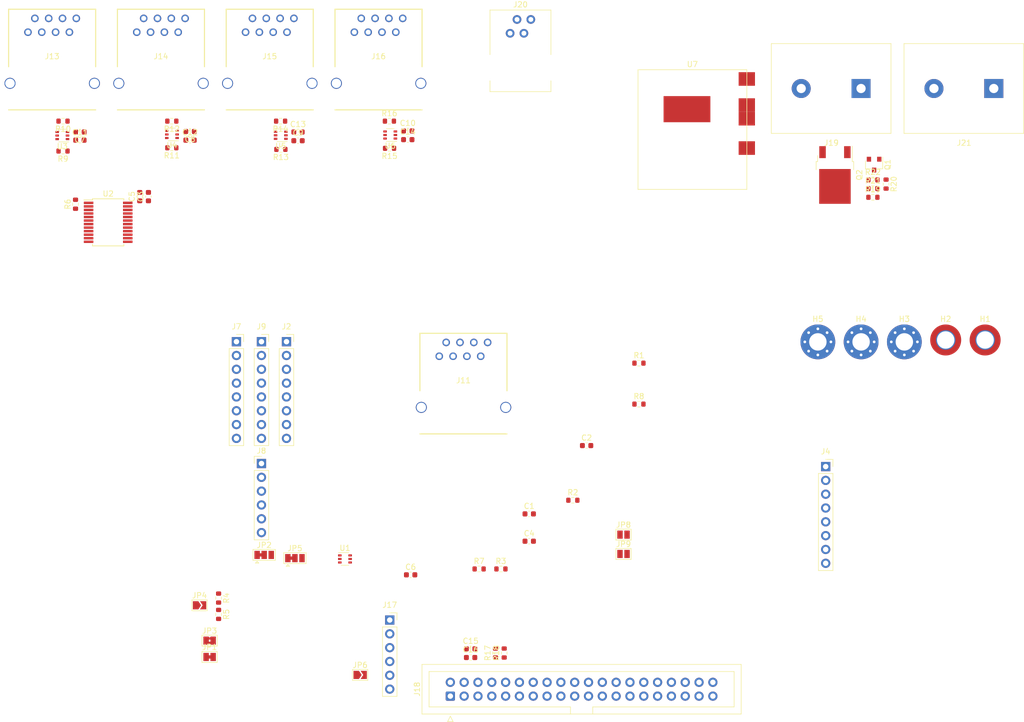
<source format=kicad_pcb>
(kicad_pcb (version 20171130) (host pcbnew 5.1.10-88a1d61d58~90~ubuntu20.04.1)

  (general
    (thickness 1.6)
    (drawings 0)
    (tracks 0)
    (zones 0)
    (modules 75)
    (nets 84)
  )

  (page A4)
  (layers
    (0 F.Cu signal)
    (31 B.Cu signal)
    (32 B.Adhes user)
    (33 F.Adhes user)
    (34 B.Paste user)
    (35 F.Paste user)
    (36 B.SilkS user)
    (37 F.SilkS user)
    (38 B.Mask user)
    (39 F.Mask user)
    (40 Dwgs.User user)
    (41 Cmts.User user)
    (42 Eco1.User user)
    (43 Eco2.User user)
    (44 Edge.Cuts user)
    (45 Margin user)
    (46 B.CrtYd user)
    (47 F.CrtYd user)
    (48 B.Fab user)
    (49 F.Fab user)
  )

  (setup
    (last_trace_width 0.25)
    (trace_clearance 0.2)
    (zone_clearance 0.508)
    (zone_45_only no)
    (trace_min 0.2)
    (via_size 0.8)
    (via_drill 0.4)
    (via_min_size 0.4)
    (via_min_drill 0.3)
    (uvia_size 0.3)
    (uvia_drill 0.1)
    (uvias_allowed no)
    (uvia_min_size 0.2)
    (uvia_min_drill 0.1)
    (edge_width 0.05)
    (segment_width 0.2)
    (pcb_text_width 0.3)
    (pcb_text_size 1.5 1.5)
    (mod_edge_width 0.12)
    (mod_text_size 1 1)
    (mod_text_width 0.15)
    (pad_size 1.524 1.524)
    (pad_drill 0.762)
    (pad_to_mask_clearance 0)
    (aux_axis_origin 0 0)
    (visible_elements FFFDFF7F)
    (pcbplotparams
      (layerselection 0x010fc_ffffffff)
      (usegerberextensions false)
      (usegerberattributes true)
      (usegerberadvancedattributes true)
      (creategerberjobfile true)
      (excludeedgelayer true)
      (linewidth 0.100000)
      (plotframeref false)
      (viasonmask false)
      (mode 1)
      (useauxorigin false)
      (hpglpennumber 1)
      (hpglpenspeed 20)
      (hpglpendiameter 15.000000)
      (psnegative false)
      (psa4output false)
      (plotreference true)
      (plotvalue true)
      (plotinvisibletext false)
      (padsonsilk false)
      (subtractmaskfromsilk false)
      (outputformat 1)
      (mirror false)
      (drillshape 1)
      (scaleselection 1)
      (outputdirectory ""))
  )

  (net 0 "")
  (net 1 GND)
  (net 2 +3V3)
  (net 3 +5V)
  (net 4 Earth)
  (net 5 MC_SCL)
  (net 6 MC_SDA)
  (net 7 MC_RX1)
  (net 8 MC_TX1)
  (net 9 MC_RX2)
  (net 10 MC_TX2)
  (net 11 CAN-)
  (net 12 CAN+)
  (net 13 MISO)
  (net 14 MOSI)
  (net 15 SCLK)
  (net 16 SDA)
  (net 17 SCL)
  (net 18 MUX_SCL4)
  (net 19 MUX_SDA4)
  (net 20 TMP_4)
  (net 21 MUX_SCL0)
  (net 22 MUX_SDA0)
  (net 23 TMP_0)
  (net 24 MUX_SCL1)
  (net 25 MUX_SDA1)
  (net 26 TMP_1)
  (net 27 MUX_SCL2)
  (net 28 MUX_SDA2)
  (net 29 TMP_2)
  (net 30 MUX_SCL3)
  (net 31 MUX_SDA3)
  (net 32 TMP_3)
  (net 33 "Net-(J17-Pad5)")
  (net 34 PI_SDA1)
  (net 35 PI_SCL1)
  (net 36 "Net-(J17-Pad2)")
  (net 37 "Net-(J17-Pad1)")
  (net 38 PI_GPIO29-PCM_DOUT)
  (net 39 PI_GPIO28-PCM_DIN)
  (net 40 PI_GPIO27)
  (net 41 PI_GPIO26)
  (net 42 PI_SCL0)
  (net 43 "PI_GPIO11-CE1(SPI)")
  (net 44 "PI_GPIO10-CE0(SPI)")
  (net 45 PI_GPIO6)
  (net 46 PI_GPIO5)
  (net 47 PI_GPIO4)
  (net 48 PI_GPIO1-PCM_CLK-PWM0)
  (net 49 PI_RX)
  (net 50 PI_TX)
  (net 51 GPIO_25)
  (net 52 PI_GPIO24-PCM_FS-PWM1)
  (net 53 PI_GPIO23-PWM1)
  (net 54 PI_GPIO22-GPCLK2)
  (net 55 PI_GPIO21-GPCLK1)
  (net 56 PI_SDA0)
  (net 57 PI_SCLK)
  (net 58 PI_MISO)
  (net 59 PI_MOSI)
  (net 60 "Net-(J18-Pad17)")
  (net 61 PI_GPIO3)
  (net 62 PI_GPIO2)
  (net 63 PI_GPIO0)
  (net 64 MC_GPCLK0)
  (net 65 ~)
  (net 66 "Net-(J19-Pad1)")
  (net 67 +12V)
  (net 68 "Net-(J5-Pad3)")
  (net 69 "Net-(J5-Pad2)")
  (net 70 "Net-(JP4-Pad2)")
  (net 71 "Net-(Q1-Pad3)")
  (net 72 "Net-(Q1-Pad1)")
  (net 73 "Net-(Q2-Pad1)")
  (net 74 "Net-(J5-Pad1)")
  (net 75 "Net-(R6-Pad1)")
  (net 76 CHAMBER_RESET)
  (net 77 "Net-(U2-Pad20)")
  (net 78 "Net-(U2-Pad19)")
  (net 79 "Net-(U2-Pad18)")
  (net 80 "Net-(U2-Pad17)")
  (net 81 "Net-(U2-Pad16)")
  (net 82 "Net-(U2-Pad15)")
  (net 83 "Net-(U7-Pad4)")

  (net_class Default "This is the default net class."
    (clearance 0.2)
    (trace_width 0.25)
    (via_dia 0.8)
    (via_drill 0.4)
    (uvia_dia 0.3)
    (uvia_drill 0.1)
    (add_net +12V)
    (add_net +3V3)
    (add_net +5V)
    (add_net CAN+)
    (add_net CAN-)
    (add_net CHAMBER_RESET)
    (add_net Earth)
    (add_net GND)
    (add_net GPIO_25)
    (add_net MC_GPCLK0)
    (add_net MC_RX1)
    (add_net MC_RX2)
    (add_net MC_SCL)
    (add_net MC_SDA)
    (add_net MC_TX1)
    (add_net MC_TX2)
    (add_net MISO)
    (add_net MOSI)
    (add_net MUX_SCL0)
    (add_net MUX_SCL1)
    (add_net MUX_SCL2)
    (add_net MUX_SCL3)
    (add_net MUX_SCL4)
    (add_net MUX_SDA0)
    (add_net MUX_SDA1)
    (add_net MUX_SDA2)
    (add_net MUX_SDA3)
    (add_net MUX_SDA4)
    (add_net "Net-(J17-Pad1)")
    (add_net "Net-(J17-Pad2)")
    (add_net "Net-(J17-Pad5)")
    (add_net "Net-(J18-Pad17)")
    (add_net "Net-(J19-Pad1)")
    (add_net "Net-(J5-Pad1)")
    (add_net "Net-(J5-Pad2)")
    (add_net "Net-(J5-Pad3)")
    (add_net "Net-(JP4-Pad2)")
    (add_net "Net-(Q1-Pad1)")
    (add_net "Net-(Q1-Pad3)")
    (add_net "Net-(Q2-Pad1)")
    (add_net "Net-(R6-Pad1)")
    (add_net "Net-(U2-Pad15)")
    (add_net "Net-(U2-Pad16)")
    (add_net "Net-(U2-Pad17)")
    (add_net "Net-(U2-Pad18)")
    (add_net "Net-(U2-Pad19)")
    (add_net "Net-(U2-Pad20)")
    (add_net "Net-(U7-Pad4)")
    (add_net PI_GPIO0)
    (add_net PI_GPIO1-PCM_CLK-PWM0)
    (add_net "PI_GPIO10-CE0(SPI)")
    (add_net "PI_GPIO11-CE1(SPI)")
    (add_net PI_GPIO2)
    (add_net PI_GPIO21-GPCLK1)
    (add_net PI_GPIO22-GPCLK2)
    (add_net PI_GPIO23-PWM1)
    (add_net PI_GPIO24-PCM_FS-PWM1)
    (add_net PI_GPIO26)
    (add_net PI_GPIO27)
    (add_net PI_GPIO28-PCM_DIN)
    (add_net PI_GPIO29-PCM_DOUT)
    (add_net PI_GPIO3)
    (add_net PI_GPIO4)
    (add_net PI_GPIO5)
    (add_net PI_GPIO6)
    (add_net PI_MISO)
    (add_net PI_MOSI)
    (add_net PI_RX)
    (add_net PI_SCL0)
    (add_net PI_SCL1)
    (add_net PI_SCLK)
    (add_net PI_SDA0)
    (add_net PI_SDA1)
    (add_net PI_TX)
    (add_net SCL)
    (add_net SCLK)
    (add_net SDA)
    (add_net TMP_0)
    (add_net TMP_1)
    (add_net TMP_2)
    (add_net TMP_3)
    (add_net TMP_4)
    (add_net ~)
  )

  (module mainboard:DFRobot-5V-Regulator (layer F.Cu) (tedit 616CFE1A) (tstamp 616DA972)
    (at 215 51.75)
    (path /621819D4/624DA9F2)
    (fp_text reference U7 (at 0 -12) (layer F.SilkS)
      (effects (font (size 1 1) (thickness 0.15)))
    )
    (fp_text value DFRobot-5V-Regulator (at 0 13) (layer F.Fab)
      (effects (font (size 1 1) (thickness 0.15)))
    )
    (fp_line (start -10 -11) (end 10 -11) (layer F.SilkS) (width 0.12))
    (fp_line (start 10 -11) (end 10 11) (layer F.SilkS) (width 0.12))
    (fp_line (start 10 11) (end -10 11) (layer F.SilkS) (width 0.12))
    (fp_line (start -10 11) (end -10 -11) (layer F.SilkS) (width 0.12))
    (pad 4 smd rect (at -1 -3.75) (size 8.6 4.8) (layers F.Cu F.Paste F.Mask)
      (net 83 "Net-(U7-Pad4)"))
    (pad 2 smd rect (at 10 -2) (size 3 2.5) (layers F.Cu F.Paste F.Mask)
      (net 1 GND))
    (pad 3 smd rect (at 10 3.4) (size 3 2.5) (layers F.Cu F.Paste F.Mask)
      (net 3 +5V))
    (pad 2 smd rect (at 10 -4.5) (size 3 2.5) (layers F.Cu F.Paste F.Mask)
      (net 1 GND))
    (pad 1 smd rect (at 10 -9.3) (size 3 2.5) (layers F.Cu F.Paste F.Mask)
      (net 67 +12V))
  )

  (module Jumper:SolderJumper-2_P1.3mm_Open_Pad1.0x1.5mm (layer F.Cu) (tedit 5A3EABFC) (tstamp 616DA50D)
    (at 202.335 129.765)
    (descr "SMD Solder Jumper, 1x1.5mm Pads, 0.3mm gap, open")
    (tags "solder jumper open")
    (path /625D0CC0)
    (attr virtual)
    (fp_text reference JP9 (at 0 -1.8) (layer F.SilkS)
      (effects (font (size 1 1) (thickness 0.15)))
    )
    (fp_text value SolderJumper_2_Open (at 0 1.9) (layer F.Fab)
      (effects (font (size 1 1) (thickness 0.15)))
    )
    (fp_line (start -1.4 1) (end -1.4 -1) (layer F.SilkS) (width 0.12))
    (fp_line (start 1.4 1) (end -1.4 1) (layer F.SilkS) (width 0.12))
    (fp_line (start 1.4 -1) (end 1.4 1) (layer F.SilkS) (width 0.12))
    (fp_line (start -1.4 -1) (end 1.4 -1) (layer F.SilkS) (width 0.12))
    (fp_line (start -1.65 -1.25) (end 1.65 -1.25) (layer F.CrtYd) (width 0.05))
    (fp_line (start -1.65 -1.25) (end -1.65 1.25) (layer F.CrtYd) (width 0.05))
    (fp_line (start 1.65 1.25) (end 1.65 -1.25) (layer F.CrtYd) (width 0.05))
    (fp_line (start 1.65 1.25) (end -1.65 1.25) (layer F.CrtYd) (width 0.05))
    (pad 1 smd rect (at -0.65 0) (size 1 1.5) (layers F.Cu F.Mask)
      (net 7 MC_RX1))
    (pad 2 smd rect (at 0.65 0) (size 1 1.5) (layers F.Cu F.Mask)
      (net 50 PI_TX))
  )

  (module Jumper:SolderJumper-2_P1.3mm_Open_Pad1.0x1.5mm (layer F.Cu) (tedit 5A3EABFC) (tstamp 616DA4FF)
    (at 202.335 126.215)
    (descr "SMD Solder Jumper, 1x1.5mm Pads, 0.3mm gap, open")
    (tags "solder jumper open")
    (path /625CF52B)
    (attr virtual)
    (fp_text reference JP8 (at 0 -1.8) (layer F.SilkS)
      (effects (font (size 1 1) (thickness 0.15)))
    )
    (fp_text value SolderJumper_2_Open (at 0 1.9) (layer F.Fab)
      (effects (font (size 1 1) (thickness 0.15)))
    )
    (fp_line (start -1.4 1) (end -1.4 -1) (layer F.SilkS) (width 0.12))
    (fp_line (start 1.4 1) (end -1.4 1) (layer F.SilkS) (width 0.12))
    (fp_line (start 1.4 -1) (end 1.4 1) (layer F.SilkS) (width 0.12))
    (fp_line (start -1.4 -1) (end 1.4 -1) (layer F.SilkS) (width 0.12))
    (fp_line (start -1.65 -1.25) (end 1.65 -1.25) (layer F.CrtYd) (width 0.05))
    (fp_line (start -1.65 -1.25) (end -1.65 1.25) (layer F.CrtYd) (width 0.05))
    (fp_line (start 1.65 1.25) (end 1.65 -1.25) (layer F.CrtYd) (width 0.05))
    (fp_line (start 1.65 1.25) (end -1.65 1.25) (layer F.CrtYd) (width 0.05))
    (pad 1 smd rect (at -0.65 0) (size 1 1.5) (layers F.Cu F.Mask)
      (net 8 MC_TX1))
    (pad 2 smd rect (at 0.65 0) (size 1 1.5) (layers F.Cu F.Mask)
      (net 49 PI_RX))
  )

  (module mainboard:RJ22 (layer F.Cu) (tedit 616CF91F) (tstamp 616DA421)
    (at 183.39 32.78)
    (path /624B67D6)
    (fp_text reference J20 (at 0 -4) (layer F.SilkS)
      (effects (font (size 1 1) (thickness 0.15)))
    )
    (fp_text value "CAN Bus" (at 0 3.77) (layer F.Fab)
      (effects (font (size 1 1) (thickness 0.15)))
    )
    (fp_line (start -5.6 -3) (end 5.6 -3) (layer F.SilkS) (width 0.12))
    (fp_line (start -5.6 -3) (end -5.6 5.2) (layer F.SilkS) (width 0.12))
    (fp_line (start 5.6 -3) (end 5.6 5.2) (layer F.SilkS) (width 0.12))
    (fp_line (start -5.6 10) (end -5.6 12) (layer F.SilkS) (width 0.12))
    (fp_line (start -5.6 12) (end 5.6 12) (layer F.SilkS) (width 0.12))
    (fp_line (start 5.6 12) (end 5.6 10) (layer F.SilkS) (width 0.12))
    (fp_line (start -6 -3) (end -6 12.2) (layer F.CrtYd) (width 0.12))
    (fp_line (start -6 12.2) (end 6 12.2) (layer F.CrtYd) (width 0.12))
    (fp_line (start 6 12.2) (end 6 -3.2) (layer F.CrtYd) (width 0.12))
    (fp_line (start 6 -3.2) (end -6 -3.2) (layer F.CrtYd) (width 0.12))
    (fp_line (start -6 -3.2) (end -6 -3) (layer F.CrtYd) (width 0.12))
    (pad "" np_thru_hole circle (at 3.81 7.62) (size 3.2 3.2) (drill 3.2) (layers *.Cu *.Mask))
    (pad "" np_thru_hole circle (at -3.81 7.62) (size 3.2 3.2) (drill 3.2) (layers *.Cu *.Mask))
    (pad 4 thru_hole circle (at 1.905 -1.27) (size 1.6 1.6) (drill 0.9) (layers *.Cu *.Mask)
      (net 1 GND))
    (pad 3 thru_hole circle (at 0.635 1.27) (size 1.6 1.6) (drill 0.9) (layers *.Cu *.Mask)
      (net 11 CAN-))
    (pad 2 thru_hole circle (at -0.635 -1.27) (size 1.6 1.6) (drill 0.9) (layers *.Cu *.Mask)
      (net 12 CAN+))
    (pad 1 thru_hole circle (at -1.905 1.27) (size 1.6 1.6) (drill 0.9) (layers *.Cu *.Mask)
      (net 1 GND))
  )

  (module Package_TO_SOT_SMD:SOT-363_SC-70-6 (layer F.Cu) (tedit 5A02FF57) (tstamp 616D36E6)
    (at 159.45 52.75 180)
    (descr "SOT-363, SC-70-6")
    (tags "SOT-363 SC-70-6")
    (path /61BA9426)
    (attr smd)
    (fp_text reference U6 (at 0 -2) (layer F.SilkS)
      (effects (font (size 1 1) (thickness 0.15)))
    )
    (fp_text value LTC4311CSC6#TRPBF (at 0 2 180) (layer F.Fab)
      (effects (font (size 1 1) (thickness 0.15)))
    )
    (fp_text user %R (at 0 0 90) (layer F.Fab)
      (effects (font (size 0.5 0.5) (thickness 0.075)))
    )
    (fp_line (start 0.7 -1.16) (end -1.2 -1.16) (layer F.SilkS) (width 0.12))
    (fp_line (start -0.7 1.16) (end 0.7 1.16) (layer F.SilkS) (width 0.12))
    (fp_line (start 1.6 1.4) (end 1.6 -1.4) (layer F.CrtYd) (width 0.05))
    (fp_line (start -1.6 -1.4) (end -1.6 1.4) (layer F.CrtYd) (width 0.05))
    (fp_line (start -1.6 -1.4) (end 1.6 -1.4) (layer F.CrtYd) (width 0.05))
    (fp_line (start 0.675 -1.1) (end -0.175 -1.1) (layer F.Fab) (width 0.1))
    (fp_line (start -0.675 -0.6) (end -0.675 1.1) (layer F.Fab) (width 0.1))
    (fp_line (start -1.6 1.4) (end 1.6 1.4) (layer F.CrtYd) (width 0.05))
    (fp_line (start 0.675 -1.1) (end 0.675 1.1) (layer F.Fab) (width 0.1))
    (fp_line (start 0.675 1.1) (end -0.675 1.1) (layer F.Fab) (width 0.1))
    (fp_line (start -0.175 -1.1) (end -0.675 -0.6) (layer F.Fab) (width 0.1))
    (pad 6 smd rect (at 0.95 -0.65 180) (size 0.65 0.4) (layers F.Cu F.Paste F.Mask)
      (net 27 MUX_SCL2))
    (pad 4 smd rect (at 0.95 0.65 180) (size 0.65 0.4) (layers F.Cu F.Paste F.Mask)
      (net 31 MUX_SDA3))
    (pad 2 smd rect (at -0.95 0 180) (size 0.65 0.4) (layers F.Cu F.Paste F.Mask)
      (net 1 GND))
    (pad 5 smd rect (at 0.95 0 180) (size 0.65 0.4) (layers F.Cu F.Paste F.Mask)
      (net 1 GND))
    (pad 3 smd rect (at -0.95 0.65 180) (size 0.65 0.4) (layers F.Cu F.Paste F.Mask)
      (net 2 +3V3))
    (pad 1 smd rect (at -0.95 -0.65 180) (size 0.65 0.4) (layers F.Cu F.Paste F.Mask)
      (net 2 +3V3))
    (model ${KISYS3DMOD}/Package_TO_SOT_SMD.3dshapes/SOT-363_SC-70-6.wrl
      (at (xyz 0 0 0))
      (scale (xyz 1 1 1))
      (rotate (xyz 0 0 0))
    )
  )

  (module Package_TO_SOT_SMD:SOT-363_SC-70-6 (layer F.Cu) (tedit 5A02FF57) (tstamp 616DBD78)
    (at 139.325 52.8 180)
    (descr "SOT-363, SC-70-6")
    (tags "SOT-363 SC-70-6")
    (path /61B9655C)
    (attr smd)
    (fp_text reference U5 (at 0 -2) (layer F.SilkS)
      (effects (font (size 1 1) (thickness 0.15)))
    )
    (fp_text value LTC4311CSC6#TRPBF (at 0 2 180) (layer F.Fab)
      (effects (font (size 1 1) (thickness 0.15)))
    )
    (fp_text user %R (at 0 0 90) (layer F.Fab)
      (effects (font (size 0.5 0.5) (thickness 0.075)))
    )
    (fp_line (start 0.7 -1.16) (end -1.2 -1.16) (layer F.SilkS) (width 0.12))
    (fp_line (start -0.7 1.16) (end 0.7 1.16) (layer F.SilkS) (width 0.12))
    (fp_line (start 1.6 1.4) (end 1.6 -1.4) (layer F.CrtYd) (width 0.05))
    (fp_line (start -1.6 -1.4) (end -1.6 1.4) (layer F.CrtYd) (width 0.05))
    (fp_line (start -1.6 -1.4) (end 1.6 -1.4) (layer F.CrtYd) (width 0.05))
    (fp_line (start 0.675 -1.1) (end -0.175 -1.1) (layer F.Fab) (width 0.1))
    (fp_line (start -0.675 -0.6) (end -0.675 1.1) (layer F.Fab) (width 0.1))
    (fp_line (start -1.6 1.4) (end 1.6 1.4) (layer F.CrtYd) (width 0.05))
    (fp_line (start 0.675 -1.1) (end 0.675 1.1) (layer F.Fab) (width 0.1))
    (fp_line (start 0.675 1.1) (end -0.675 1.1) (layer F.Fab) (width 0.1))
    (fp_line (start -0.175 -1.1) (end -0.675 -0.6) (layer F.Fab) (width 0.1))
    (pad 6 smd rect (at 0.95 -0.65 180) (size 0.65 0.4) (layers F.Cu F.Paste F.Mask)
      (net 27 MUX_SCL2))
    (pad 4 smd rect (at 0.95 0.65 180) (size 0.65 0.4) (layers F.Cu F.Paste F.Mask)
      (net 28 MUX_SDA2))
    (pad 2 smd rect (at -0.95 0 180) (size 0.65 0.4) (layers F.Cu F.Paste F.Mask)
      (net 1 GND))
    (pad 5 smd rect (at 0.95 0 180) (size 0.65 0.4) (layers F.Cu F.Paste F.Mask)
      (net 1 GND))
    (pad 3 smd rect (at -0.95 0.65 180) (size 0.65 0.4) (layers F.Cu F.Paste F.Mask)
      (net 2 +3V3))
    (pad 1 smd rect (at -0.95 -0.65 180) (size 0.65 0.4) (layers F.Cu F.Paste F.Mask)
      (net 2 +3V3))
    (model ${KISYS3DMOD}/Package_TO_SOT_SMD.3dshapes/SOT-363_SC-70-6.wrl
      (at (xyz 0 0 0))
      (scale (xyz 1 1 1))
      (rotate (xyz 0 0 0))
    )
  )

  (module Package_TO_SOT_SMD:SOT-363_SC-70-6 (layer F.Cu) (tedit 5A02FF57) (tstamp 616D3617)
    (at 119.325 52.65 180)
    (descr "SOT-363, SC-70-6")
    (tags "SOT-363 SC-70-6")
    (path /61B87540)
    (attr smd)
    (fp_text reference U4 (at 0 -2) (layer F.SilkS)
      (effects (font (size 1 1) (thickness 0.15)))
    )
    (fp_text value LTC4311CSC6#TRPBF (at 0 2 180) (layer F.Fab)
      (effects (font (size 1 1) (thickness 0.15)))
    )
    (fp_text user %R (at 0 0 90) (layer F.Fab)
      (effects (font (size 0.5 0.5) (thickness 0.075)))
    )
    (fp_line (start 0.7 -1.16) (end -1.2 -1.16) (layer F.SilkS) (width 0.12))
    (fp_line (start -0.7 1.16) (end 0.7 1.16) (layer F.SilkS) (width 0.12))
    (fp_line (start 1.6 1.4) (end 1.6 -1.4) (layer F.CrtYd) (width 0.05))
    (fp_line (start -1.6 -1.4) (end -1.6 1.4) (layer F.CrtYd) (width 0.05))
    (fp_line (start -1.6 -1.4) (end 1.6 -1.4) (layer F.CrtYd) (width 0.05))
    (fp_line (start 0.675 -1.1) (end -0.175 -1.1) (layer F.Fab) (width 0.1))
    (fp_line (start -0.675 -0.6) (end -0.675 1.1) (layer F.Fab) (width 0.1))
    (fp_line (start -1.6 1.4) (end 1.6 1.4) (layer F.CrtYd) (width 0.05))
    (fp_line (start 0.675 -1.1) (end 0.675 1.1) (layer F.Fab) (width 0.1))
    (fp_line (start 0.675 1.1) (end -0.675 1.1) (layer F.Fab) (width 0.1))
    (fp_line (start -0.175 -1.1) (end -0.675 -0.6) (layer F.Fab) (width 0.1))
    (pad 6 smd rect (at 0.95 -0.65 180) (size 0.65 0.4) (layers F.Cu F.Paste F.Mask)
      (net 24 MUX_SCL1))
    (pad 4 smd rect (at 0.95 0.65 180) (size 0.65 0.4) (layers F.Cu F.Paste F.Mask)
      (net 25 MUX_SDA1))
    (pad 2 smd rect (at -0.95 0 180) (size 0.65 0.4) (layers F.Cu F.Paste F.Mask)
      (net 1 GND))
    (pad 5 smd rect (at 0.95 0 180) (size 0.65 0.4) (layers F.Cu F.Paste F.Mask)
      (net 1 GND))
    (pad 3 smd rect (at -0.95 0.65 180) (size 0.65 0.4) (layers F.Cu F.Paste F.Mask)
      (net 2 +3V3))
    (pad 1 smd rect (at -0.95 -0.65 180) (size 0.65 0.4) (layers F.Cu F.Paste F.Mask)
      (net 2 +3V3))
    (model ${KISYS3DMOD}/Package_TO_SOT_SMD.3dshapes/SOT-363_SC-70-6.wrl
      (at (xyz 0 0 0))
      (scale (xyz 1 1 1))
      (rotate (xyz 0 0 0))
    )
  )

  (module Package_TO_SOT_SMD:SOT-363_SC-70-6 (layer F.Cu) (tedit 5A02FF57) (tstamp 616D2E07)
    (at 99.175 52.85 180)
    (descr "SOT-363, SC-70-6")
    (tags "SOT-363 SC-70-6")
    (path /618DEFD0)
    (attr smd)
    (fp_text reference U3 (at 0 -2) (layer F.SilkS)
      (effects (font (size 1 1) (thickness 0.15)))
    )
    (fp_text value LTC4311CSC6#TRPBF (at 0 2 180) (layer F.Fab)
      (effects (font (size 1 1) (thickness 0.15)))
    )
    (fp_text user %R (at 0 0 90) (layer F.Fab)
      (effects (font (size 0.5 0.5) (thickness 0.075)))
    )
    (fp_line (start 0.7 -1.16) (end -1.2 -1.16) (layer F.SilkS) (width 0.12))
    (fp_line (start -0.7 1.16) (end 0.7 1.16) (layer F.SilkS) (width 0.12))
    (fp_line (start 1.6 1.4) (end 1.6 -1.4) (layer F.CrtYd) (width 0.05))
    (fp_line (start -1.6 -1.4) (end -1.6 1.4) (layer F.CrtYd) (width 0.05))
    (fp_line (start -1.6 -1.4) (end 1.6 -1.4) (layer F.CrtYd) (width 0.05))
    (fp_line (start 0.675 -1.1) (end -0.175 -1.1) (layer F.Fab) (width 0.1))
    (fp_line (start -0.675 -0.6) (end -0.675 1.1) (layer F.Fab) (width 0.1))
    (fp_line (start -1.6 1.4) (end 1.6 1.4) (layer F.CrtYd) (width 0.05))
    (fp_line (start 0.675 -1.1) (end 0.675 1.1) (layer F.Fab) (width 0.1))
    (fp_line (start 0.675 1.1) (end -0.675 1.1) (layer F.Fab) (width 0.1))
    (fp_line (start -0.175 -1.1) (end -0.675 -0.6) (layer F.Fab) (width 0.1))
    (pad 6 smd rect (at 0.95 -0.65 180) (size 0.65 0.4) (layers F.Cu F.Paste F.Mask)
      (net 21 MUX_SCL0))
    (pad 4 smd rect (at 0.95 0.65 180) (size 0.65 0.4) (layers F.Cu F.Paste F.Mask)
      (net 22 MUX_SDA0))
    (pad 2 smd rect (at -0.95 0 180) (size 0.65 0.4) (layers F.Cu F.Paste F.Mask)
      (net 1 GND))
    (pad 5 smd rect (at 0.95 0 180) (size 0.65 0.4) (layers F.Cu F.Paste F.Mask)
      (net 1 GND))
    (pad 3 smd rect (at -0.95 0.65 180) (size 0.65 0.4) (layers F.Cu F.Paste F.Mask)
      (net 2 +3V3))
    (pad 1 smd rect (at -0.95 -0.65 180) (size 0.65 0.4) (layers F.Cu F.Paste F.Mask)
      (net 2 +3V3))
    (model ${KISYS3DMOD}/Package_TO_SOT_SMD.3dshapes/SOT-363_SC-70-6.wrl
      (at (xyz 0 0 0))
      (scale (xyz 1 1 1))
      (rotate (xyz 0 0 0))
    )
  )

  (module Package_SO:SSOP-24_5.3x8.2mm_P0.65mm (layer F.Cu) (tedit 5A02F25C) (tstamp 616D30DC)
    (at 107.6 68.8)
    (descr "24-Lead Plastic Shrink Small Outline (SS)-5.30 mm Body [SSOP] (see Microchip Packaging Specification 00000049BS.pdf)")
    (tags "SSOP 0.65")
    (path /61806DCD)
    (attr smd)
    (fp_text reference U2 (at 0 -5.25) (layer F.SilkS)
      (effects (font (size 1 1) (thickness 0.15)))
    )
    (fp_text value PCA9548ADB (at 0 5.25) (layer F.Fab)
      (effects (font (size 1 1) (thickness 0.15)))
    )
    (fp_text user %R (at 0 0) (layer F.Fab)
      (effects (font (size 0.8 0.8) (thickness 0.15)))
    )
    (fp_line (start -1.65 -4.1) (end 2.65 -4.1) (layer F.Fab) (width 0.15))
    (fp_line (start 2.65 -4.1) (end 2.65 4.1) (layer F.Fab) (width 0.15))
    (fp_line (start 2.65 4.1) (end -2.65 4.1) (layer F.Fab) (width 0.15))
    (fp_line (start -2.65 4.1) (end -2.65 -3.1) (layer F.Fab) (width 0.15))
    (fp_line (start -2.65 -3.1) (end -1.65 -4.1) (layer F.Fab) (width 0.15))
    (fp_line (start -4.75 -4.5) (end -4.75 4.5) (layer F.CrtYd) (width 0.05))
    (fp_line (start 4.75 -4.5) (end 4.75 4.5) (layer F.CrtYd) (width 0.05))
    (fp_line (start -4.75 -4.5) (end 4.75 -4.5) (layer F.CrtYd) (width 0.05))
    (fp_line (start -4.75 4.5) (end 4.75 4.5) (layer F.CrtYd) (width 0.05))
    (fp_line (start -2.875 -4.325) (end -2.875 -4.1) (layer F.SilkS) (width 0.15))
    (fp_line (start 2.875 -4.325) (end 2.875 -4.025) (layer F.SilkS) (width 0.15))
    (fp_line (start 2.875 4.325) (end 2.875 4.025) (layer F.SilkS) (width 0.15))
    (fp_line (start -2.875 4.325) (end -2.875 4.025) (layer F.SilkS) (width 0.15))
    (fp_line (start -2.875 -4.325) (end 2.875 -4.325) (layer F.SilkS) (width 0.15))
    (fp_line (start -2.875 4.325) (end 2.875 4.325) (layer F.SilkS) (width 0.15))
    (fp_line (start -2.875 -4.1) (end -4.475 -4.1) (layer F.SilkS) (width 0.15))
    (pad 24 smd rect (at 3.6 -3.575) (size 1.75 0.45) (layers F.Cu F.Paste F.Mask)
      (net 2 +3V3))
    (pad 23 smd rect (at 3.6 -2.925) (size 1.75 0.45) (layers F.Cu F.Paste F.Mask)
      (net 16 SDA))
    (pad 22 smd rect (at 3.6 -2.275) (size 1.75 0.45) (layers F.Cu F.Paste F.Mask)
      (net 17 SCL))
    (pad 21 smd rect (at 3.6 -1.625) (size 1.75 0.45) (layers F.Cu F.Paste F.Mask)
      (net 1 GND))
    (pad 20 smd rect (at 3.6 -0.975) (size 1.75 0.45) (layers F.Cu F.Paste F.Mask)
      (net 77 "Net-(U2-Pad20)"))
    (pad 19 smd rect (at 3.6 -0.325) (size 1.75 0.45) (layers F.Cu F.Paste F.Mask)
      (net 78 "Net-(U2-Pad19)"))
    (pad 18 smd rect (at 3.6 0.325) (size 1.75 0.45) (layers F.Cu F.Paste F.Mask)
      (net 79 "Net-(U2-Pad18)"))
    (pad 17 smd rect (at 3.6 0.975) (size 1.75 0.45) (layers F.Cu F.Paste F.Mask)
      (net 80 "Net-(U2-Pad17)"))
    (pad 16 smd rect (at 3.6 1.625) (size 1.75 0.45) (layers F.Cu F.Paste F.Mask)
      (net 81 "Net-(U2-Pad16)"))
    (pad 15 smd rect (at 3.6 2.275) (size 1.75 0.45) (layers F.Cu F.Paste F.Mask)
      (net 82 "Net-(U2-Pad15)"))
    (pad 14 smd rect (at 3.6 2.925) (size 1.75 0.45) (layers F.Cu F.Paste F.Mask)
      (net 18 MUX_SCL4))
    (pad 13 smd rect (at 3.6 3.575) (size 1.75 0.45) (layers F.Cu F.Paste F.Mask)
      (net 19 MUX_SDA4))
    (pad 12 smd rect (at -3.6 3.575) (size 1.75 0.45) (layers F.Cu F.Paste F.Mask)
      (net 1 GND))
    (pad 11 smd rect (at -3.6 2.925) (size 1.75 0.45) (layers F.Cu F.Paste F.Mask)
      (net 30 MUX_SCL3))
    (pad 10 smd rect (at -3.6 2.275) (size 1.75 0.45) (layers F.Cu F.Paste F.Mask)
      (net 31 MUX_SDA3))
    (pad 9 smd rect (at -3.6 1.625) (size 1.75 0.45) (layers F.Cu F.Paste F.Mask)
      (net 27 MUX_SCL2))
    (pad 8 smd rect (at -3.6 0.975) (size 1.75 0.45) (layers F.Cu F.Paste F.Mask)
      (net 28 MUX_SDA2))
    (pad 7 smd rect (at -3.6 0.325) (size 1.75 0.45) (layers F.Cu F.Paste F.Mask)
      (net 24 MUX_SCL1))
    (pad 6 smd rect (at -3.6 -0.325) (size 1.75 0.45) (layers F.Cu F.Paste F.Mask)
      (net 25 MUX_SDA1))
    (pad 5 smd rect (at -3.6 -0.975) (size 1.75 0.45) (layers F.Cu F.Paste F.Mask)
      (net 21 MUX_SCL0))
    (pad 4 smd rect (at -3.6 -1.625) (size 1.75 0.45) (layers F.Cu F.Paste F.Mask)
      (net 22 MUX_SDA0))
    (pad 3 smd rect (at -3.6 -2.275) (size 1.75 0.45) (layers F.Cu F.Paste F.Mask)
      (net 75 "Net-(R6-Pad1)"))
    (pad 2 smd rect (at -3.6 -2.925) (size 1.75 0.45) (layers F.Cu F.Paste F.Mask)
      (net 1 GND))
    (pad 1 smd rect (at -3.6 -3.575) (size 1.75 0.45) (layers F.Cu F.Paste F.Mask)
      (net 1 GND))
    (model ${KISYS3DMOD}/Package_SO.3dshapes/SSOP-24_5.3x8.2mm_P0.65mm.wrl
      (at (xyz 0 0 0))
      (scale (xyz 1 1 1))
      (rotate (xyz 0 0 0))
    )
  )

  (module Package_TO_SOT_SMD:SOT-363_SC-70-6 (layer F.Cu) (tedit 5A02FF57) (tstamp 616D3341)
    (at 151.13 130.68)
    (descr "SOT-363, SC-70-6")
    (tags "SOT-363 SC-70-6")
    (path /61BC6109)
    (attr smd)
    (fp_text reference U1 (at 0 -2) (layer F.SilkS)
      (effects (font (size 1 1) (thickness 0.15)))
    )
    (fp_text value LTC4311CSC6#TRPBF (at 0 2 180) (layer F.Fab)
      (effects (font (size 1 1) (thickness 0.15)))
    )
    (fp_text user %R (at 0 0 90) (layer F.Fab)
      (effects (font (size 0.5 0.5) (thickness 0.075)))
    )
    (fp_line (start 0.7 -1.16) (end -1.2 -1.16) (layer F.SilkS) (width 0.12))
    (fp_line (start -0.7 1.16) (end 0.7 1.16) (layer F.SilkS) (width 0.12))
    (fp_line (start 1.6 1.4) (end 1.6 -1.4) (layer F.CrtYd) (width 0.05))
    (fp_line (start -1.6 -1.4) (end -1.6 1.4) (layer F.CrtYd) (width 0.05))
    (fp_line (start -1.6 -1.4) (end 1.6 -1.4) (layer F.CrtYd) (width 0.05))
    (fp_line (start 0.675 -1.1) (end -0.175 -1.1) (layer F.Fab) (width 0.1))
    (fp_line (start -0.675 -0.6) (end -0.675 1.1) (layer F.Fab) (width 0.1))
    (fp_line (start -1.6 1.4) (end 1.6 1.4) (layer F.CrtYd) (width 0.05))
    (fp_line (start 0.675 -1.1) (end 0.675 1.1) (layer F.Fab) (width 0.1))
    (fp_line (start 0.675 1.1) (end -0.675 1.1) (layer F.Fab) (width 0.1))
    (fp_line (start -0.175 -1.1) (end -0.675 -0.6) (layer F.Fab) (width 0.1))
    (pad 6 smd rect (at 0.95 -0.65) (size 0.65 0.4) (layers F.Cu F.Paste F.Mask)
      (net 18 MUX_SCL4))
    (pad 4 smd rect (at 0.95 0.65) (size 0.65 0.4) (layers F.Cu F.Paste F.Mask)
      (net 19 MUX_SDA4))
    (pad 2 smd rect (at -0.95 0) (size 0.65 0.4) (layers F.Cu F.Paste F.Mask)
      (net 1 GND))
    (pad 5 smd rect (at 0.95 0) (size 0.65 0.4) (layers F.Cu F.Paste F.Mask)
      (net 1 GND))
    (pad 3 smd rect (at -0.95 0.65) (size 0.65 0.4) (layers F.Cu F.Paste F.Mask)
      (net 2 +3V3))
    (pad 1 smd rect (at -0.95 -0.65) (size 0.65 0.4) (layers F.Cu F.Paste F.Mask)
      (net 2 +3V3))
    (model ${KISYS3DMOD}/Package_TO_SOT_SMD.3dshapes/SOT-363_SC-70-6.wrl
      (at (xyz 0 0 0))
      (scale (xyz 1 1 1))
      (rotate (xyz 0 0 0))
    )
  )

  (module Resistor_SMD:R_0603_1608Metric (layer F.Cu) (tedit 5F68FEEE) (tstamp 616D32B5)
    (at 248.175 61)
    (descr "Resistor SMD 0603 (1608 Metric), square (rectangular) end terminal, IPC_7351 nominal, (Body size source: IPC-SM-782 page 72, https://www.pcb-3d.com/wordpress/wp-content/uploads/ipc-sm-782a_amendment_1_and_2.pdf), generated with kicad-footprint-generator")
    (tags resistor)
    (path /621819D4/623B3AEF)
    (attr smd)
    (fp_text reference R22 (at 0 -1.43) (layer F.SilkS)
      (effects (font (size 1 1) (thickness 0.15)))
    )
    (fp_text value 100R (at 0 1.43) (layer F.Fab)
      (effects (font (size 1 1) (thickness 0.15)))
    )
    (fp_text user %R (at 0 0) (layer F.Fab)
      (effects (font (size 0.4 0.4) (thickness 0.06)))
    )
    (fp_line (start -0.8 0.4125) (end -0.8 -0.4125) (layer F.Fab) (width 0.1))
    (fp_line (start -0.8 -0.4125) (end 0.8 -0.4125) (layer F.Fab) (width 0.1))
    (fp_line (start 0.8 -0.4125) (end 0.8 0.4125) (layer F.Fab) (width 0.1))
    (fp_line (start 0.8 0.4125) (end -0.8 0.4125) (layer F.Fab) (width 0.1))
    (fp_line (start -0.237258 -0.5225) (end 0.237258 -0.5225) (layer F.SilkS) (width 0.12))
    (fp_line (start -0.237258 0.5225) (end 0.237258 0.5225) (layer F.SilkS) (width 0.12))
    (fp_line (start -1.48 0.73) (end -1.48 -0.73) (layer F.CrtYd) (width 0.05))
    (fp_line (start -1.48 -0.73) (end 1.48 -0.73) (layer F.CrtYd) (width 0.05))
    (fp_line (start 1.48 -0.73) (end 1.48 0.73) (layer F.CrtYd) (width 0.05))
    (fp_line (start 1.48 0.73) (end -1.48 0.73) (layer F.CrtYd) (width 0.05))
    (pad 2 smd roundrect (at 0.825 0) (size 0.8 0.95) (layers F.Cu F.Paste F.Mask) (roundrect_rratio 0.25)
      (net 71 "Net-(Q1-Pad3)"))
    (pad 1 smd roundrect (at -0.825 0) (size 0.8 0.95) (layers F.Cu F.Paste F.Mask) (roundrect_rratio 0.25)
      (net 73 "Net-(Q2-Pad1)"))
    (model ${KISYS3DMOD}/Resistor_SMD.3dshapes/R_0603_1608Metric.wrl
      (at (xyz 0 0 0))
      (scale (xyz 1 1 1))
      (rotate (xyz 0 0 0))
    )
  )

  (module Resistor_SMD:R_0603_1608Metric (layer F.Cu) (tedit 5F68FEEE) (tstamp 616D31A4)
    (at 248.175 62.6)
    (descr "Resistor SMD 0603 (1608 Metric), square (rectangular) end terminal, IPC_7351 nominal, (Body size source: IPC-SM-782 page 72, https://www.pcb-3d.com/wordpress/wp-content/uploads/ipc-sm-782a_amendment_1_and_2.pdf), generated with kicad-footprint-generator")
    (tags resistor)
    (path /621819D4/623B1C3C)
    (attr smd)
    (fp_text reference R21 (at 0 -1.43) (layer F.SilkS)
      (effects (font (size 1 1) (thickness 0.15)))
    )
    (fp_text value 100k (at 0 1.43) (layer F.Fab)
      (effects (font (size 1 1) (thickness 0.15)))
    )
    (fp_text user %R (at 0 0) (layer F.Fab)
      (effects (font (size 0.4 0.4) (thickness 0.06)))
    )
    (fp_line (start -0.8 0.4125) (end -0.8 -0.4125) (layer F.Fab) (width 0.1))
    (fp_line (start -0.8 -0.4125) (end 0.8 -0.4125) (layer F.Fab) (width 0.1))
    (fp_line (start 0.8 -0.4125) (end 0.8 0.4125) (layer F.Fab) (width 0.1))
    (fp_line (start 0.8 0.4125) (end -0.8 0.4125) (layer F.Fab) (width 0.1))
    (fp_line (start -0.237258 -0.5225) (end 0.237258 -0.5225) (layer F.SilkS) (width 0.12))
    (fp_line (start -0.237258 0.5225) (end 0.237258 0.5225) (layer F.SilkS) (width 0.12))
    (fp_line (start -1.48 0.73) (end -1.48 -0.73) (layer F.CrtYd) (width 0.05))
    (fp_line (start -1.48 -0.73) (end 1.48 -0.73) (layer F.CrtYd) (width 0.05))
    (fp_line (start 1.48 -0.73) (end 1.48 0.73) (layer F.CrtYd) (width 0.05))
    (fp_line (start 1.48 0.73) (end -1.48 0.73) (layer F.CrtYd) (width 0.05))
    (pad 2 smd roundrect (at 0.825 0) (size 0.8 0.95) (layers F.Cu F.Paste F.Mask) (roundrect_rratio 0.25)
      (net 71 "Net-(Q1-Pad3)"))
    (pad 1 smd roundrect (at -0.825 0) (size 0.8 0.95) (layers F.Cu F.Paste F.Mask) (roundrect_rratio 0.25)
      (net 67 +12V))
    (model ${KISYS3DMOD}/Resistor_SMD.3dshapes/R_0603_1608Metric.wrl
      (at (xyz 0 0 0))
      (scale (xyz 1 1 1))
      (rotate (xyz 0 0 0))
    )
  )

  (module Resistor_SMD:R_0603_1608Metric (layer F.Cu) (tedit 5F68FEEE) (tstamp 616D34E0)
    (at 250.6 61.775 270)
    (descr "Resistor SMD 0603 (1608 Metric), square (rectangular) end terminal, IPC_7351 nominal, (Body size source: IPC-SM-782 page 72, https://www.pcb-3d.com/wordpress/wp-content/uploads/ipc-sm-782a_amendment_1_and_2.pdf), generated with kicad-footprint-generator")
    (tags resistor)
    (path /621819D4/623B42A6)
    (attr smd)
    (fp_text reference R20 (at 0 -1.43 90) (layer F.SilkS)
      (effects (font (size 1 1) (thickness 0.15)))
    )
    (fp_text value 100R (at 0 1.43 90) (layer F.Fab)
      (effects (font (size 1 1) (thickness 0.15)))
    )
    (fp_text user %R (at 0 0 90) (layer F.Fab)
      (effects (font (size 0.4 0.4) (thickness 0.06)))
    )
    (fp_line (start -0.8 0.4125) (end -0.8 -0.4125) (layer F.Fab) (width 0.1))
    (fp_line (start -0.8 -0.4125) (end 0.8 -0.4125) (layer F.Fab) (width 0.1))
    (fp_line (start 0.8 -0.4125) (end 0.8 0.4125) (layer F.Fab) (width 0.1))
    (fp_line (start 0.8 0.4125) (end -0.8 0.4125) (layer F.Fab) (width 0.1))
    (fp_line (start -0.237258 -0.5225) (end 0.237258 -0.5225) (layer F.SilkS) (width 0.12))
    (fp_line (start -0.237258 0.5225) (end 0.237258 0.5225) (layer F.SilkS) (width 0.12))
    (fp_line (start -1.48 0.73) (end -1.48 -0.73) (layer F.CrtYd) (width 0.05))
    (fp_line (start -1.48 -0.73) (end 1.48 -0.73) (layer F.CrtYd) (width 0.05))
    (fp_line (start 1.48 -0.73) (end 1.48 0.73) (layer F.CrtYd) (width 0.05))
    (fp_line (start 1.48 0.73) (end -1.48 0.73) (layer F.CrtYd) (width 0.05))
    (pad 2 smd roundrect (at 0.825 0 270) (size 0.8 0.95) (layers F.Cu F.Paste F.Mask) (roundrect_rratio 0.25)
      (net 76 CHAMBER_RESET))
    (pad 1 smd roundrect (at -0.825 0 270) (size 0.8 0.95) (layers F.Cu F.Paste F.Mask) (roundrect_rratio 0.25)
      (net 72 "Net-(Q1-Pad1)"))
    (model ${KISYS3DMOD}/Resistor_SMD.3dshapes/R_0603_1608Metric.wrl
      (at (xyz 0 0 0))
      (scale (xyz 1 1 1))
      (rotate (xyz 0 0 0))
    )
  )

  (module Resistor_SMD:R_0603_1608Metric (layer F.Cu) (tedit 5F68FEEE) (tstamp 616D300F)
    (at 248.175 64.2)
    (descr "Resistor SMD 0603 (1608 Metric), square (rectangular) end terminal, IPC_7351 nominal, (Body size source: IPC-SM-782 page 72, https://www.pcb-3d.com/wordpress/wp-content/uploads/ipc-sm-782a_amendment_1_and_2.pdf), generated with kicad-footprint-generator")
    (tags resistor)
    (path /621819D4/623B52AA)
    (attr smd)
    (fp_text reference R19 (at 0 -1.43) (layer F.SilkS)
      (effects (font (size 1 1) (thickness 0.15)))
    )
    (fp_text value 100k (at 0 1.43) (layer F.Fab)
      (effects (font (size 1 1) (thickness 0.15)))
    )
    (fp_text user %R (at 0 0) (layer F.Fab)
      (effects (font (size 0.4 0.4) (thickness 0.06)))
    )
    (fp_line (start -0.8 0.4125) (end -0.8 -0.4125) (layer F.Fab) (width 0.1))
    (fp_line (start -0.8 -0.4125) (end 0.8 -0.4125) (layer F.Fab) (width 0.1))
    (fp_line (start 0.8 -0.4125) (end 0.8 0.4125) (layer F.Fab) (width 0.1))
    (fp_line (start 0.8 0.4125) (end -0.8 0.4125) (layer F.Fab) (width 0.1))
    (fp_line (start -0.237258 -0.5225) (end 0.237258 -0.5225) (layer F.SilkS) (width 0.12))
    (fp_line (start -0.237258 0.5225) (end 0.237258 0.5225) (layer F.SilkS) (width 0.12))
    (fp_line (start -1.48 0.73) (end -1.48 -0.73) (layer F.CrtYd) (width 0.05))
    (fp_line (start -1.48 -0.73) (end 1.48 -0.73) (layer F.CrtYd) (width 0.05))
    (fp_line (start 1.48 -0.73) (end 1.48 0.73) (layer F.CrtYd) (width 0.05))
    (fp_line (start 1.48 0.73) (end -1.48 0.73) (layer F.CrtYd) (width 0.05))
    (pad 2 smd roundrect (at 0.825 0) (size 0.8 0.95) (layers F.Cu F.Paste F.Mask) (roundrect_rratio 0.25)
      (net 76 CHAMBER_RESET))
    (pad 1 smd roundrect (at -0.825 0) (size 0.8 0.95) (layers F.Cu F.Paste F.Mask) (roundrect_rratio 0.25)
      (net 2 +3V3))
    (model ${KISYS3DMOD}/Resistor_SMD.3dshapes/R_0603_1608Metric.wrl
      (at (xyz 0 0 0))
      (scale (xyz 1 1 1))
      (rotate (xyz 0 0 0))
    )
  )

  (module Resistor_SMD:R_0603_1608Metric (layer F.Cu) (tedit 5F68FEEE) (tstamp 616D3582)
    (at 180.4 147.975 90)
    (descr "Resistor SMD 0603 (1608 Metric), square (rectangular) end terminal, IPC_7351 nominal, (Body size source: IPC-SM-782 page 72, https://www.pcb-3d.com/wordpress/wp-content/uploads/ipc-sm-782a_amendment_1_and_2.pdf), generated with kicad-footprint-generator")
    (tags resistor)
    (path /6170A1B9/61722485)
    (attr smd)
    (fp_text reference R18 (at 0 -1.43 90) (layer F.SilkS)
      (effects (font (size 1 1) (thickness 0.15)))
    )
    (fp_text value 4.7k (at 0 1.43 90) (layer F.Fab)
      (effects (font (size 1 1) (thickness 0.15)))
    )
    (fp_text user %R (at 0 0 90) (layer F.Fab)
      (effects (font (size 0.4 0.4) (thickness 0.06)))
    )
    (fp_line (start -0.8 0.4125) (end -0.8 -0.4125) (layer F.Fab) (width 0.1))
    (fp_line (start -0.8 -0.4125) (end 0.8 -0.4125) (layer F.Fab) (width 0.1))
    (fp_line (start 0.8 -0.4125) (end 0.8 0.4125) (layer F.Fab) (width 0.1))
    (fp_line (start 0.8 0.4125) (end -0.8 0.4125) (layer F.Fab) (width 0.1))
    (fp_line (start -0.237258 -0.5225) (end 0.237258 -0.5225) (layer F.SilkS) (width 0.12))
    (fp_line (start -0.237258 0.5225) (end 0.237258 0.5225) (layer F.SilkS) (width 0.12))
    (fp_line (start -1.48 0.73) (end -1.48 -0.73) (layer F.CrtYd) (width 0.05))
    (fp_line (start -1.48 -0.73) (end 1.48 -0.73) (layer F.CrtYd) (width 0.05))
    (fp_line (start 1.48 -0.73) (end 1.48 0.73) (layer F.CrtYd) (width 0.05))
    (fp_line (start 1.48 0.73) (end -1.48 0.73) (layer F.CrtYd) (width 0.05))
    (pad 2 smd roundrect (at 0.825 0 90) (size 0.8 0.95) (layers F.Cu F.Paste F.Mask) (roundrect_rratio 0.25)
      (net 65 ~))
    (pad 1 smd roundrect (at -0.825 0 90) (size 0.8 0.95) (layers F.Cu F.Paste F.Mask) (roundrect_rratio 0.25)
      (net 35 PI_SCL1))
    (model ${KISYS3DMOD}/Resistor_SMD.3dshapes/R_0603_1608Metric.wrl
      (at (xyz 0 0 0))
      (scale (xyz 1 1 1))
      (rotate (xyz 0 0 0))
    )
  )

  (module Resistor_SMD:R_0603_1608Metric (layer F.Cu) (tedit 5F68FEEE) (tstamp 616D2C8B)
    (at 178.8 147.975 90)
    (descr "Resistor SMD 0603 (1608 Metric), square (rectangular) end terminal, IPC_7351 nominal, (Body size source: IPC-SM-782 page 72, https://www.pcb-3d.com/wordpress/wp-content/uploads/ipc-sm-782a_amendment_1_and_2.pdf), generated with kicad-footprint-generator")
    (tags resistor)
    (path /6170A1B9/6172223C)
    (attr smd)
    (fp_text reference R17 (at 0 -1.43 90) (layer F.SilkS)
      (effects (font (size 1 1) (thickness 0.15)))
    )
    (fp_text value 4.7k (at 0 1.43 90) (layer F.Fab)
      (effects (font (size 1 1) (thickness 0.15)))
    )
    (fp_text user %R (at 0 0 90) (layer F.Fab)
      (effects (font (size 0.4 0.4) (thickness 0.06)))
    )
    (fp_line (start -0.8 0.4125) (end -0.8 -0.4125) (layer F.Fab) (width 0.1))
    (fp_line (start -0.8 -0.4125) (end 0.8 -0.4125) (layer F.Fab) (width 0.1))
    (fp_line (start 0.8 -0.4125) (end 0.8 0.4125) (layer F.Fab) (width 0.1))
    (fp_line (start 0.8 0.4125) (end -0.8 0.4125) (layer F.Fab) (width 0.1))
    (fp_line (start -0.237258 -0.5225) (end 0.237258 -0.5225) (layer F.SilkS) (width 0.12))
    (fp_line (start -0.237258 0.5225) (end 0.237258 0.5225) (layer F.SilkS) (width 0.12))
    (fp_line (start -1.48 0.73) (end -1.48 -0.73) (layer F.CrtYd) (width 0.05))
    (fp_line (start -1.48 -0.73) (end 1.48 -0.73) (layer F.CrtYd) (width 0.05))
    (fp_line (start 1.48 -0.73) (end 1.48 0.73) (layer F.CrtYd) (width 0.05))
    (fp_line (start 1.48 0.73) (end -1.48 0.73) (layer F.CrtYd) (width 0.05))
    (pad 2 smd roundrect (at 0.825 0 90) (size 0.8 0.95) (layers F.Cu F.Paste F.Mask) (roundrect_rratio 0.25)
      (net 65 ~))
    (pad 1 smd roundrect (at -0.825 0 90) (size 0.8 0.95) (layers F.Cu F.Paste F.Mask) (roundrect_rratio 0.25)
      (net 34 PI_SDA1))
    (model ${KISYS3DMOD}/Resistor_SMD.3dshapes/R_0603_1608Metric.wrl
      (at (xyz 0 0 0))
      (scale (xyz 1 1 1))
      (rotate (xyz 0 0 0))
    )
  )

  (module Resistor_SMD:R_0603_1608Metric (layer F.Cu) (tedit 5F68FEEE) (tstamp 616D3720)
    (at 159.3 50.2)
    (descr "Resistor SMD 0603 (1608 Metric), square (rectangular) end terminal, IPC_7351 nominal, (Body size source: IPC-SM-782 page 72, https://www.pcb-3d.com/wordpress/wp-content/uploads/ipc-sm-782a_amendment_1_and_2.pdf), generated with kicad-footprint-generator")
    (tags resistor)
    (path /61BA9410)
    (attr smd)
    (fp_text reference R16 (at 0 -1.43) (layer F.SilkS)
      (effects (font (size 1 1) (thickness 0.15)))
    )
    (fp_text value 10k (at 0 1.43) (layer F.Fab)
      (effects (font (size 1 1) (thickness 0.15)))
    )
    (fp_text user %R (at 0 0) (layer F.Fab)
      (effects (font (size 0.4 0.4) (thickness 0.06)))
    )
    (fp_line (start -0.8 0.4125) (end -0.8 -0.4125) (layer F.Fab) (width 0.1))
    (fp_line (start -0.8 -0.4125) (end 0.8 -0.4125) (layer F.Fab) (width 0.1))
    (fp_line (start 0.8 -0.4125) (end 0.8 0.4125) (layer F.Fab) (width 0.1))
    (fp_line (start 0.8 0.4125) (end -0.8 0.4125) (layer F.Fab) (width 0.1))
    (fp_line (start -0.237258 -0.5225) (end 0.237258 -0.5225) (layer F.SilkS) (width 0.12))
    (fp_line (start -0.237258 0.5225) (end 0.237258 0.5225) (layer F.SilkS) (width 0.12))
    (fp_line (start -1.48 0.73) (end -1.48 -0.73) (layer F.CrtYd) (width 0.05))
    (fp_line (start -1.48 -0.73) (end 1.48 -0.73) (layer F.CrtYd) (width 0.05))
    (fp_line (start 1.48 -0.73) (end 1.48 0.73) (layer F.CrtYd) (width 0.05))
    (fp_line (start 1.48 0.73) (end -1.48 0.73) (layer F.CrtYd) (width 0.05))
    (pad 2 smd roundrect (at 0.825 0) (size 0.8 0.95) (layers F.Cu F.Paste F.Mask) (roundrect_rratio 0.25)
      (net 31 MUX_SDA3))
    (pad 1 smd roundrect (at -0.825 0) (size 0.8 0.95) (layers F.Cu F.Paste F.Mask) (roundrect_rratio 0.25)
      (net 2 +3V3))
    (model ${KISYS3DMOD}/Resistor_SMD.3dshapes/R_0603_1608Metric.wrl
      (at (xyz 0 0 0))
      (scale (xyz 1 1 1))
      (rotate (xyz 0 0 0))
    )
  )

  (module Resistor_SMD:R_0603_1608Metric (layer F.Cu) (tedit 5F68FEEE) (tstamp 616DBFC4)
    (at 159.325 55.2 180)
    (descr "Resistor SMD 0603 (1608 Metric), square (rectangular) end terminal, IPC_7351 nominal, (Body size source: IPC-SM-782 page 72, https://www.pcb-3d.com/wordpress/wp-content/uploads/ipc-sm-782a_amendment_1_and_2.pdf), generated with kicad-footprint-generator")
    (tags resistor)
    (path /61BA9418)
    (attr smd)
    (fp_text reference R15 (at 0 -1.43) (layer F.SilkS)
      (effects (font (size 1 1) (thickness 0.15)))
    )
    (fp_text value 10k (at 0 1.43) (layer F.Fab)
      (effects (font (size 1 1) (thickness 0.15)))
    )
    (fp_text user %R (at 0 0) (layer F.Fab)
      (effects (font (size 0.4 0.4) (thickness 0.06)))
    )
    (fp_line (start -0.8 0.4125) (end -0.8 -0.4125) (layer F.Fab) (width 0.1))
    (fp_line (start -0.8 -0.4125) (end 0.8 -0.4125) (layer F.Fab) (width 0.1))
    (fp_line (start 0.8 -0.4125) (end 0.8 0.4125) (layer F.Fab) (width 0.1))
    (fp_line (start 0.8 0.4125) (end -0.8 0.4125) (layer F.Fab) (width 0.1))
    (fp_line (start -0.237258 -0.5225) (end 0.237258 -0.5225) (layer F.SilkS) (width 0.12))
    (fp_line (start -0.237258 0.5225) (end 0.237258 0.5225) (layer F.SilkS) (width 0.12))
    (fp_line (start -1.48 0.73) (end -1.48 -0.73) (layer F.CrtYd) (width 0.05))
    (fp_line (start -1.48 -0.73) (end 1.48 -0.73) (layer F.CrtYd) (width 0.05))
    (fp_line (start 1.48 -0.73) (end 1.48 0.73) (layer F.CrtYd) (width 0.05))
    (fp_line (start 1.48 0.73) (end -1.48 0.73) (layer F.CrtYd) (width 0.05))
    (pad 2 smd roundrect (at 0.825 0 180) (size 0.8 0.95) (layers F.Cu F.Paste F.Mask) (roundrect_rratio 0.25)
      (net 27 MUX_SCL2))
    (pad 1 smd roundrect (at -0.825 0 180) (size 0.8 0.95) (layers F.Cu F.Paste F.Mask) (roundrect_rratio 0.25)
      (net 2 +3V3))
    (model ${KISYS3DMOD}/Resistor_SMD.3dshapes/R_0603_1608Metric.wrl
      (at (xyz 0 0 0))
      (scale (xyz 1 1 1))
      (rotate (xyz 0 0 0))
    )
  )

  (module Resistor_SMD:R_0603_1608Metric (layer F.Cu) (tedit 5F68FEEE) (tstamp 616D3801)
    (at 139.3 50.2 180)
    (descr "Resistor SMD 0603 (1608 Metric), square (rectangular) end terminal, IPC_7351 nominal, (Body size source: IPC-SM-782 page 72, https://www.pcb-3d.com/wordpress/wp-content/uploads/ipc-sm-782a_amendment_1_and_2.pdf), generated with kicad-footprint-generator")
    (tags resistor)
    (path /61B96546)
    (attr smd)
    (fp_text reference R14 (at 0 -1.43) (layer F.SilkS)
      (effects (font (size 1 1) (thickness 0.15)))
    )
    (fp_text value 10k (at 0 1.43) (layer F.Fab)
      (effects (font (size 1 1) (thickness 0.15)))
    )
    (fp_text user %R (at 0 0) (layer F.Fab)
      (effects (font (size 0.4 0.4) (thickness 0.06)))
    )
    (fp_line (start -0.8 0.4125) (end -0.8 -0.4125) (layer F.Fab) (width 0.1))
    (fp_line (start -0.8 -0.4125) (end 0.8 -0.4125) (layer F.Fab) (width 0.1))
    (fp_line (start 0.8 -0.4125) (end 0.8 0.4125) (layer F.Fab) (width 0.1))
    (fp_line (start 0.8 0.4125) (end -0.8 0.4125) (layer F.Fab) (width 0.1))
    (fp_line (start -0.237258 -0.5225) (end 0.237258 -0.5225) (layer F.SilkS) (width 0.12))
    (fp_line (start -0.237258 0.5225) (end 0.237258 0.5225) (layer F.SilkS) (width 0.12))
    (fp_line (start -1.48 0.73) (end -1.48 -0.73) (layer F.CrtYd) (width 0.05))
    (fp_line (start -1.48 -0.73) (end 1.48 -0.73) (layer F.CrtYd) (width 0.05))
    (fp_line (start 1.48 -0.73) (end 1.48 0.73) (layer F.CrtYd) (width 0.05))
    (fp_line (start 1.48 0.73) (end -1.48 0.73) (layer F.CrtYd) (width 0.05))
    (pad 2 smd roundrect (at 0.825 0 180) (size 0.8 0.95) (layers F.Cu F.Paste F.Mask) (roundrect_rratio 0.25)
      (net 28 MUX_SDA2))
    (pad 1 smd roundrect (at -0.825 0 180) (size 0.8 0.95) (layers F.Cu F.Paste F.Mask) (roundrect_rratio 0.25)
      (net 2 +3V3))
    (model ${KISYS3DMOD}/Resistor_SMD.3dshapes/R_0603_1608Metric.wrl
      (at (xyz 0 0 0))
      (scale (xyz 1 1 1))
      (rotate (xyz 0 0 0))
    )
  )

  (module Resistor_SMD:R_0603_1608Metric (layer F.Cu) (tedit 5F68FEEE) (tstamp 616D2F49)
    (at 139.35 55.4 180)
    (descr "Resistor SMD 0603 (1608 Metric), square (rectangular) end terminal, IPC_7351 nominal, (Body size source: IPC-SM-782 page 72, https://www.pcb-3d.com/wordpress/wp-content/uploads/ipc-sm-782a_amendment_1_and_2.pdf), generated with kicad-footprint-generator")
    (tags resistor)
    (path /61B9654E)
    (attr smd)
    (fp_text reference R13 (at 0 -1.43) (layer F.SilkS)
      (effects (font (size 1 1) (thickness 0.15)))
    )
    (fp_text value 10k (at 0 1.43) (layer F.Fab)
      (effects (font (size 1 1) (thickness 0.15)))
    )
    (fp_text user %R (at 0 0) (layer F.Fab)
      (effects (font (size 0.4 0.4) (thickness 0.06)))
    )
    (fp_line (start -0.8 0.4125) (end -0.8 -0.4125) (layer F.Fab) (width 0.1))
    (fp_line (start -0.8 -0.4125) (end 0.8 -0.4125) (layer F.Fab) (width 0.1))
    (fp_line (start 0.8 -0.4125) (end 0.8 0.4125) (layer F.Fab) (width 0.1))
    (fp_line (start 0.8 0.4125) (end -0.8 0.4125) (layer F.Fab) (width 0.1))
    (fp_line (start -0.237258 -0.5225) (end 0.237258 -0.5225) (layer F.SilkS) (width 0.12))
    (fp_line (start -0.237258 0.5225) (end 0.237258 0.5225) (layer F.SilkS) (width 0.12))
    (fp_line (start -1.48 0.73) (end -1.48 -0.73) (layer F.CrtYd) (width 0.05))
    (fp_line (start -1.48 -0.73) (end 1.48 -0.73) (layer F.CrtYd) (width 0.05))
    (fp_line (start 1.48 -0.73) (end 1.48 0.73) (layer F.CrtYd) (width 0.05))
    (fp_line (start 1.48 0.73) (end -1.48 0.73) (layer F.CrtYd) (width 0.05))
    (pad 2 smd roundrect (at 0.825 0 180) (size 0.8 0.95) (layers F.Cu F.Paste F.Mask) (roundrect_rratio 0.25)
      (net 27 MUX_SCL2))
    (pad 1 smd roundrect (at -0.825 0 180) (size 0.8 0.95) (layers F.Cu F.Paste F.Mask) (roundrect_rratio 0.25)
      (net 2 +3V3))
    (model ${KISYS3DMOD}/Resistor_SMD.3dshapes/R_0603_1608Metric.wrl
      (at (xyz 0 0 0))
      (scale (xyz 1 1 1))
      (rotate (xyz 0 0 0))
    )
  )

  (module Resistor_SMD:R_0603_1608Metric (layer F.Cu) (tedit 5F68FEEE) (tstamp 616D35B2)
    (at 119.3 50.2 180)
    (descr "Resistor SMD 0603 (1608 Metric), square (rectangular) end terminal, IPC_7351 nominal, (Body size source: IPC-SM-782 page 72, https://www.pcb-3d.com/wordpress/wp-content/uploads/ipc-sm-782a_amendment_1_and_2.pdf), generated with kicad-footprint-generator")
    (tags resistor)
    (path /61B8752A)
    (attr smd)
    (fp_text reference R12 (at 0 -1.43) (layer F.SilkS)
      (effects (font (size 1 1) (thickness 0.15)))
    )
    (fp_text value 10k (at 0 1.43) (layer F.Fab)
      (effects (font (size 1 1) (thickness 0.15)))
    )
    (fp_text user %R (at 0 0) (layer F.Fab)
      (effects (font (size 0.4 0.4) (thickness 0.06)))
    )
    (fp_line (start -0.8 0.4125) (end -0.8 -0.4125) (layer F.Fab) (width 0.1))
    (fp_line (start -0.8 -0.4125) (end 0.8 -0.4125) (layer F.Fab) (width 0.1))
    (fp_line (start 0.8 -0.4125) (end 0.8 0.4125) (layer F.Fab) (width 0.1))
    (fp_line (start 0.8 0.4125) (end -0.8 0.4125) (layer F.Fab) (width 0.1))
    (fp_line (start -0.237258 -0.5225) (end 0.237258 -0.5225) (layer F.SilkS) (width 0.12))
    (fp_line (start -0.237258 0.5225) (end 0.237258 0.5225) (layer F.SilkS) (width 0.12))
    (fp_line (start -1.48 0.73) (end -1.48 -0.73) (layer F.CrtYd) (width 0.05))
    (fp_line (start -1.48 -0.73) (end 1.48 -0.73) (layer F.CrtYd) (width 0.05))
    (fp_line (start 1.48 -0.73) (end 1.48 0.73) (layer F.CrtYd) (width 0.05))
    (fp_line (start 1.48 0.73) (end -1.48 0.73) (layer F.CrtYd) (width 0.05))
    (pad 2 smd roundrect (at 0.825 0 180) (size 0.8 0.95) (layers F.Cu F.Paste F.Mask) (roundrect_rratio 0.25)
      (net 25 MUX_SDA1))
    (pad 1 smd roundrect (at -0.825 0 180) (size 0.8 0.95) (layers F.Cu F.Paste F.Mask) (roundrect_rratio 0.25)
      (net 2 +3V3))
    (model ${KISYS3DMOD}/Resistor_SMD.3dshapes/R_0603_1608Metric.wrl
      (at (xyz 0 0 0))
      (scale (xyz 1 1 1))
      (rotate (xyz 0 0 0))
    )
  )

  (module Resistor_SMD:R_0603_1608Metric (layer F.Cu) (tedit 5F68FEEE) (tstamp 616D3174)
    (at 119.3 55.1 180)
    (descr "Resistor SMD 0603 (1608 Metric), square (rectangular) end terminal, IPC_7351 nominal, (Body size source: IPC-SM-782 page 72, https://www.pcb-3d.com/wordpress/wp-content/uploads/ipc-sm-782a_amendment_1_and_2.pdf), generated with kicad-footprint-generator")
    (tags resistor)
    (path /61B87532)
    (attr smd)
    (fp_text reference R11 (at 0 -1.43) (layer F.SilkS)
      (effects (font (size 1 1) (thickness 0.15)))
    )
    (fp_text value 10k (at 0 1.43) (layer F.Fab)
      (effects (font (size 1 1) (thickness 0.15)))
    )
    (fp_text user %R (at 0 0) (layer F.Fab)
      (effects (font (size 0.4 0.4) (thickness 0.06)))
    )
    (fp_line (start -0.8 0.4125) (end -0.8 -0.4125) (layer F.Fab) (width 0.1))
    (fp_line (start -0.8 -0.4125) (end 0.8 -0.4125) (layer F.Fab) (width 0.1))
    (fp_line (start 0.8 -0.4125) (end 0.8 0.4125) (layer F.Fab) (width 0.1))
    (fp_line (start 0.8 0.4125) (end -0.8 0.4125) (layer F.Fab) (width 0.1))
    (fp_line (start -0.237258 -0.5225) (end 0.237258 -0.5225) (layer F.SilkS) (width 0.12))
    (fp_line (start -0.237258 0.5225) (end 0.237258 0.5225) (layer F.SilkS) (width 0.12))
    (fp_line (start -1.48 0.73) (end -1.48 -0.73) (layer F.CrtYd) (width 0.05))
    (fp_line (start -1.48 -0.73) (end 1.48 -0.73) (layer F.CrtYd) (width 0.05))
    (fp_line (start 1.48 -0.73) (end 1.48 0.73) (layer F.CrtYd) (width 0.05))
    (fp_line (start 1.48 0.73) (end -1.48 0.73) (layer F.CrtYd) (width 0.05))
    (pad 2 smd roundrect (at 0.825 0 180) (size 0.8 0.95) (layers F.Cu F.Paste F.Mask) (roundrect_rratio 0.25)
      (net 24 MUX_SCL1))
    (pad 1 smd roundrect (at -0.825 0 180) (size 0.8 0.95) (layers F.Cu F.Paste F.Mask) (roundrect_rratio 0.25)
      (net 2 +3V3))
    (model ${KISYS3DMOD}/Resistor_SMD.3dshapes/R_0603_1608Metric.wrl
      (at (xyz 0 0 0))
      (scale (xyz 1 1 1))
      (rotate (xyz 0 0 0))
    )
  )

  (module Resistor_SMD:R_0603_1608Metric (layer F.Cu) (tedit 5F68FEEE) (tstamp 616D4625)
    (at 99.3 50.2 180)
    (descr "Resistor SMD 0603 (1608 Metric), square (rectangular) end terminal, IPC_7351 nominal, (Body size source: IPC-SM-782 page 72, https://www.pcb-3d.com/wordpress/wp-content/uploads/ipc-sm-782a_amendment_1_and_2.pdf), generated with kicad-footprint-generator")
    (tags resistor)
    (path /618C35E6)
    (attr smd)
    (fp_text reference R10 (at 0 -1.43) (layer F.SilkS)
      (effects (font (size 1 1) (thickness 0.15)))
    )
    (fp_text value 10k (at 0 1.43) (layer F.Fab)
      (effects (font (size 1 1) (thickness 0.15)))
    )
    (fp_text user %R (at 0 0) (layer F.Fab)
      (effects (font (size 0.4 0.4) (thickness 0.06)))
    )
    (fp_line (start -0.8 0.4125) (end -0.8 -0.4125) (layer F.Fab) (width 0.1))
    (fp_line (start -0.8 -0.4125) (end 0.8 -0.4125) (layer F.Fab) (width 0.1))
    (fp_line (start 0.8 -0.4125) (end 0.8 0.4125) (layer F.Fab) (width 0.1))
    (fp_line (start 0.8 0.4125) (end -0.8 0.4125) (layer F.Fab) (width 0.1))
    (fp_line (start -0.237258 -0.5225) (end 0.237258 -0.5225) (layer F.SilkS) (width 0.12))
    (fp_line (start -0.237258 0.5225) (end 0.237258 0.5225) (layer F.SilkS) (width 0.12))
    (fp_line (start -1.48 0.73) (end -1.48 -0.73) (layer F.CrtYd) (width 0.05))
    (fp_line (start -1.48 -0.73) (end 1.48 -0.73) (layer F.CrtYd) (width 0.05))
    (fp_line (start 1.48 -0.73) (end 1.48 0.73) (layer F.CrtYd) (width 0.05))
    (fp_line (start 1.48 0.73) (end -1.48 0.73) (layer F.CrtYd) (width 0.05))
    (pad 2 smd roundrect (at 0.825 0 180) (size 0.8 0.95) (layers F.Cu F.Paste F.Mask) (roundrect_rratio 0.25)
      (net 22 MUX_SDA0))
    (pad 1 smd roundrect (at -0.825 0 180) (size 0.8 0.95) (layers F.Cu F.Paste F.Mask) (roundrect_rratio 0.25)
      (net 2 +3V3))
    (model ${KISYS3DMOD}/Resistor_SMD.3dshapes/R_0603_1608Metric.wrl
      (at (xyz 0 0 0))
      (scale (xyz 1 1 1))
      (rotate (xyz 0 0 0))
    )
  )

  (module Resistor_SMD:R_0603_1608Metric (layer F.Cu) (tedit 5F68FEEE) (tstamp 616D3651)
    (at 99.3 55.7 180)
    (descr "Resistor SMD 0603 (1608 Metric), square (rectangular) end terminal, IPC_7351 nominal, (Body size source: IPC-SM-782 page 72, https://www.pcb-3d.com/wordpress/wp-content/uploads/ipc-sm-782a_amendment_1_and_2.pdf), generated with kicad-footprint-generator")
    (tags resistor)
    (path /618C2F81)
    (attr smd)
    (fp_text reference R9 (at 0 -1.43) (layer F.SilkS)
      (effects (font (size 1 1) (thickness 0.15)))
    )
    (fp_text value 10k (at 0 1.43) (layer F.Fab)
      (effects (font (size 1 1) (thickness 0.15)))
    )
    (fp_text user %R (at 0 0) (layer F.Fab)
      (effects (font (size 0.4 0.4) (thickness 0.06)))
    )
    (fp_line (start -0.8 0.4125) (end -0.8 -0.4125) (layer F.Fab) (width 0.1))
    (fp_line (start -0.8 -0.4125) (end 0.8 -0.4125) (layer F.Fab) (width 0.1))
    (fp_line (start 0.8 -0.4125) (end 0.8 0.4125) (layer F.Fab) (width 0.1))
    (fp_line (start 0.8 0.4125) (end -0.8 0.4125) (layer F.Fab) (width 0.1))
    (fp_line (start -0.237258 -0.5225) (end 0.237258 -0.5225) (layer F.SilkS) (width 0.12))
    (fp_line (start -0.237258 0.5225) (end 0.237258 0.5225) (layer F.SilkS) (width 0.12))
    (fp_line (start -1.48 0.73) (end -1.48 -0.73) (layer F.CrtYd) (width 0.05))
    (fp_line (start -1.48 -0.73) (end 1.48 -0.73) (layer F.CrtYd) (width 0.05))
    (fp_line (start 1.48 -0.73) (end 1.48 0.73) (layer F.CrtYd) (width 0.05))
    (fp_line (start 1.48 0.73) (end -1.48 0.73) (layer F.CrtYd) (width 0.05))
    (pad 2 smd roundrect (at 0.825 0 180) (size 0.8 0.95) (layers F.Cu F.Paste F.Mask) (roundrect_rratio 0.25)
      (net 21 MUX_SCL0))
    (pad 1 smd roundrect (at -0.825 0 180) (size 0.8 0.95) (layers F.Cu F.Paste F.Mask) (roundrect_rratio 0.25)
      (net 2 +3V3))
    (model ${KISYS3DMOD}/Resistor_SMD.3dshapes/R_0603_1608Metric.wrl
      (at (xyz 0 0 0))
      (scale (xyz 1 1 1))
      (rotate (xyz 0 0 0))
    )
  )

  (module Resistor_SMD:R_0603_1608Metric (layer F.Cu) (tedit 5F68FEEE) (tstamp 616D37D1)
    (at 205.17 102.22)
    (descr "Resistor SMD 0603 (1608 Metric), square (rectangular) end terminal, IPC_7351 nominal, (Body size source: IPC-SM-782 page 72, https://www.pcb-3d.com/wordpress/wp-content/uploads/ipc-sm-782a_amendment_1_and_2.pdf), generated with kicad-footprint-generator")
    (tags resistor)
    (path /61BC60F3)
    (attr smd)
    (fp_text reference R8 (at 0 -1.43) (layer F.SilkS)
      (effects (font (size 1 1) (thickness 0.15)))
    )
    (fp_text value 10k (at 0 1.43) (layer F.Fab)
      (effects (font (size 1 1) (thickness 0.15)))
    )
    (fp_text user %R (at 0 0) (layer F.Fab)
      (effects (font (size 0.4 0.4) (thickness 0.06)))
    )
    (fp_line (start -0.8 0.4125) (end -0.8 -0.4125) (layer F.Fab) (width 0.1))
    (fp_line (start -0.8 -0.4125) (end 0.8 -0.4125) (layer F.Fab) (width 0.1))
    (fp_line (start 0.8 -0.4125) (end 0.8 0.4125) (layer F.Fab) (width 0.1))
    (fp_line (start 0.8 0.4125) (end -0.8 0.4125) (layer F.Fab) (width 0.1))
    (fp_line (start -0.237258 -0.5225) (end 0.237258 -0.5225) (layer F.SilkS) (width 0.12))
    (fp_line (start -0.237258 0.5225) (end 0.237258 0.5225) (layer F.SilkS) (width 0.12))
    (fp_line (start -1.48 0.73) (end -1.48 -0.73) (layer F.CrtYd) (width 0.05))
    (fp_line (start -1.48 -0.73) (end 1.48 -0.73) (layer F.CrtYd) (width 0.05))
    (fp_line (start 1.48 -0.73) (end 1.48 0.73) (layer F.CrtYd) (width 0.05))
    (fp_line (start 1.48 0.73) (end -1.48 0.73) (layer F.CrtYd) (width 0.05))
    (pad 2 smd roundrect (at 0.825 0) (size 0.8 0.95) (layers F.Cu F.Paste F.Mask) (roundrect_rratio 0.25)
      (net 19 MUX_SDA4))
    (pad 1 smd roundrect (at -0.825 0) (size 0.8 0.95) (layers F.Cu F.Paste F.Mask) (roundrect_rratio 0.25)
      (net 2 +3V3))
    (model ${KISYS3DMOD}/Resistor_SMD.3dshapes/R_0603_1608Metric.wrl
      (at (xyz 0 0 0))
      (scale (xyz 1 1 1))
      (rotate (xyz 0 0 0))
    )
  )

  (module Resistor_SMD:R_0603_1608Metric (layer F.Cu) (tedit 5F68FEEE) (tstamp 616D3750)
    (at 175.79 132.52)
    (descr "Resistor SMD 0603 (1608 Metric), square (rectangular) end terminal, IPC_7351 nominal, (Body size source: IPC-SM-782 page 72, https://www.pcb-3d.com/wordpress/wp-content/uploads/ipc-sm-782a_amendment_1_and_2.pdf), generated with kicad-footprint-generator")
    (tags resistor)
    (path /61BC60FB)
    (attr smd)
    (fp_text reference R7 (at 0 -1.43) (layer F.SilkS)
      (effects (font (size 1 1) (thickness 0.15)))
    )
    (fp_text value 10k (at 0 1.43) (layer F.Fab)
      (effects (font (size 1 1) (thickness 0.15)))
    )
    (fp_text user %R (at 0 0) (layer F.Fab)
      (effects (font (size 0.4 0.4) (thickness 0.06)))
    )
    (fp_line (start -0.8 0.4125) (end -0.8 -0.4125) (layer F.Fab) (width 0.1))
    (fp_line (start -0.8 -0.4125) (end 0.8 -0.4125) (layer F.Fab) (width 0.1))
    (fp_line (start 0.8 -0.4125) (end 0.8 0.4125) (layer F.Fab) (width 0.1))
    (fp_line (start 0.8 0.4125) (end -0.8 0.4125) (layer F.Fab) (width 0.1))
    (fp_line (start -0.237258 -0.5225) (end 0.237258 -0.5225) (layer F.SilkS) (width 0.12))
    (fp_line (start -0.237258 0.5225) (end 0.237258 0.5225) (layer F.SilkS) (width 0.12))
    (fp_line (start -1.48 0.73) (end -1.48 -0.73) (layer F.CrtYd) (width 0.05))
    (fp_line (start -1.48 -0.73) (end 1.48 -0.73) (layer F.CrtYd) (width 0.05))
    (fp_line (start 1.48 -0.73) (end 1.48 0.73) (layer F.CrtYd) (width 0.05))
    (fp_line (start 1.48 0.73) (end -1.48 0.73) (layer F.CrtYd) (width 0.05))
    (pad 2 smd roundrect (at 0.825 0) (size 0.8 0.95) (layers F.Cu F.Paste F.Mask) (roundrect_rratio 0.25)
      (net 18 MUX_SCL4))
    (pad 1 smd roundrect (at -0.825 0) (size 0.8 0.95) (layers F.Cu F.Paste F.Mask) (roundrect_rratio 0.25)
      (net 2 +3V3))
    (model ${KISYS3DMOD}/Resistor_SMD.3dshapes/R_0603_1608Metric.wrl
      (at (xyz 0 0 0))
      (scale (xyz 1 1 1))
      (rotate (xyz 0 0 0))
    )
  )

  (module Resistor_SMD:R_0603_1608Metric (layer F.Cu) (tedit 5F68FEEE) (tstamp 616D2D1B)
    (at 101.6 65.475 90)
    (descr "Resistor SMD 0603 (1608 Metric), square (rectangular) end terminal, IPC_7351 nominal, (Body size source: IPC-SM-782 page 72, https://www.pcb-3d.com/wordpress/wp-content/uploads/ipc-sm-782a_amendment_1_and_2.pdf), generated with kicad-footprint-generator")
    (tags resistor)
    (path /6188761D)
    (attr smd)
    (fp_text reference R6 (at 0 -1.43 90) (layer F.SilkS)
      (effects (font (size 1 1) (thickness 0.15)))
    )
    (fp_text value 10k (at 0 1.43 90) (layer F.Fab)
      (effects (font (size 1 1) (thickness 0.15)))
    )
    (fp_text user %R (at 0 0 90) (layer F.Fab)
      (effects (font (size 0.4 0.4) (thickness 0.06)))
    )
    (fp_line (start -0.8 0.4125) (end -0.8 -0.4125) (layer F.Fab) (width 0.1))
    (fp_line (start -0.8 -0.4125) (end 0.8 -0.4125) (layer F.Fab) (width 0.1))
    (fp_line (start 0.8 -0.4125) (end 0.8 0.4125) (layer F.Fab) (width 0.1))
    (fp_line (start 0.8 0.4125) (end -0.8 0.4125) (layer F.Fab) (width 0.1))
    (fp_line (start -0.237258 -0.5225) (end 0.237258 -0.5225) (layer F.SilkS) (width 0.12))
    (fp_line (start -0.237258 0.5225) (end 0.237258 0.5225) (layer F.SilkS) (width 0.12))
    (fp_line (start -1.48 0.73) (end -1.48 -0.73) (layer F.CrtYd) (width 0.05))
    (fp_line (start -1.48 -0.73) (end 1.48 -0.73) (layer F.CrtYd) (width 0.05))
    (fp_line (start 1.48 -0.73) (end 1.48 0.73) (layer F.CrtYd) (width 0.05))
    (fp_line (start 1.48 0.73) (end -1.48 0.73) (layer F.CrtYd) (width 0.05))
    (pad 2 smd roundrect (at 0.825 0 90) (size 0.8 0.95) (layers F.Cu F.Paste F.Mask) (roundrect_rratio 0.25)
      (net 2 +3V3))
    (pad 1 smd roundrect (at -0.825 0 90) (size 0.8 0.95) (layers F.Cu F.Paste F.Mask) (roundrect_rratio 0.25)
      (net 75 "Net-(R6-Pad1)"))
    (model ${KISYS3DMOD}/Resistor_SMD.3dshapes/R_0603_1608Metric.wrl
      (at (xyz 0 0 0))
      (scale (xyz 1 1 1))
      (rotate (xyz 0 0 0))
    )
  )

  (module Resistor_SMD:R_0603_1608Metric (layer F.Cu) (tedit 5F68FEEE) (tstamp 616D3F26)
    (at 127.9 140.875 270)
    (descr "Resistor SMD 0603 (1608 Metric), square (rectangular) end terminal, IPC_7351 nominal, (Body size source: IPC-SM-782 page 72, https://www.pcb-3d.com/wordpress/wp-content/uploads/ipc-sm-782a_amendment_1_and_2.pdf), generated with kicad-footprint-generator")
    (tags resistor)
    (path /6171BCB7)
    (attr smd)
    (fp_text reference R5 (at 0 -1.43 90) (layer F.SilkS)
      (effects (font (size 1 1) (thickness 0.15)))
    )
    (fp_text value 1k (at 0 1.43 90) (layer F.Fab)
      (effects (font (size 1 1) (thickness 0.15)))
    )
    (fp_text user %R (at 0 0 90) (layer F.Fab)
      (effects (font (size 0.4 0.4) (thickness 0.06)))
    )
    (fp_line (start -0.8 0.4125) (end -0.8 -0.4125) (layer F.Fab) (width 0.1))
    (fp_line (start -0.8 -0.4125) (end 0.8 -0.4125) (layer F.Fab) (width 0.1))
    (fp_line (start 0.8 -0.4125) (end 0.8 0.4125) (layer F.Fab) (width 0.1))
    (fp_line (start 0.8 0.4125) (end -0.8 0.4125) (layer F.Fab) (width 0.1))
    (fp_line (start -0.237258 -0.5225) (end 0.237258 -0.5225) (layer F.SilkS) (width 0.12))
    (fp_line (start -0.237258 0.5225) (end 0.237258 0.5225) (layer F.SilkS) (width 0.12))
    (fp_line (start -1.48 0.73) (end -1.48 -0.73) (layer F.CrtYd) (width 0.05))
    (fp_line (start -1.48 -0.73) (end 1.48 -0.73) (layer F.CrtYd) (width 0.05))
    (fp_line (start 1.48 -0.73) (end 1.48 0.73) (layer F.CrtYd) (width 0.05))
    (fp_line (start 1.48 0.73) (end -1.48 0.73) (layer F.CrtYd) (width 0.05))
    (pad 2 smd roundrect (at 0.825 0 270) (size 0.8 0.95) (layers F.Cu F.Paste F.Mask) (roundrect_rratio 0.25)
      (net 74 "Net-(J5-Pad1)"))
    (pad 1 smd roundrect (at -0.825 0 270) (size 0.8 0.95) (layers F.Cu F.Paste F.Mask) (roundrect_rratio 0.25)
      (net 70 "Net-(JP4-Pad2)"))
    (model ${KISYS3DMOD}/Resistor_SMD.3dshapes/R_0603_1608Metric.wrl
      (at (xyz 0 0 0))
      (scale (xyz 1 1 1))
      (rotate (xyz 0 0 0))
    )
  )

  (module Resistor_SMD:R_0603_1608Metric (layer F.Cu) (tedit 5F68FEEE) (tstamp 616D3861)
    (at 127.9 137.875 270)
    (descr "Resistor SMD 0603 (1608 Metric), square (rectangular) end terminal, IPC_7351 nominal, (Body size source: IPC-SM-782 page 72, https://www.pcb-3d.com/wordpress/wp-content/uploads/ipc-sm-782a_amendment_1_and_2.pdf), generated with kicad-footprint-generator")
    (tags resistor)
    (path /6171C55C)
    (attr smd)
    (fp_text reference R4 (at 0 -1.43 90) (layer F.SilkS)
      (effects (font (size 1 1) (thickness 0.15)))
    )
    (fp_text value 10k (at 0 1.43 90) (layer F.Fab)
      (effects (font (size 1 1) (thickness 0.15)))
    )
    (fp_text user %R (at 0 0 90) (layer F.Fab)
      (effects (font (size 0.4 0.4) (thickness 0.06)))
    )
    (fp_line (start -0.8 0.4125) (end -0.8 -0.4125) (layer F.Fab) (width 0.1))
    (fp_line (start -0.8 -0.4125) (end 0.8 -0.4125) (layer F.Fab) (width 0.1))
    (fp_line (start 0.8 -0.4125) (end 0.8 0.4125) (layer F.Fab) (width 0.1))
    (fp_line (start 0.8 0.4125) (end -0.8 0.4125) (layer F.Fab) (width 0.1))
    (fp_line (start -0.237258 -0.5225) (end 0.237258 -0.5225) (layer F.SilkS) (width 0.12))
    (fp_line (start -0.237258 0.5225) (end 0.237258 0.5225) (layer F.SilkS) (width 0.12))
    (fp_line (start -1.48 0.73) (end -1.48 -0.73) (layer F.CrtYd) (width 0.05))
    (fp_line (start -1.48 -0.73) (end 1.48 -0.73) (layer F.CrtYd) (width 0.05))
    (fp_line (start 1.48 -0.73) (end 1.48 0.73) (layer F.CrtYd) (width 0.05))
    (fp_line (start 1.48 0.73) (end -1.48 0.73) (layer F.CrtYd) (width 0.05))
    (pad 2 smd roundrect (at 0.825 0 270) (size 0.8 0.95) (layers F.Cu F.Paste F.Mask) (roundrect_rratio 0.25)
      (net 70 "Net-(JP4-Pad2)"))
    (pad 1 smd roundrect (at -0.825 0 270) (size 0.8 0.95) (layers F.Cu F.Paste F.Mask) (roundrect_rratio 0.25)
      (net 2 +3V3))
    (model ${KISYS3DMOD}/Resistor_SMD.3dshapes/R_0603_1608Metric.wrl
      (at (xyz 0 0 0))
      (scale (xyz 1 1 1))
      (rotate (xyz 0 0 0))
    )
  )

  (module Resistor_SMD:R_0603_1608Metric (layer F.Cu) (tedit 5F68FEEE) (tstamp 616D2F79)
    (at 179.8 132.52)
    (descr "Resistor SMD 0603 (1608 Metric), square (rectangular) end terminal, IPC_7351 nominal, (Body size source: IPC-SM-782 page 72, https://www.pcb-3d.com/wordpress/wp-content/uploads/ipc-sm-782a_amendment_1_and_2.pdf), generated with kicad-footprint-generator")
    (tags resistor)
    (path /617491FF)
    (attr smd)
    (fp_text reference R3 (at 0 -1.43) (layer F.SilkS)
      (effects (font (size 1 1) (thickness 0.15)))
    )
    (fp_text value 4.7k (at 0 1.43) (layer F.Fab)
      (effects (font (size 1 1) (thickness 0.15)))
    )
    (fp_text user %R (at 0 0) (layer F.Fab)
      (effects (font (size 0.4 0.4) (thickness 0.06)))
    )
    (fp_line (start -0.8 0.4125) (end -0.8 -0.4125) (layer F.Fab) (width 0.1))
    (fp_line (start -0.8 -0.4125) (end 0.8 -0.4125) (layer F.Fab) (width 0.1))
    (fp_line (start 0.8 -0.4125) (end 0.8 0.4125) (layer F.Fab) (width 0.1))
    (fp_line (start 0.8 0.4125) (end -0.8 0.4125) (layer F.Fab) (width 0.1))
    (fp_line (start -0.237258 -0.5225) (end 0.237258 -0.5225) (layer F.SilkS) (width 0.12))
    (fp_line (start -0.237258 0.5225) (end 0.237258 0.5225) (layer F.SilkS) (width 0.12))
    (fp_line (start -1.48 0.73) (end -1.48 -0.73) (layer F.CrtYd) (width 0.05))
    (fp_line (start -1.48 -0.73) (end 1.48 -0.73) (layer F.CrtYd) (width 0.05))
    (fp_line (start 1.48 -0.73) (end 1.48 0.73) (layer F.CrtYd) (width 0.05))
    (fp_line (start 1.48 0.73) (end -1.48 0.73) (layer F.CrtYd) (width 0.05))
    (pad 2 smd roundrect (at 0.825 0) (size 0.8 0.95) (layers F.Cu F.Paste F.Mask) (roundrect_rratio 0.25)
      (net 5 MC_SCL))
    (pad 1 smd roundrect (at -0.825 0) (size 0.8 0.95) (layers F.Cu F.Paste F.Mask) (roundrect_rratio 0.25)
      (net 2 +3V3))
    (model ${KISYS3DMOD}/Resistor_SMD.3dshapes/R_0603_1608Metric.wrl
      (at (xyz 0 0 0))
      (scale (xyz 1 1 1))
      (rotate (xyz 0 0 0))
    )
  )

  (module Resistor_SMD:R_0603_1608Metric (layer F.Cu) (tedit 5F68FEEE) (tstamp 616D3681)
    (at 193.02 119.89)
    (descr "Resistor SMD 0603 (1608 Metric), square (rectangular) end terminal, IPC_7351 nominal, (Body size source: IPC-SM-782 page 72, https://www.pcb-3d.com/wordpress/wp-content/uploads/ipc-sm-782a_amendment_1_and_2.pdf), generated with kicad-footprint-generator")
    (tags resistor)
    (path /61705250)
    (attr smd)
    (fp_text reference R2 (at 0 -1.43) (layer F.SilkS)
      (effects (font (size 1 1) (thickness 0.15)))
    )
    (fp_text value 120R (at 0 1.43) (layer F.Fab)
      (effects (font (size 1 1) (thickness 0.15)))
    )
    (fp_text user %R (at 0 0) (layer F.Fab)
      (effects (font (size 0.4 0.4) (thickness 0.06)))
    )
    (fp_line (start -0.8 0.4125) (end -0.8 -0.4125) (layer F.Fab) (width 0.1))
    (fp_line (start -0.8 -0.4125) (end 0.8 -0.4125) (layer F.Fab) (width 0.1))
    (fp_line (start 0.8 -0.4125) (end 0.8 0.4125) (layer F.Fab) (width 0.1))
    (fp_line (start 0.8 0.4125) (end -0.8 0.4125) (layer F.Fab) (width 0.1))
    (fp_line (start -0.237258 -0.5225) (end 0.237258 -0.5225) (layer F.SilkS) (width 0.12))
    (fp_line (start -0.237258 0.5225) (end 0.237258 0.5225) (layer F.SilkS) (width 0.12))
    (fp_line (start -1.48 0.73) (end -1.48 -0.73) (layer F.CrtYd) (width 0.05))
    (fp_line (start -1.48 -0.73) (end 1.48 -0.73) (layer F.CrtYd) (width 0.05))
    (fp_line (start 1.48 -0.73) (end 1.48 0.73) (layer F.CrtYd) (width 0.05))
    (fp_line (start 1.48 0.73) (end -1.48 0.73) (layer F.CrtYd) (width 0.05))
    (pad 2 smd roundrect (at 0.825 0) (size 0.8 0.95) (layers F.Cu F.Paste F.Mask) (roundrect_rratio 0.25)
      (net 11 CAN-))
    (pad 1 smd roundrect (at -0.825 0) (size 0.8 0.95) (layers F.Cu F.Paste F.Mask) (roundrect_rratio 0.25)
      (net 12 CAN+))
    (model ${KISYS3DMOD}/Resistor_SMD.3dshapes/R_0603_1608Metric.wrl
      (at (xyz 0 0 0))
      (scale (xyz 1 1 1))
      (rotate (xyz 0 0 0))
    )
  )

  (module Resistor_SMD:R_0603_1608Metric (layer F.Cu) (tedit 5F68FEEE) (tstamp 616D3255)
    (at 205.17 94.69)
    (descr "Resistor SMD 0603 (1608 Metric), square (rectangular) end terminal, IPC_7351 nominal, (Body size source: IPC-SM-782 page 72, https://www.pcb-3d.com/wordpress/wp-content/uploads/ipc-sm-782a_amendment_1_and_2.pdf), generated with kicad-footprint-generator")
    (tags resistor)
    (path /61748CC6)
    (attr smd)
    (fp_text reference R1 (at 0 -1.43) (layer F.SilkS)
      (effects (font (size 1 1) (thickness 0.15)))
    )
    (fp_text value 4.7k (at 0 1.43) (layer F.Fab)
      (effects (font (size 1 1) (thickness 0.15)))
    )
    (fp_text user %R (at 0 0) (layer F.Fab)
      (effects (font (size 0.4 0.4) (thickness 0.06)))
    )
    (fp_line (start -0.8 0.4125) (end -0.8 -0.4125) (layer F.Fab) (width 0.1))
    (fp_line (start -0.8 -0.4125) (end 0.8 -0.4125) (layer F.Fab) (width 0.1))
    (fp_line (start 0.8 -0.4125) (end 0.8 0.4125) (layer F.Fab) (width 0.1))
    (fp_line (start 0.8 0.4125) (end -0.8 0.4125) (layer F.Fab) (width 0.1))
    (fp_line (start -0.237258 -0.5225) (end 0.237258 -0.5225) (layer F.SilkS) (width 0.12))
    (fp_line (start -0.237258 0.5225) (end 0.237258 0.5225) (layer F.SilkS) (width 0.12))
    (fp_line (start -1.48 0.73) (end -1.48 -0.73) (layer F.CrtYd) (width 0.05))
    (fp_line (start -1.48 -0.73) (end 1.48 -0.73) (layer F.CrtYd) (width 0.05))
    (fp_line (start 1.48 -0.73) (end 1.48 0.73) (layer F.CrtYd) (width 0.05))
    (fp_line (start 1.48 0.73) (end -1.48 0.73) (layer F.CrtYd) (width 0.05))
    (pad 2 smd roundrect (at 0.825 0) (size 0.8 0.95) (layers F.Cu F.Paste F.Mask) (roundrect_rratio 0.25)
      (net 6 MC_SDA))
    (pad 1 smd roundrect (at -0.825 0) (size 0.8 0.95) (layers F.Cu F.Paste F.Mask) (roundrect_rratio 0.25)
      (net 2 +3V3))
    (model ${KISYS3DMOD}/Resistor_SMD.3dshapes/R_0603_1608Metric.wrl
      (at (xyz 0 0 0))
      (scale (xyz 1 1 1))
      (rotate (xyz 0 0 0))
    )
  )

  (module Package_TO_SOT_SMD:TO-252-2 (layer F.Cu) (tedit 5A70A390) (tstamp 616D2BBD)
    (at 241.2 60.1 270)
    (descr "TO-252 / DPAK SMD package, http://www.infineon.com/cms/en/product/packages/PG-TO252/PG-TO252-3-1/")
    (tags "DPAK TO-252 DPAK-3 TO-252-3 SOT-428")
    (path /621819D4/623D30D6)
    (attr smd)
    (fp_text reference Q2 (at 0 -4.5 90) (layer F.SilkS)
      (effects (font (size 1 1) (thickness 0.15)))
    )
    (fp_text value RD3L07BAT (at 0 4.5 90) (layer F.Fab)
      (effects (font (size 1 1) (thickness 0.15)))
    )
    (fp_text user %R (at 0 0 90) (layer F.Fab)
      (effects (font (size 1 1) (thickness 0.15)))
    )
    (fp_line (start 3.95 -2.7) (end 4.95 -2.7) (layer F.Fab) (width 0.1))
    (fp_line (start 4.95 -2.7) (end 4.95 2.7) (layer F.Fab) (width 0.1))
    (fp_line (start 4.95 2.7) (end 3.95 2.7) (layer F.Fab) (width 0.1))
    (fp_line (start 3.95 -3.25) (end 3.95 3.25) (layer F.Fab) (width 0.1))
    (fp_line (start 3.95 3.25) (end -2.27 3.25) (layer F.Fab) (width 0.1))
    (fp_line (start -2.27 3.25) (end -2.27 -2.25) (layer F.Fab) (width 0.1))
    (fp_line (start -2.27 -2.25) (end -1.27 -3.25) (layer F.Fab) (width 0.1))
    (fp_line (start -1.27 -3.25) (end 3.95 -3.25) (layer F.Fab) (width 0.1))
    (fp_line (start -1.865 -2.655) (end -4.97 -2.655) (layer F.Fab) (width 0.1))
    (fp_line (start -4.97 -2.655) (end -4.97 -1.905) (layer F.Fab) (width 0.1))
    (fp_line (start -4.97 -1.905) (end -2.27 -1.905) (layer F.Fab) (width 0.1))
    (fp_line (start -2.27 1.905) (end -4.97 1.905) (layer F.Fab) (width 0.1))
    (fp_line (start -4.97 1.905) (end -4.97 2.655) (layer F.Fab) (width 0.1))
    (fp_line (start -4.97 2.655) (end -2.27 2.655) (layer F.Fab) (width 0.1))
    (fp_line (start -0.97 -3.45) (end -2.47 -3.45) (layer F.SilkS) (width 0.12))
    (fp_line (start -2.47 -3.45) (end -2.47 -3.18) (layer F.SilkS) (width 0.12))
    (fp_line (start -2.47 -3.18) (end -5.3 -3.18) (layer F.SilkS) (width 0.12))
    (fp_line (start -0.97 3.45) (end -2.47 3.45) (layer F.SilkS) (width 0.12))
    (fp_line (start -2.47 3.45) (end -2.47 3.18) (layer F.SilkS) (width 0.12))
    (fp_line (start -2.47 3.18) (end -3.57 3.18) (layer F.SilkS) (width 0.12))
    (fp_line (start -5.55 -3.5) (end -5.55 3.5) (layer F.CrtYd) (width 0.05))
    (fp_line (start -5.55 3.5) (end 5.55 3.5) (layer F.CrtYd) (width 0.05))
    (fp_line (start 5.55 3.5) (end 5.55 -3.5) (layer F.CrtYd) (width 0.05))
    (fp_line (start 5.55 -3.5) (end -5.55 -3.5) (layer F.CrtYd) (width 0.05))
    (pad "" smd rect (at 0.425 1.525 270) (size 3.05 2.75) (layers F.Paste))
    (pad "" smd rect (at 3.775 -1.525 270) (size 3.05 2.75) (layers F.Paste))
    (pad "" smd rect (at 0.425 -1.525 270) (size 3.05 2.75) (layers F.Paste))
    (pad "" smd rect (at 3.775 1.525 270) (size 3.05 2.75) (layers F.Paste))
    (pad 2 smd rect (at 2.1 0 270) (size 6.4 5.8) (layers F.Cu F.Mask)
      (net 67 +12V))
    (pad 3 smd rect (at -4.2 2.28 270) (size 2.2 1.2) (layers F.Cu F.Paste F.Mask)
      (net 66 "Net-(J19-Pad1)"))
    (pad 1 smd rect (at -4.2 -2.28 270) (size 2.2 1.2) (layers F.Cu F.Paste F.Mask)
      (net 73 "Net-(Q2-Pad1)"))
    (model ${KISYS3DMOD}/Package_TO_SOT_SMD.3dshapes/TO-252-2.wrl
      (at (xyz 0 0 0))
      (scale (xyz 1 1 1))
      (rotate (xyz 0 0 0))
    )
  )

  (module Package_TO_SOT_SMD:SOT-23 (layer F.Cu) (tedit 5A02FF57) (tstamp 616D3895)
    (at 248.4 58.2 270)
    (descr "SOT-23, Standard")
    (tags SOT-23)
    (path /621819D4/623AAD43)
    (attr smd)
    (fp_text reference Q1 (at 0 -2.5 90) (layer F.SilkS)
      (effects (font (size 1 1) (thickness 0.15)))
    )
    (fp_text value DMG3402L (at 0 2.5 90) (layer F.Fab)
      (effects (font (size 1 1) (thickness 0.15)))
    )
    (fp_text user %R (at 0 0) (layer F.Fab)
      (effects (font (size 0.5 0.5) (thickness 0.075)))
    )
    (fp_line (start -0.7 -0.95) (end -0.7 1.5) (layer F.Fab) (width 0.1))
    (fp_line (start -0.15 -1.52) (end 0.7 -1.52) (layer F.Fab) (width 0.1))
    (fp_line (start -0.7 -0.95) (end -0.15 -1.52) (layer F.Fab) (width 0.1))
    (fp_line (start 0.7 -1.52) (end 0.7 1.52) (layer F.Fab) (width 0.1))
    (fp_line (start -0.7 1.52) (end 0.7 1.52) (layer F.Fab) (width 0.1))
    (fp_line (start 0.76 1.58) (end 0.76 0.65) (layer F.SilkS) (width 0.12))
    (fp_line (start 0.76 -1.58) (end 0.76 -0.65) (layer F.SilkS) (width 0.12))
    (fp_line (start -1.7 -1.75) (end 1.7 -1.75) (layer F.CrtYd) (width 0.05))
    (fp_line (start 1.7 -1.75) (end 1.7 1.75) (layer F.CrtYd) (width 0.05))
    (fp_line (start 1.7 1.75) (end -1.7 1.75) (layer F.CrtYd) (width 0.05))
    (fp_line (start -1.7 1.75) (end -1.7 -1.75) (layer F.CrtYd) (width 0.05))
    (fp_line (start 0.76 -1.58) (end -1.4 -1.58) (layer F.SilkS) (width 0.12))
    (fp_line (start 0.76 1.58) (end -0.7 1.58) (layer F.SilkS) (width 0.12))
    (pad 3 smd rect (at 1 0 270) (size 0.9 0.8) (layers F.Cu F.Paste F.Mask)
      (net 71 "Net-(Q1-Pad3)"))
    (pad 2 smd rect (at -1 0.95 270) (size 0.9 0.8) (layers F.Cu F.Paste F.Mask)
      (net 1 GND))
    (pad 1 smd rect (at -1 -0.95 270) (size 0.9 0.8) (layers F.Cu F.Paste F.Mask)
      (net 72 "Net-(Q1-Pad1)"))
    (model ${KISYS3DMOD}/Package_TO_SOT_SMD.3dshapes/SOT-23.wrl
      (at (xyz 0 0 0))
      (scale (xyz 1 1 1))
      (rotate (xyz 0 0 0))
    )
  )

  (module Jumper:SolderJumper-2_P1.3mm_Open_TrianglePad1.0x1.5mm (layer F.Cu) (tedit 5A64794F) (tstamp 616D2C61)
    (at 153.925 152)
    (descr "SMD Solder Jumper, 1x1.5mm Triangular Pads, 0.3mm gap, open")
    (tags "solder jumper open")
    (path /6170A1B9/61714D23)
    (attr virtual)
    (fp_text reference JP6 (at 0 -1.8) (layer F.SilkS)
      (effects (font (size 1 1) (thickness 0.15)))
    )
    (fp_text value PI-RTC_PWR_EN (at 0 1.9) (layer F.Fab)
      (effects (font (size 1 1) (thickness 0.15)))
    )
    (fp_line (start -1.4 1) (end -1.4 -1) (layer F.SilkS) (width 0.12))
    (fp_line (start 1.4 1) (end -1.4 1) (layer F.SilkS) (width 0.12))
    (fp_line (start 1.4 -1) (end 1.4 1) (layer F.SilkS) (width 0.12))
    (fp_line (start -1.4 -1) (end 1.4 -1) (layer F.SilkS) (width 0.12))
    (fp_line (start -1.65 -1.25) (end 1.65 -1.25) (layer F.CrtYd) (width 0.05))
    (fp_line (start -1.65 -1.25) (end -1.65 1.25) (layer F.CrtYd) (width 0.05))
    (fp_line (start 1.65 1.25) (end 1.65 -1.25) (layer F.CrtYd) (width 0.05))
    (fp_line (start 1.65 1.25) (end -1.65 1.25) (layer F.CrtYd) (width 0.05))
    (pad 1 smd custom (at -0.725 0) (size 0.3 0.3) (layers F.Cu F.Mask)
      (net 65 ~) (zone_connect 2)
      (options (clearance outline) (anchor rect))
      (primitives
        (gr_poly (pts
           (xy -0.5 -0.75) (xy 0.5 -0.75) (xy 1 0) (xy 0.5 0.75) (xy -0.5 0.75)
) (width 0))
      ))
    (pad 2 smd custom (at 0.725 0) (size 0.3 0.3) (layers F.Cu F.Mask)
      (net 33 "Net-(J17-Pad5)") (zone_connect 2)
      (options (clearance outline) (anchor rect))
      (primitives
        (gr_poly (pts
           (xy -0.65 -0.75) (xy 0.5 -0.75) (xy 0.5 0.75) (xy -0.65 0.75) (xy -0.15 0)
) (width 0))
      ))
  )

  (module Jumper:SolderJumper-3_P1.3mm_Bridged12_Pad1.0x1.5mm (layer F.Cu) (tedit 5C756B4C) (tstamp 616D2D4D)
    (at 141.93 130.53)
    (descr "SMD Solder 3-pad Jumper, 1x1.5mm Pads, 0.3mm gap, pads 1-2 bridged with 1 copper strip")
    (tags "solder jumper open")
    (path /61732272)
    (attr virtual)
    (fp_text reference JP5 (at 0 -1.8) (layer F.SilkS)
      (effects (font (size 1 1) (thickness 0.15)))
    )
    (fp_text value SDA_SELECT (at 0 2) (layer F.Fab)
      (effects (font (size 1 1) (thickness 0.15)))
    )
    (fp_line (start -1.3 1.2) (end -1 1.5) (layer F.SilkS) (width 0.12))
    (fp_line (start -1.6 1.5) (end -1 1.5) (layer F.SilkS) (width 0.12))
    (fp_line (start -1.3 1.2) (end -1.6 1.5) (layer F.SilkS) (width 0.12))
    (fp_line (start -2.05 1) (end -2.05 -1) (layer F.SilkS) (width 0.12))
    (fp_line (start 2.05 1) (end -2.05 1) (layer F.SilkS) (width 0.12))
    (fp_line (start 2.05 -1) (end 2.05 1) (layer F.SilkS) (width 0.12))
    (fp_line (start -2.05 -1) (end 2.05 -1) (layer F.SilkS) (width 0.12))
    (fp_line (start -2.3 -1.25) (end 2.3 -1.25) (layer F.CrtYd) (width 0.05))
    (fp_line (start -2.3 -1.25) (end -2.3 1.25) (layer F.CrtYd) (width 0.05))
    (fp_line (start 2.3 1.25) (end 2.3 -1.25) (layer F.CrtYd) (width 0.05))
    (fp_line (start 2.3 1.25) (end -2.3 1.25) (layer F.CrtYd) (width 0.05))
    (fp_poly (pts (xy -0.9 -0.3) (xy -0.4 -0.3) (xy -0.4 0.3) (xy -0.9 0.3)) (layer F.Cu) (width 0))
    (pad 2 smd rect (at 0 0) (size 1 1.5) (layers F.Cu F.Mask)
      (net 16 SDA))
    (pad 3 smd rect (at 1.3 0) (size 1 1.5) (layers F.Cu F.Mask)
      (net 34 PI_SDA1))
    (pad 1 smd rect (at -1.3 0) (size 1 1.5) (layers F.Cu F.Mask)
      (net 6 MC_SDA))
  )

  (module Jumper:SolderJumper-2_P1.3mm_Open_TrianglePad1.0x1.5mm (layer F.Cu) (tedit 5A64794F) (tstamp 616D2FE5)
    (at 124.4 139.2)
    (descr "SMD Solder Jumper, 1x1.5mm Triangular Pads, 0.3mm gap, open")
    (tags "solder jumper open")
    (path /6171E13E)
    (attr virtual)
    (fp_text reference JP4 (at 0 -1.8) (layer F.SilkS)
      (effects (font (size 1 1) (thickness 0.15)))
    )
    (fp_text value RPi-Reset_EN (at 0 1.9) (layer F.Fab)
      (effects (font (size 1 1) (thickness 0.15)))
    )
    (fp_line (start -1.4 1) (end -1.4 -1) (layer F.SilkS) (width 0.12))
    (fp_line (start 1.4 1) (end -1.4 1) (layer F.SilkS) (width 0.12))
    (fp_line (start 1.4 -1) (end 1.4 1) (layer F.SilkS) (width 0.12))
    (fp_line (start -1.4 -1) (end 1.4 -1) (layer F.SilkS) (width 0.12))
    (fp_line (start -1.65 -1.25) (end 1.65 -1.25) (layer F.CrtYd) (width 0.05))
    (fp_line (start -1.65 -1.25) (end -1.65 1.25) (layer F.CrtYd) (width 0.05))
    (fp_line (start 1.65 1.25) (end 1.65 -1.25) (layer F.CrtYd) (width 0.05))
    (fp_line (start 1.65 1.25) (end -1.65 1.25) (layer F.CrtYd) (width 0.05))
    (pad 1 smd custom (at -0.725 0) (size 0.3 0.3) (layers F.Cu F.Mask)
      (net 63 PI_GPIO0) (zone_connect 2)
      (options (clearance outline) (anchor rect))
      (primitives
        (gr_poly (pts
           (xy -0.5 -0.75) (xy 0.5 -0.75) (xy 1 0) (xy 0.5 0.75) (xy -0.5 0.75)
) (width 0))
      ))
    (pad 2 smd custom (at 0.725 0) (size 0.3 0.3) (layers F.Cu F.Mask)
      (net 70 "Net-(JP4-Pad2)") (zone_connect 2)
      (options (clearance outline) (anchor rect))
      (primitives
        (gr_poly (pts
           (xy -0.65 -0.75) (xy 0.5 -0.75) (xy 0.5 0.75) (xy -0.65 0.75) (xy -0.15 0)
) (width 0))
      ))
  )

  (module Jumper:SolderJumper-2_P1.3mm_Bridged2Bar_Pad1.0x1.5mm (layer F.Cu) (tedit 5C756A82) (tstamp 616D29C3)
    (at 126.25 145.7)
    (descr "SMD Solder Jumper, 1x1.5mm Pads, 0.3mm gap, bridged with 2 copper strips")
    (tags "solder jumper open")
    (path /617401E8)
    (attr virtual)
    (fp_text reference JP3 (at 0 -1.8) (layer F.SilkS)
      (effects (font (size 1 1) (thickness 0.15)))
    )
    (fp_text value "MC 3.3V" (at 0 1.9) (layer F.Fab)
      (effects (font (size 1 1) (thickness 0.15)))
    )
    (fp_line (start -1.4 1) (end -1.4 -1) (layer F.SilkS) (width 0.12))
    (fp_line (start 1.4 1) (end -1.4 1) (layer F.SilkS) (width 0.12))
    (fp_line (start 1.4 -1) (end 1.4 1) (layer F.SilkS) (width 0.12))
    (fp_line (start -1.4 -1) (end 1.4 -1) (layer F.SilkS) (width 0.12))
    (fp_line (start -1.65 -1.25) (end 1.65 -1.25) (layer F.CrtYd) (width 0.05))
    (fp_line (start -1.65 -1.25) (end -1.65 1.25) (layer F.CrtYd) (width 0.05))
    (fp_line (start 1.65 1.25) (end 1.65 -1.25) (layer F.CrtYd) (width 0.05))
    (fp_line (start 1.65 1.25) (end -1.65 1.25) (layer F.CrtYd) (width 0.05))
    (fp_poly (pts (xy -0.25 0.2) (xy 0.25 0.2) (xy 0.25 0.6) (xy -0.25 0.6)) (layer F.Cu) (width 0))
    (fp_poly (pts (xy -0.25 -0.6) (xy 0.25 -0.6) (xy 0.25 -0.2) (xy -0.25 -0.2)) (layer F.Cu) (width 0))
    (pad 2 smd rect (at 0.65 0) (size 1 1.5) (layers F.Cu F.Mask)
      (net 69 "Net-(J5-Pad2)"))
    (pad 1 smd rect (at -0.65 0) (size 1 1.5) (layers F.Cu F.Mask)
      (net 2 +3V3))
  )

  (module Jumper:SolderJumper-3_P1.3mm_Bridged12_Pad1.0x1.5mm (layer F.Cu) (tedit 5C756B4C) (tstamp 616D2B16)
    (at 136.28 129.94)
    (descr "SMD Solder 3-pad Jumper, 1x1.5mm Pads, 0.3mm gap, pads 1-2 bridged with 1 copper strip")
    (tags "solder jumper open")
    (path /6172F275)
    (attr virtual)
    (fp_text reference JP2 (at 0 -1.8) (layer F.SilkS)
      (effects (font (size 1 1) (thickness 0.15)))
    )
    (fp_text value SCL_SELECT (at 0 2) (layer F.Fab)
      (effects (font (size 1 1) (thickness 0.15)))
    )
    (fp_line (start -1.3 1.2) (end -1 1.5) (layer F.SilkS) (width 0.12))
    (fp_line (start -1.6 1.5) (end -1 1.5) (layer F.SilkS) (width 0.12))
    (fp_line (start -1.3 1.2) (end -1.6 1.5) (layer F.SilkS) (width 0.12))
    (fp_line (start -2.05 1) (end -2.05 -1) (layer F.SilkS) (width 0.12))
    (fp_line (start 2.05 1) (end -2.05 1) (layer F.SilkS) (width 0.12))
    (fp_line (start 2.05 -1) (end 2.05 1) (layer F.SilkS) (width 0.12))
    (fp_line (start -2.05 -1) (end 2.05 -1) (layer F.SilkS) (width 0.12))
    (fp_line (start -2.3 -1.25) (end 2.3 -1.25) (layer F.CrtYd) (width 0.05))
    (fp_line (start -2.3 -1.25) (end -2.3 1.25) (layer F.CrtYd) (width 0.05))
    (fp_line (start 2.3 1.25) (end 2.3 -1.25) (layer F.CrtYd) (width 0.05))
    (fp_line (start 2.3 1.25) (end -2.3 1.25) (layer F.CrtYd) (width 0.05))
    (fp_poly (pts (xy -0.9 -0.3) (xy -0.4 -0.3) (xy -0.4 0.3) (xy -0.9 0.3)) (layer F.Cu) (width 0))
    (pad 2 smd rect (at 0 0) (size 1 1.5) (layers F.Cu F.Mask)
      (net 17 SCL))
    (pad 3 smd rect (at 1.3 0) (size 1 1.5) (layers F.Cu F.Mask)
      (net 35 PI_SCL1))
    (pad 1 smd rect (at -1.3 0) (size 1 1.5) (layers F.Cu F.Mask)
      (net 5 MC_SCL))
  )

  (module Jumper:SolderJumper-2_P1.3mm_Bridged_Pad1.0x1.5mm (layer F.Cu) (tedit 5C756AB2) (tstamp 616D353E)
    (at 126.25 148.7)
    (descr "SMD Solder Jumper, 1x1.5mm Pads, 0.3mm gap, bridged with 1 copper strip")
    (tags "solder jumper open")
    (path /6173B154)
    (attr virtual)
    (fp_text reference JP1 (at 0 -1.8) (layer F.SilkS)
      (effects (font (size 1 1) (thickness 0.15)))
    )
    (fp_text value "MC 5V" (at 0 1.9) (layer F.Fab)
      (effects (font (size 1 1) (thickness 0.15)))
    )
    (fp_line (start -1.4 1) (end -1.4 -1) (layer F.SilkS) (width 0.12))
    (fp_line (start 1.4 1) (end -1.4 1) (layer F.SilkS) (width 0.12))
    (fp_line (start 1.4 -1) (end 1.4 1) (layer F.SilkS) (width 0.12))
    (fp_line (start -1.4 -1) (end 1.4 -1) (layer F.SilkS) (width 0.12))
    (fp_line (start -1.65 -1.25) (end 1.65 -1.25) (layer F.CrtYd) (width 0.05))
    (fp_line (start -1.65 -1.25) (end -1.65 1.25) (layer F.CrtYd) (width 0.05))
    (fp_line (start 1.65 1.25) (end 1.65 -1.25) (layer F.CrtYd) (width 0.05))
    (fp_line (start 1.65 1.25) (end -1.65 1.25) (layer F.CrtYd) (width 0.05))
    (fp_poly (pts (xy -0.25 -0.3) (xy 0.25 -0.3) (xy 0.25 0.3) (xy -0.25 0.3)) (layer F.Cu) (width 0))
    (pad 2 smd rect (at 0.65 0) (size 1 1.5) (layers F.Cu F.Mask)
      (net 68 "Net-(J5-Pad3)"))
    (pad 1 smd rect (at -0.65 0) (size 1 1.5) (layers F.Cu F.Mask)
      (net 3 +5V))
  )

  (module "mainboard:YK7010223000G(2POS-Terminal-Block)" (layer F.Cu) (tedit 616CEDCC) (tstamp 616D8E9E)
    (at 264.9 44.2 180)
    (path /621819D4/624A3F08)
    (fp_text reference J21 (at -0.05 -10) (layer F.SilkS)
      (effects (font (size 1 1) (thickness 0.15)))
    )
    (fp_text value "+12V In" (at 0 10) (layer F.Fab)
      (effects (font (size 1 1) (thickness 0.15)))
    )
    (fp_line (start -11 -8.25) (end -11 8.25) (layer F.SilkS) (width 0.12))
    (fp_line (start 11 -8.25) (end 11 8.25) (layer F.SilkS) (width 0.12))
    (fp_line (start -11 -8.25) (end 11 -8.25) (layer F.SilkS) (width 0.12))
    (fp_line (start -11 8.25) (end 11 8.25) (layer F.SilkS) (width 0.12))
    (fp_line (start -11 -8.25) (end -11 8.25) (layer F.CrtYd) (width 0.12))
    (fp_line (start -11 8.25) (end 11 8.25) (layer F.CrtYd) (width 0.12))
    (fp_line (start 11 8.25) (end 11 -8.25) (layer F.CrtYd) (width 0.12))
    (fp_line (start -11 -8.25) (end 11 -8.25) (layer F.CrtYd) (width 0.12))
    (pad 2 thru_hole circle (at 5.5 0 180) (size 3.5 3.5) (drill 1.7) (layers *.Cu *.Mask)
      (net 1 GND))
    (pad 1 thru_hole rect (at -5.5 0 180) (size 3.5 3.5) (drill 1.7) (layers *.Cu *.Mask)
      (net 67 +12V))
  )

  (module "mainboard:YK7010223000G(2POS-Terminal-Block)" (layer F.Cu) (tedit 616CEDCC) (tstamp 616D3378)
    (at 240.5 44.2 180)
    (path /621819D4/623D2A7E)
    (fp_text reference J19 (at -0.05 -10) (layer F.SilkS)
      (effects (font (size 1 1) (thickness 0.15)))
    )
    (fp_text value "+12V Chamber Regulated" (at 0 10) (layer F.Fab)
      (effects (font (size 1 1) (thickness 0.15)))
    )
    (fp_line (start -11 -8.25) (end -11 8.25) (layer F.SilkS) (width 0.12))
    (fp_line (start 11 -8.25) (end 11 8.25) (layer F.SilkS) (width 0.12))
    (fp_line (start -11 -8.25) (end 11 -8.25) (layer F.SilkS) (width 0.12))
    (fp_line (start -11 8.25) (end 11 8.25) (layer F.SilkS) (width 0.12))
    (fp_line (start -11 -8.25) (end -11 8.25) (layer F.CrtYd) (width 0.12))
    (fp_line (start -11 8.25) (end 11 8.25) (layer F.CrtYd) (width 0.12))
    (fp_line (start 11 8.25) (end 11 -8.25) (layer F.CrtYd) (width 0.12))
    (fp_line (start -11 -8.25) (end 11 -8.25) (layer F.CrtYd) (width 0.12))
    (pad 2 thru_hole circle (at 5.5 0 180) (size 3.5 3.5) (drill 1.7) (layers *.Cu *.Mask)
      (net 1 GND))
    (pad 1 thru_hole rect (at -5.5 0 180) (size 3.5 3.5) (drill 1.7) (layers *.Cu *.Mask)
      (net 66 "Net-(J19-Pad1)"))
  )

  (module Connector_IDC:IDC-Header_2x20_P2.54mm_Vertical (layer F.Cu) (tedit 5EAC9A07) (tstamp 616D3A3A)
    (at 170.5 155.9 90)
    (descr "Through hole IDC box header, 2x20, 2.54mm pitch, DIN 41651 / IEC 60603-13, double rows, https://docs.google.com/spreadsheets/d/16SsEcesNF15N3Lb4niX7dcUr-NY5_MFPQhobNuNppn4/edit#gid=0")
    (tags "Through hole vertical IDC box header THT 2x20 2.54mm double row")
    (path /6170A1B9/61714C61)
    (fp_text reference J18 (at 1.27 -6.1 90) (layer F.SilkS)
      (effects (font (size 1 1) (thickness 0.15)))
    )
    (fp_text value "Raspberry Pi" (at 1.27 54.36 90) (layer F.Fab)
      (effects (font (size 1 1) (thickness 0.15)))
    )
    (fp_text user %R (at 1.27 24.13) (layer F.Fab)
      (effects (font (size 1 1) (thickness 0.15)))
    )
    (fp_line (start -3.18 -4.1) (end -2.18 -5.1) (layer F.Fab) (width 0.1))
    (fp_line (start -2.18 -5.1) (end 5.72 -5.1) (layer F.Fab) (width 0.1))
    (fp_line (start 5.72 -5.1) (end 5.72 53.36) (layer F.Fab) (width 0.1))
    (fp_line (start 5.72 53.36) (end -3.18 53.36) (layer F.Fab) (width 0.1))
    (fp_line (start -3.18 53.36) (end -3.18 -4.1) (layer F.Fab) (width 0.1))
    (fp_line (start -3.18 22.08) (end -1.98 22.08) (layer F.Fab) (width 0.1))
    (fp_line (start -1.98 22.08) (end -1.98 -3.91) (layer F.Fab) (width 0.1))
    (fp_line (start -1.98 -3.91) (end 4.52 -3.91) (layer F.Fab) (width 0.1))
    (fp_line (start 4.52 -3.91) (end 4.52 52.17) (layer F.Fab) (width 0.1))
    (fp_line (start 4.52 52.17) (end -1.98 52.17) (layer F.Fab) (width 0.1))
    (fp_line (start -1.98 52.17) (end -1.98 26.18) (layer F.Fab) (width 0.1))
    (fp_line (start -1.98 26.18) (end -1.98 26.18) (layer F.Fab) (width 0.1))
    (fp_line (start -1.98 26.18) (end -3.18 26.18) (layer F.Fab) (width 0.1))
    (fp_line (start -3.29 -5.21) (end 5.83 -5.21) (layer F.SilkS) (width 0.12))
    (fp_line (start 5.83 -5.21) (end 5.83 53.47) (layer F.SilkS) (width 0.12))
    (fp_line (start 5.83 53.47) (end -3.29 53.47) (layer F.SilkS) (width 0.12))
    (fp_line (start -3.29 53.47) (end -3.29 -5.21) (layer F.SilkS) (width 0.12))
    (fp_line (start -3.29 22.08) (end -1.98 22.08) (layer F.SilkS) (width 0.12))
    (fp_line (start -1.98 22.08) (end -1.98 -3.91) (layer F.SilkS) (width 0.12))
    (fp_line (start -1.98 -3.91) (end 4.52 -3.91) (layer F.SilkS) (width 0.12))
    (fp_line (start 4.52 -3.91) (end 4.52 52.17) (layer F.SilkS) (width 0.12))
    (fp_line (start 4.52 52.17) (end -1.98 52.17) (layer F.SilkS) (width 0.12))
    (fp_line (start -1.98 52.17) (end -1.98 26.18) (layer F.SilkS) (width 0.12))
    (fp_line (start -1.98 26.18) (end -1.98 26.18) (layer F.SilkS) (width 0.12))
    (fp_line (start -1.98 26.18) (end -3.29 26.18) (layer F.SilkS) (width 0.12))
    (fp_line (start -3.68 0) (end -4.68 -0.5) (layer F.SilkS) (width 0.12))
    (fp_line (start -4.68 -0.5) (end -4.68 0.5) (layer F.SilkS) (width 0.12))
    (fp_line (start -4.68 0.5) (end -3.68 0) (layer F.SilkS) (width 0.12))
    (fp_line (start -3.68 -5.6) (end -3.68 53.86) (layer F.CrtYd) (width 0.05))
    (fp_line (start -3.68 53.86) (end 6.22 53.86) (layer F.CrtYd) (width 0.05))
    (fp_line (start 6.22 53.86) (end 6.22 -5.6) (layer F.CrtYd) (width 0.05))
    (fp_line (start 6.22 -5.6) (end -3.68 -5.6) (layer F.CrtYd) (width 0.05))
    (pad 40 thru_hole circle (at 2.54 48.26 90) (size 1.7 1.7) (drill 1) (layers *.Cu *.Mask)
      (net 38 PI_GPIO29-PCM_DOUT))
    (pad 38 thru_hole circle (at 2.54 45.72 90) (size 1.7 1.7) (drill 1) (layers *.Cu *.Mask)
      (net 39 PI_GPIO28-PCM_DIN))
    (pad 36 thru_hole circle (at 2.54 43.18 90) (size 1.7 1.7) (drill 1) (layers *.Cu *.Mask)
      (net 40 PI_GPIO27))
    (pad 34 thru_hole circle (at 2.54 40.64 90) (size 1.7 1.7) (drill 1) (layers *.Cu *.Mask)
      (net 1 GND))
    (pad 32 thru_hole circle (at 2.54 38.1 90) (size 1.7 1.7) (drill 1) (layers *.Cu *.Mask)
      (net 41 PI_GPIO26))
    (pad 30 thru_hole circle (at 2.54 35.56 90) (size 1.7 1.7) (drill 1) (layers *.Cu *.Mask)
      (net 1 GND))
    (pad 28 thru_hole circle (at 2.54 33.02 90) (size 1.7 1.7) (drill 1) (layers *.Cu *.Mask)
      (net 42 PI_SCL0))
    (pad 26 thru_hole circle (at 2.54 30.48 90) (size 1.7 1.7) (drill 1) (layers *.Cu *.Mask)
      (net 43 "PI_GPIO11-CE1(SPI)"))
    (pad 24 thru_hole circle (at 2.54 27.94 90) (size 1.7 1.7) (drill 1) (layers *.Cu *.Mask)
      (net 44 "PI_GPIO10-CE0(SPI)"))
    (pad 22 thru_hole circle (at 2.54 25.4 90) (size 1.7 1.7) (drill 1) (layers *.Cu *.Mask)
      (net 45 PI_GPIO6))
    (pad 20 thru_hole circle (at 2.54 22.86 90) (size 1.7 1.7) (drill 1) (layers *.Cu *.Mask)
      (net 1 GND))
    (pad 18 thru_hole circle (at 2.54 20.32 90) (size 1.7 1.7) (drill 1) (layers *.Cu *.Mask)
      (net 46 PI_GPIO5))
    (pad 16 thru_hole circle (at 2.54 17.78 90) (size 1.7 1.7) (drill 1) (layers *.Cu *.Mask)
      (net 47 PI_GPIO4))
    (pad 14 thru_hole circle (at 2.54 15.24 90) (size 1.7 1.7) (drill 1) (layers *.Cu *.Mask)
      (net 1 GND))
    (pad 12 thru_hole circle (at 2.54 12.7 90) (size 1.7 1.7) (drill 1) (layers *.Cu *.Mask)
      (net 48 PI_GPIO1-PCM_CLK-PWM0))
    (pad 10 thru_hole circle (at 2.54 10.16 90) (size 1.7 1.7) (drill 1) (layers *.Cu *.Mask)
      (net 49 PI_RX))
    (pad 8 thru_hole circle (at 2.54 7.62 90) (size 1.7 1.7) (drill 1) (layers *.Cu *.Mask)
      (net 50 PI_TX))
    (pad 6 thru_hole circle (at 2.54 5.08 90) (size 1.7 1.7) (drill 1) (layers *.Cu *.Mask)
      (net 1 GND))
    (pad 4 thru_hole circle (at 2.54 2.54 90) (size 1.7 1.7) (drill 1) (layers *.Cu *.Mask)
      (net 3 +5V))
    (pad 2 thru_hole circle (at 2.54 0 90) (size 1.7 1.7) (drill 1) (layers *.Cu *.Mask)
      (net 3 +5V))
    (pad 39 thru_hole circle (at 0 48.26 90) (size 1.7 1.7) (drill 1) (layers *.Cu *.Mask)
      (net 1 GND))
    (pad 37 thru_hole circle (at 0 45.72 90) (size 1.7 1.7) (drill 1) (layers *.Cu *.Mask)
      (net 51 GPIO_25))
    (pad 35 thru_hole circle (at 0 43.18 90) (size 1.7 1.7) (drill 1) (layers *.Cu *.Mask)
      (net 52 PI_GPIO24-PCM_FS-PWM1))
    (pad 33 thru_hole circle (at 0 40.64 90) (size 1.7 1.7) (drill 1) (layers *.Cu *.Mask)
      (net 53 PI_GPIO23-PWM1))
    (pad 31 thru_hole circle (at 0 38.1 90) (size 1.7 1.7) (drill 1) (layers *.Cu *.Mask)
      (net 54 PI_GPIO22-GPCLK2))
    (pad 29 thru_hole circle (at 0 35.56 90) (size 1.7 1.7) (drill 1) (layers *.Cu *.Mask)
      (net 55 PI_GPIO21-GPCLK1))
    (pad 27 thru_hole circle (at 0 33.02 90) (size 1.7 1.7) (drill 1) (layers *.Cu *.Mask)
      (net 56 PI_SDA0))
    (pad 25 thru_hole circle (at 0 30.48 90) (size 1.7 1.7) (drill 1) (layers *.Cu *.Mask)
      (net 1 GND))
    (pad 23 thru_hole circle (at 0 27.94 90) (size 1.7 1.7) (drill 1) (layers *.Cu *.Mask)
      (net 57 PI_SCLK))
    (pad 21 thru_hole circle (at 0 25.4 90) (size 1.7 1.7) (drill 1) (layers *.Cu *.Mask)
      (net 58 PI_MISO))
    (pad 19 thru_hole circle (at 0 22.86 90) (size 1.7 1.7) (drill 1) (layers *.Cu *.Mask)
      (net 59 PI_MOSI))
    (pad 17 thru_hole circle (at 0 20.32 90) (size 1.7 1.7) (drill 1) (layers *.Cu *.Mask)
      (net 60 "Net-(J18-Pad17)"))
    (pad 15 thru_hole circle (at 0 17.78 90) (size 1.7 1.7) (drill 1) (layers *.Cu *.Mask)
      (net 61 PI_GPIO3))
    (pad 13 thru_hole circle (at 0 15.24 90) (size 1.7 1.7) (drill 1) (layers *.Cu *.Mask)
      (net 62 PI_GPIO2))
    (pad 11 thru_hole circle (at 0 12.7 90) (size 1.7 1.7) (drill 1) (layers *.Cu *.Mask)
      (net 63 PI_GPIO0))
    (pad 9 thru_hole circle (at 0 10.16 90) (size 1.7 1.7) (drill 1) (layers *.Cu *.Mask)
      (net 1 GND))
    (pad 7 thru_hole circle (at 0 7.62 90) (size 1.7 1.7) (drill 1) (layers *.Cu *.Mask)
      (net 64 MC_GPCLK0))
    (pad 5 thru_hole circle (at 0 5.08 90) (size 1.7 1.7) (drill 1) (layers *.Cu *.Mask)
      (net 35 PI_SCL1))
    (pad 3 thru_hole circle (at 0 2.54 90) (size 1.7 1.7) (drill 1) (layers *.Cu *.Mask)
      (net 34 PI_SDA1))
    (pad 1 thru_hole roundrect (at 0 0 90) (size 1.7 1.7) (drill 1) (layers *.Cu *.Mask) (roundrect_rratio 0.147059)
      (net 65 ~))
    (model ${KISYS3DMOD}/Connector_IDC.3dshapes/IDC-Header_2x20_P2.54mm_Vertical.wrl
      (at (xyz 0 0 0))
      (scale (xyz 1 1 1))
      (rotate (xyz 0 0 0))
    )
  )

  (module Connector_PinSocket_2.54mm:PinSocket_1x06_P2.54mm_Vertical (layer F.Cu) (tedit 5A19A430) (tstamp 616D2ED7)
    (at 159.36 141.91)
    (descr "Through hole straight socket strip, 1x06, 2.54mm pitch, single row (from Kicad 4.0.7), script generated")
    (tags "Through hole socket strip THT 1x06 2.54mm single row")
    (path /6170A1B9/61714CEB)
    (fp_text reference J17 (at 0 -2.77) (layer F.SilkS)
      (effects (font (size 1 1) (thickness 0.15)))
    )
    (fp_text value "RTC Module" (at 0 15.47) (layer F.Fab)
      (effects (font (size 1 1) (thickness 0.15)))
    )
    (fp_text user %R (at 0 6.35 90) (layer F.Fab)
      (effects (font (size 1 1) (thickness 0.15)))
    )
    (fp_line (start -1.27 -1.27) (end 0.635 -1.27) (layer F.Fab) (width 0.1))
    (fp_line (start 0.635 -1.27) (end 1.27 -0.635) (layer F.Fab) (width 0.1))
    (fp_line (start 1.27 -0.635) (end 1.27 13.97) (layer F.Fab) (width 0.1))
    (fp_line (start 1.27 13.97) (end -1.27 13.97) (layer F.Fab) (width 0.1))
    (fp_line (start -1.27 13.97) (end -1.27 -1.27) (layer F.Fab) (width 0.1))
    (fp_line (start -1.33 1.27) (end 1.33 1.27) (layer F.SilkS) (width 0.12))
    (fp_line (start -1.33 1.27) (end -1.33 14.03) (layer F.SilkS) (width 0.12))
    (fp_line (start -1.33 14.03) (end 1.33 14.03) (layer F.SilkS) (width 0.12))
    (fp_line (start 1.33 1.27) (end 1.33 14.03) (layer F.SilkS) (width 0.12))
    (fp_line (start 1.33 -1.33) (end 1.33 0) (layer F.SilkS) (width 0.12))
    (fp_line (start 0 -1.33) (end 1.33 -1.33) (layer F.SilkS) (width 0.12))
    (fp_line (start -1.8 -1.8) (end 1.75 -1.8) (layer F.CrtYd) (width 0.05))
    (fp_line (start 1.75 -1.8) (end 1.75 14.45) (layer F.CrtYd) (width 0.05))
    (fp_line (start 1.75 14.45) (end -1.8 14.45) (layer F.CrtYd) (width 0.05))
    (fp_line (start -1.8 14.45) (end -1.8 -1.8) (layer F.CrtYd) (width 0.05))
    (pad 6 thru_hole oval (at 0 12.7) (size 1.7 1.7) (drill 1) (layers *.Cu *.Mask)
      (net 1 GND))
    (pad 5 thru_hole oval (at 0 10.16) (size 1.7 1.7) (drill 1) (layers *.Cu *.Mask)
      (net 33 "Net-(J17-Pad5)"))
    (pad 4 thru_hole oval (at 0 7.62) (size 1.7 1.7) (drill 1) (layers *.Cu *.Mask)
      (net 34 PI_SDA1))
    (pad 3 thru_hole oval (at 0 5.08) (size 1.7 1.7) (drill 1) (layers *.Cu *.Mask)
      (net 35 PI_SCL1))
    (pad 2 thru_hole oval (at 0 2.54) (size 1.7 1.7) (drill 1) (layers *.Cu *.Mask)
      (net 36 "Net-(J17-Pad2)"))
    (pad 1 thru_hole rect (at 0 0) (size 1.7 1.7) (drill 1) (layers *.Cu *.Mask)
      (net 37 "Net-(J17-Pad1)"))
    (model ${KISYS3DMOD}/Connector_PinSocket_2.54mm.3dshapes/PinSocket_1x06_P2.54mm_Vertical.wrl
      (at (xyz 0 0 0))
      (scale (xyz 1 1 1))
      (rotate (xyz 0 0 0))
    )
  )

  (module "mainboard:MTJ-889X1-FSE(RJ45)" (layer F.Cu) (tedit 616C9007) (tstamp 616D378B)
    (at 157.3 40.2)
    (path /61BA93F0)
    (fp_text reference J16 (at 0 -1.905) (layer F.SilkS)
      (effects (font (size 1 1) (thickness 0.15)))
    )
    (fp_text value "Chamber 3" (at 0 3.175) (layer F.Fab)
      (effects (font (size 1 1) (thickness 0.15)))
    )
    (fp_line (start 9.525 -10.795) (end -9.525 -10.795) (layer B.CrtYd) (width 0.12))
    (fp_line (start 9.525 8.255) (end 9.525 -10.795) (layer B.CrtYd) (width 0.12))
    (fp_line (start -9.525 8.255) (end 9.525 8.255) (layer B.CrtYd) (width 0.12))
    (fp_line (start -9.525 -10.795) (end -9.525 8.255) (layer B.CrtYd) (width 0.12))
    (fp_line (start -9.525 8.255) (end -9.525 -10.795) (layer F.CrtYd) (width 0.12))
    (fp_line (start 9.525 8.255) (end -9.525 8.255) (layer F.CrtYd) (width 0.12))
    (fp_line (start 9.525 -10.795) (end 9.525 8.255) (layer F.CrtYd) (width 0.12))
    (fp_line (start -9.525 -10.795) (end 9.525 -10.795) (layer F.CrtYd) (width 0.12))
    (fp_line (start -8.001 -10.5664) (end -8.001 0) (layer F.SilkS) (width 0.2032))
    (fp_line (start 8.001 -10.5664) (end 8.001 0) (layer F.SilkS) (width 0.2032))
    (fp_line (start -8.001 -10.5664) (end 8.001 -10.5664) (layer F.SilkS) (width 0.2032))
    (fp_line (start -8.001 7.9248) (end 8.001 7.9248) (layer F.SilkS) (width 0.2032))
    (pad 8 thru_hole circle (at 4.445 -8.89) (size 1.397 1.397) (drill 0.889) (layers *.Cu *.Mask)
      (net 1 GND))
    (pad 7 thru_hole circle (at 3.175 -6.35) (size 1.397 1.397) (drill 0.889) (layers *.Cu *.Mask)
      (net 1 GND))
    (pad 6 thru_hole circle (at 1.905 -8.89) (size 1.397 1.397) (drill 0.889) (layers *.Cu *.Mask)
      (net 30 MUX_SCL3))
    (pad 5 thru_hole circle (at 0.635 -6.35) (size 1.397 1.397) (drill 0.889) (layers *.Cu *.Mask)
      (net 31 MUX_SDA3))
    (pad 4 thru_hole circle (at -0.635 -8.89) (size 1.397 1.397) (drill 0.889) (layers *.Cu *.Mask)
      (net 31 MUX_SDA3))
    (pad 3 thru_hole circle (at -1.905 -6.35) (size 1.397 1.397) (drill 0.889) (layers *.Cu *.Mask)
      (net 30 MUX_SCL3))
    (pad 2 thru_hole circle (at -3.175 -8.89) (size 1.397 1.397) (drill 0.889) (layers *.Cu *.Mask)
      (net 32 TMP_3))
    (pad 1 thru_hole circle (at -4.445 -6.35) (size 1.397 1.397) (drill 0.889) (layers *.Cu *.Mask)
      (net 32 TMP_3))
    (pad SH thru_hole circle (at 7.7724 3.048) (size 2.032 2.032) (drill 1.7018) (layers *.Cu *.Mask)
      (net 4 Earth))
    (pad "" np_thru_hole circle (at -5.715 0) (size 3.2004 3.2004) (drill 3.2004) (layers *.Cu *.Mask))
    (pad "" np_thru_hole circle (at 5.715 0) (size 3.2004 3.2004) (drill 3.2004) (layers *.Cu *.Mask))
    (pad SH thru_hole circle (at -7.747 3.048) (size 2.032 2.032) (drill 1.7018) (layers *.Cu *.Mask)
      (net 4 Earth))
  )

  (module "mainboard:MTJ-889X1-FSE(RJ45)" (layer F.Cu) (tedit 616C9007) (tstamp 616D2D8C)
    (at 137.3 40.2)
    (path /61B96526)
    (fp_text reference J15 (at 0 -1.905) (layer F.SilkS)
      (effects (font (size 1 1) (thickness 0.15)))
    )
    (fp_text value "Chamber 2" (at 0 3.175) (layer F.Fab)
      (effects (font (size 1 1) (thickness 0.15)))
    )
    (fp_line (start 9.525 -10.795) (end -9.525 -10.795) (layer B.CrtYd) (width 0.12))
    (fp_line (start 9.525 8.255) (end 9.525 -10.795) (layer B.CrtYd) (width 0.12))
    (fp_line (start -9.525 8.255) (end 9.525 8.255) (layer B.CrtYd) (width 0.12))
    (fp_line (start -9.525 -10.795) (end -9.525 8.255) (layer B.CrtYd) (width 0.12))
    (fp_line (start -9.525 8.255) (end -9.525 -10.795) (layer F.CrtYd) (width 0.12))
    (fp_line (start 9.525 8.255) (end -9.525 8.255) (layer F.CrtYd) (width 0.12))
    (fp_line (start 9.525 -10.795) (end 9.525 8.255) (layer F.CrtYd) (width 0.12))
    (fp_line (start -9.525 -10.795) (end 9.525 -10.795) (layer F.CrtYd) (width 0.12))
    (fp_line (start -8.001 -10.5664) (end -8.001 0) (layer F.SilkS) (width 0.2032))
    (fp_line (start 8.001 -10.5664) (end 8.001 0) (layer F.SilkS) (width 0.2032))
    (fp_line (start -8.001 -10.5664) (end 8.001 -10.5664) (layer F.SilkS) (width 0.2032))
    (fp_line (start -8.001 7.9248) (end 8.001 7.9248) (layer F.SilkS) (width 0.2032))
    (pad 8 thru_hole circle (at 4.445 -8.89) (size 1.397 1.397) (drill 0.889) (layers *.Cu *.Mask)
      (net 1 GND))
    (pad 7 thru_hole circle (at 3.175 -6.35) (size 1.397 1.397) (drill 0.889) (layers *.Cu *.Mask)
      (net 1 GND))
    (pad 6 thru_hole circle (at 1.905 -8.89) (size 1.397 1.397) (drill 0.889) (layers *.Cu *.Mask)
      (net 27 MUX_SCL2))
    (pad 5 thru_hole circle (at 0.635 -6.35) (size 1.397 1.397) (drill 0.889) (layers *.Cu *.Mask)
      (net 28 MUX_SDA2))
    (pad 4 thru_hole circle (at -0.635 -8.89) (size 1.397 1.397) (drill 0.889) (layers *.Cu *.Mask)
      (net 28 MUX_SDA2))
    (pad 3 thru_hole circle (at -1.905 -6.35) (size 1.397 1.397) (drill 0.889) (layers *.Cu *.Mask)
      (net 27 MUX_SCL2))
    (pad 2 thru_hole circle (at -3.175 -8.89) (size 1.397 1.397) (drill 0.889) (layers *.Cu *.Mask)
      (net 29 TMP_2))
    (pad 1 thru_hole circle (at -4.445 -6.35) (size 1.397 1.397) (drill 0.889) (layers *.Cu *.Mask)
      (net 29 TMP_2))
    (pad SH thru_hole circle (at 7.7724 3.048) (size 2.032 2.032) (drill 1.7018) (layers *.Cu *.Mask)
      (net 4 Earth))
    (pad "" np_thru_hole circle (at -5.715 0) (size 3.2004 3.2004) (drill 3.2004) (layers *.Cu *.Mask))
    (pad "" np_thru_hole circle (at 5.715 0) (size 3.2004 3.2004) (drill 3.2004) (layers *.Cu *.Mask))
    (pad SH thru_hole circle (at -7.747 3.048) (size 2.032 2.032) (drill 1.7018) (layers *.Cu *.Mask)
      (net 4 Earth))
  )

  (module "mainboard:MTJ-889X1-FSE(RJ45)" (layer F.Cu) (tedit 616C9007) (tstamp 616D2A9E)
    (at 117.3 40.2)
    (path /61B8750A)
    (fp_text reference J14 (at 0 -1.905) (layer F.SilkS)
      (effects (font (size 1 1) (thickness 0.15)))
    )
    (fp_text value "Chamber 1" (at 0 3.175) (layer F.Fab)
      (effects (font (size 1 1) (thickness 0.15)))
    )
    (fp_line (start 9.525 -10.795) (end -9.525 -10.795) (layer B.CrtYd) (width 0.12))
    (fp_line (start 9.525 8.255) (end 9.525 -10.795) (layer B.CrtYd) (width 0.12))
    (fp_line (start -9.525 8.255) (end 9.525 8.255) (layer B.CrtYd) (width 0.12))
    (fp_line (start -9.525 -10.795) (end -9.525 8.255) (layer B.CrtYd) (width 0.12))
    (fp_line (start -9.525 8.255) (end -9.525 -10.795) (layer F.CrtYd) (width 0.12))
    (fp_line (start 9.525 8.255) (end -9.525 8.255) (layer F.CrtYd) (width 0.12))
    (fp_line (start 9.525 -10.795) (end 9.525 8.255) (layer F.CrtYd) (width 0.12))
    (fp_line (start -9.525 -10.795) (end 9.525 -10.795) (layer F.CrtYd) (width 0.12))
    (fp_line (start -8.001 -10.5664) (end -8.001 0) (layer F.SilkS) (width 0.2032))
    (fp_line (start 8.001 -10.5664) (end 8.001 0) (layer F.SilkS) (width 0.2032))
    (fp_line (start -8.001 -10.5664) (end 8.001 -10.5664) (layer F.SilkS) (width 0.2032))
    (fp_line (start -8.001 7.9248) (end 8.001 7.9248) (layer F.SilkS) (width 0.2032))
    (pad 8 thru_hole circle (at 4.445 -8.89) (size 1.397 1.397) (drill 0.889) (layers *.Cu *.Mask)
      (net 1 GND))
    (pad 7 thru_hole circle (at 3.175 -6.35) (size 1.397 1.397) (drill 0.889) (layers *.Cu *.Mask)
      (net 1 GND))
    (pad 6 thru_hole circle (at 1.905 -8.89) (size 1.397 1.397) (drill 0.889) (layers *.Cu *.Mask)
      (net 24 MUX_SCL1))
    (pad 5 thru_hole circle (at 0.635 -6.35) (size 1.397 1.397) (drill 0.889) (layers *.Cu *.Mask)
      (net 25 MUX_SDA1))
    (pad 4 thru_hole circle (at -0.635 -8.89) (size 1.397 1.397) (drill 0.889) (layers *.Cu *.Mask)
      (net 25 MUX_SDA1))
    (pad 3 thru_hole circle (at -1.905 -6.35) (size 1.397 1.397) (drill 0.889) (layers *.Cu *.Mask)
      (net 24 MUX_SCL1))
    (pad 2 thru_hole circle (at -3.175 -8.89) (size 1.397 1.397) (drill 0.889) (layers *.Cu *.Mask)
      (net 26 TMP_1))
    (pad 1 thru_hole circle (at -4.445 -6.35) (size 1.397 1.397) (drill 0.889) (layers *.Cu *.Mask)
      (net 26 TMP_1))
    (pad SH thru_hole circle (at 7.7724 3.048) (size 2.032 2.032) (drill 1.7018) (layers *.Cu *.Mask)
      (net 4 Earth))
    (pad "" np_thru_hole circle (at -5.715 0) (size 3.2004 3.2004) (drill 3.2004) (layers *.Cu *.Mask))
    (pad "" np_thru_hole circle (at 5.715 0) (size 3.2004 3.2004) (drill 3.2004) (layers *.Cu *.Mask))
    (pad SH thru_hole circle (at -7.747 3.048) (size 2.032 2.032) (drill 1.7018) (layers *.Cu *.Mask)
      (net 4 Earth))
  )

  (module "mainboard:MTJ-889X1-FSE(RJ45)" (layer F.Cu) (tedit 616C9007) (tstamp 616D2C1E)
    (at 97.3 40.2)
    (path /617F1F46)
    (fp_text reference J13 (at 0 -1.905) (layer F.SilkS)
      (effects (font (size 1 1) (thickness 0.15)))
    )
    (fp_text value "Chamber 0" (at 0 3.175) (layer F.Fab)
      (effects (font (size 1 1) (thickness 0.15)))
    )
    (fp_line (start 9.525 -10.795) (end -9.525 -10.795) (layer B.CrtYd) (width 0.12))
    (fp_line (start 9.525 8.255) (end 9.525 -10.795) (layer B.CrtYd) (width 0.12))
    (fp_line (start -9.525 8.255) (end 9.525 8.255) (layer B.CrtYd) (width 0.12))
    (fp_line (start -9.525 -10.795) (end -9.525 8.255) (layer B.CrtYd) (width 0.12))
    (fp_line (start -9.525 8.255) (end -9.525 -10.795) (layer F.CrtYd) (width 0.12))
    (fp_line (start 9.525 8.255) (end -9.525 8.255) (layer F.CrtYd) (width 0.12))
    (fp_line (start 9.525 -10.795) (end 9.525 8.255) (layer F.CrtYd) (width 0.12))
    (fp_line (start -9.525 -10.795) (end 9.525 -10.795) (layer F.CrtYd) (width 0.12))
    (fp_line (start -8.001 -10.5664) (end -8.001 0) (layer F.SilkS) (width 0.2032))
    (fp_line (start 8.001 -10.5664) (end 8.001 0) (layer F.SilkS) (width 0.2032))
    (fp_line (start -8.001 -10.5664) (end 8.001 -10.5664) (layer F.SilkS) (width 0.2032))
    (fp_line (start -8.001 7.9248) (end 8.001 7.9248) (layer F.SilkS) (width 0.2032))
    (pad 8 thru_hole circle (at 4.445 -8.89) (size 1.397 1.397) (drill 0.889) (layers *.Cu *.Mask)
      (net 1 GND))
    (pad 7 thru_hole circle (at 3.175 -6.35) (size 1.397 1.397) (drill 0.889) (layers *.Cu *.Mask)
      (net 1 GND))
    (pad 6 thru_hole circle (at 1.905 -8.89) (size 1.397 1.397) (drill 0.889) (layers *.Cu *.Mask)
      (net 21 MUX_SCL0))
    (pad 5 thru_hole circle (at 0.635 -6.35) (size 1.397 1.397) (drill 0.889) (layers *.Cu *.Mask)
      (net 22 MUX_SDA0))
    (pad 4 thru_hole circle (at -0.635 -8.89) (size 1.397 1.397) (drill 0.889) (layers *.Cu *.Mask)
      (net 22 MUX_SDA0))
    (pad 3 thru_hole circle (at -1.905 -6.35) (size 1.397 1.397) (drill 0.889) (layers *.Cu *.Mask)
      (net 21 MUX_SCL0))
    (pad 2 thru_hole circle (at -3.175 -8.89) (size 1.397 1.397) (drill 0.889) (layers *.Cu *.Mask)
      (net 23 TMP_0))
    (pad 1 thru_hole circle (at -4.445 -6.35) (size 1.397 1.397) (drill 0.889) (layers *.Cu *.Mask)
      (net 23 TMP_0))
    (pad SH thru_hole circle (at 7.7724 3.048) (size 2.032 2.032) (drill 1.7018) (layers *.Cu *.Mask)
      (net 4 Earth))
    (pad "" np_thru_hole circle (at -5.715 0) (size 3.2004 3.2004) (drill 3.2004) (layers *.Cu *.Mask))
    (pad "" np_thru_hole circle (at 5.715 0) (size 3.2004 3.2004) (drill 3.2004) (layers *.Cu *.Mask))
    (pad SH thru_hole circle (at -7.747 3.048) (size 2.032 2.032) (drill 1.7018) (layers *.Cu *.Mask)
      (net 4 Earth))
  )

  (module "mainboard:MTJ-889X1-FSE(RJ45)" (layer F.Cu) (tedit 616C9007) (tstamp 616D29FC)
    (at 172.91 99.77)
    (path /61BC60D3)
    (fp_text reference J11 (at 0 -1.905) (layer F.SilkS)
      (effects (font (size 1 1) (thickness 0.15)))
    )
    (fp_text value "Chamber 4" (at 0 3.175) (layer F.Fab)
      (effects (font (size 1 1) (thickness 0.15)))
    )
    (fp_line (start 9.525 -10.795) (end -9.525 -10.795) (layer B.CrtYd) (width 0.12))
    (fp_line (start 9.525 8.255) (end 9.525 -10.795) (layer B.CrtYd) (width 0.12))
    (fp_line (start -9.525 8.255) (end 9.525 8.255) (layer B.CrtYd) (width 0.12))
    (fp_line (start -9.525 -10.795) (end -9.525 8.255) (layer B.CrtYd) (width 0.12))
    (fp_line (start -9.525 8.255) (end -9.525 -10.795) (layer F.CrtYd) (width 0.12))
    (fp_line (start 9.525 8.255) (end -9.525 8.255) (layer F.CrtYd) (width 0.12))
    (fp_line (start 9.525 -10.795) (end 9.525 8.255) (layer F.CrtYd) (width 0.12))
    (fp_line (start -9.525 -10.795) (end 9.525 -10.795) (layer F.CrtYd) (width 0.12))
    (fp_line (start -8.001 -10.5664) (end -8.001 0) (layer F.SilkS) (width 0.2032))
    (fp_line (start 8.001 -10.5664) (end 8.001 0) (layer F.SilkS) (width 0.2032))
    (fp_line (start -8.001 -10.5664) (end 8.001 -10.5664) (layer F.SilkS) (width 0.2032))
    (fp_line (start -8.001 7.9248) (end 8.001 7.9248) (layer F.SilkS) (width 0.2032))
    (pad 8 thru_hole circle (at 4.445 -8.89) (size 1.397 1.397) (drill 0.889) (layers *.Cu *.Mask)
      (net 1 GND))
    (pad 7 thru_hole circle (at 3.175 -6.35) (size 1.397 1.397) (drill 0.889) (layers *.Cu *.Mask)
      (net 1 GND))
    (pad 6 thru_hole circle (at 1.905 -8.89) (size 1.397 1.397) (drill 0.889) (layers *.Cu *.Mask)
      (net 18 MUX_SCL4))
    (pad 5 thru_hole circle (at 0.635 -6.35) (size 1.397 1.397) (drill 0.889) (layers *.Cu *.Mask)
      (net 19 MUX_SDA4))
    (pad 4 thru_hole circle (at -0.635 -8.89) (size 1.397 1.397) (drill 0.889) (layers *.Cu *.Mask)
      (net 19 MUX_SDA4))
    (pad 3 thru_hole circle (at -1.905 -6.35) (size 1.397 1.397) (drill 0.889) (layers *.Cu *.Mask)
      (net 18 MUX_SCL4))
    (pad 2 thru_hole circle (at -3.175 -8.89) (size 1.397 1.397) (drill 0.889) (layers *.Cu *.Mask)
      (net 20 TMP_4))
    (pad 1 thru_hole circle (at -4.445 -6.35) (size 1.397 1.397) (drill 0.889) (layers *.Cu *.Mask)
      (net 20 TMP_4))
    (pad SH thru_hole circle (at 7.7724 3.048) (size 2.032 2.032) (drill 1.7018) (layers *.Cu *.Mask)
      (net 4 Earth))
    (pad "" np_thru_hole circle (at -5.715 0) (size 3.2004 3.2004) (drill 3.2004) (layers *.Cu *.Mask))
    (pad "" np_thru_hole circle (at 5.715 0) (size 3.2004 3.2004) (drill 3.2004) (layers *.Cu *.Mask))
    (pad SH thru_hole circle (at -7.747 3.048) (size 2.032 2.032) (drill 1.7018) (layers *.Cu *.Mask)
      (net 4 Earth))
  )

  (module Connector_PinSocket_2.54mm:PinSocket_1x08_P2.54mm_Vertical (layer F.Cu) (tedit 5A19A420) (tstamp 616D320F)
    (at 135.78 90.74)
    (descr "Through hole straight socket strip, 1x08, 2.54mm pitch, single row (from Kicad 4.0.7), script generated")
    (tags "Through hole socket strip THT 1x08 2.54mm single row")
    (path /617ABB76)
    (fp_text reference J9 (at 0 -2.77) (layer F.SilkS)
      (effects (font (size 1 1) (thickness 0.15)))
    )
    (fp_text value "BUS Breakout" (at 0 20.55) (layer F.Fab)
      (effects (font (size 1 1) (thickness 0.15)))
    )
    (fp_text user %R (at 0 8.89 90) (layer F.Fab)
      (effects (font (size 1 1) (thickness 0.15)))
    )
    (fp_line (start -1.27 -1.27) (end 0.635 -1.27) (layer F.Fab) (width 0.1))
    (fp_line (start 0.635 -1.27) (end 1.27 -0.635) (layer F.Fab) (width 0.1))
    (fp_line (start 1.27 -0.635) (end 1.27 19.05) (layer F.Fab) (width 0.1))
    (fp_line (start 1.27 19.05) (end -1.27 19.05) (layer F.Fab) (width 0.1))
    (fp_line (start -1.27 19.05) (end -1.27 -1.27) (layer F.Fab) (width 0.1))
    (fp_line (start -1.33 1.27) (end 1.33 1.27) (layer F.SilkS) (width 0.12))
    (fp_line (start -1.33 1.27) (end -1.33 19.11) (layer F.SilkS) (width 0.12))
    (fp_line (start -1.33 19.11) (end 1.33 19.11) (layer F.SilkS) (width 0.12))
    (fp_line (start 1.33 1.27) (end 1.33 19.11) (layer F.SilkS) (width 0.12))
    (fp_line (start 1.33 -1.33) (end 1.33 0) (layer F.SilkS) (width 0.12))
    (fp_line (start 0 -1.33) (end 1.33 -1.33) (layer F.SilkS) (width 0.12))
    (fp_line (start -1.8 -1.8) (end 1.75 -1.8) (layer F.CrtYd) (width 0.05))
    (fp_line (start 1.75 -1.8) (end 1.75 19.55) (layer F.CrtYd) (width 0.05))
    (fp_line (start 1.75 19.55) (end -1.8 19.55) (layer F.CrtYd) (width 0.05))
    (fp_line (start -1.8 19.55) (end -1.8 -1.8) (layer F.CrtYd) (width 0.05))
    (pad 8 thru_hole oval (at 0 17.78) (size 1.7 1.7) (drill 1) (layers *.Cu *.Mask)
      (net 11 CAN-))
    (pad 7 thru_hole oval (at 0 15.24) (size 1.7 1.7) (drill 1) (layers *.Cu *.Mask)
      (net 12 CAN+))
    (pad 6 thru_hole oval (at 0 12.7) (size 1.7 1.7) (drill 1) (layers *.Cu *.Mask)
      (net 1 GND))
    (pad 5 thru_hole oval (at 0 10.16) (size 1.7 1.7) (drill 1) (layers *.Cu *.Mask)
      (net 13 MISO))
    (pad 4 thru_hole oval (at 0 7.62) (size 1.7 1.7) (drill 1) (layers *.Cu *.Mask)
      (net 14 MOSI))
    (pad 3 thru_hole oval (at 0 5.08) (size 1.7 1.7) (drill 1) (layers *.Cu *.Mask)
      (net 15 SCLK))
    (pad 2 thru_hole oval (at 0 2.54) (size 1.7 1.7) (drill 1) (layers *.Cu *.Mask)
      (net 16 SDA))
    (pad 1 thru_hole rect (at 0 0) (size 1.7 1.7) (drill 1) (layers *.Cu *.Mask)
      (net 17 SCL))
    (model ${KISYS3DMOD}/Connector_PinSocket_2.54mm.3dshapes/PinSocket_1x08_P2.54mm_Vertical.wrl
      (at (xyz 0 0 0))
      (scale (xyz 1 1 1))
      (rotate (xyz 0 0 0))
    )
  )

  (module Connector_PinHeader_2.54mm:PinHeader_1x06_P2.54mm_Vertical (layer F.Cu) (tedit 59FED5CC) (tstamp 616D33AB)
    (at 135.78 113.14)
    (descr "Through hole straight pin header, 1x06, 2.54mm pitch, single row")
    (tags "Through hole pin header THT 1x06 2.54mm single row")
    (path /6175805C)
    (fp_text reference J8 (at 0 -2.33) (layer F.SilkS)
      (effects (font (size 1 1) (thickness 0.15)))
    )
    (fp_text value "MC Comms Breakout" (at 0 15.03) (layer F.Fab)
      (effects (font (size 1 1) (thickness 0.15)))
    )
    (fp_text user %R (at 0 6.35 90) (layer F.Fab)
      (effects (font (size 1 1) (thickness 0.15)))
    )
    (fp_line (start -0.635 -1.27) (end 1.27 -1.27) (layer F.Fab) (width 0.1))
    (fp_line (start 1.27 -1.27) (end 1.27 13.97) (layer F.Fab) (width 0.1))
    (fp_line (start 1.27 13.97) (end -1.27 13.97) (layer F.Fab) (width 0.1))
    (fp_line (start -1.27 13.97) (end -1.27 -0.635) (layer F.Fab) (width 0.1))
    (fp_line (start -1.27 -0.635) (end -0.635 -1.27) (layer F.Fab) (width 0.1))
    (fp_line (start -1.33 14.03) (end 1.33 14.03) (layer F.SilkS) (width 0.12))
    (fp_line (start -1.33 1.27) (end -1.33 14.03) (layer F.SilkS) (width 0.12))
    (fp_line (start 1.33 1.27) (end 1.33 14.03) (layer F.SilkS) (width 0.12))
    (fp_line (start -1.33 1.27) (end 1.33 1.27) (layer F.SilkS) (width 0.12))
    (fp_line (start -1.33 0) (end -1.33 -1.33) (layer F.SilkS) (width 0.12))
    (fp_line (start -1.33 -1.33) (end 0 -1.33) (layer F.SilkS) (width 0.12))
    (fp_line (start -1.8 -1.8) (end -1.8 14.5) (layer F.CrtYd) (width 0.05))
    (fp_line (start -1.8 14.5) (end 1.8 14.5) (layer F.CrtYd) (width 0.05))
    (fp_line (start 1.8 14.5) (end 1.8 -1.8) (layer F.CrtYd) (width 0.05))
    (fp_line (start 1.8 -1.8) (end -1.8 -1.8) (layer F.CrtYd) (width 0.05))
    (pad 6 thru_hole oval (at 0 12.7) (size 1.7 1.7) (drill 1) (layers *.Cu *.Mask)
      (net 5 MC_SCL))
    (pad 5 thru_hole oval (at 0 10.16) (size 1.7 1.7) (drill 1) (layers *.Cu *.Mask)
      (net 6 MC_SDA))
    (pad 4 thru_hole oval (at 0 7.62) (size 1.7 1.7) (drill 1) (layers *.Cu *.Mask)
      (net 7 MC_RX1))
    (pad 3 thru_hole oval (at 0 5.08) (size 1.7 1.7) (drill 1) (layers *.Cu *.Mask)
      (net 8 MC_TX1))
    (pad 2 thru_hole oval (at 0 2.54) (size 1.7 1.7) (drill 1) (layers *.Cu *.Mask)
      (net 9 MC_RX2))
    (pad 1 thru_hole rect (at 0 0) (size 1.7 1.7) (drill 1) (layers *.Cu *.Mask)
      (net 10 MC_TX2))
    (model ${KISYS3DMOD}/Connector_PinHeader_2.54mm.3dshapes/PinHeader_1x06_P2.54mm_Vertical.wrl
      (at (xyz 0 0 0))
      (scale (xyz 1 1 1))
      (rotate (xyz 0 0 0))
    )
  )

  (module Connector_PinSocket_2.54mm:PinSocket_1x08_P2.54mm_Vertical (layer F.Cu) (tedit 5A19A420) (tstamp 616D2A4D)
    (at 131.18 90.74)
    (descr "Through hole straight socket strip, 1x08, 2.54mm pitch, single row (from Kicad 4.0.7), script generated")
    (tags "Through hole socket strip THT 1x08 2.54mm single row")
    (path /61779247)
    (fp_text reference J7 (at 0 -2.77) (layer F.SilkS)
      (effects (font (size 1 1) (thickness 0.15)))
    )
    (fp_text value "GND Breakout" (at 0 20.55) (layer F.Fab)
      (effects (font (size 1 1) (thickness 0.15)))
    )
    (fp_text user %R (at 0 8.89 90) (layer F.Fab)
      (effects (font (size 1 1) (thickness 0.15)))
    )
    (fp_line (start -1.27 -1.27) (end 0.635 -1.27) (layer F.Fab) (width 0.1))
    (fp_line (start 0.635 -1.27) (end 1.27 -0.635) (layer F.Fab) (width 0.1))
    (fp_line (start 1.27 -0.635) (end 1.27 19.05) (layer F.Fab) (width 0.1))
    (fp_line (start 1.27 19.05) (end -1.27 19.05) (layer F.Fab) (width 0.1))
    (fp_line (start -1.27 19.05) (end -1.27 -1.27) (layer F.Fab) (width 0.1))
    (fp_line (start -1.33 1.27) (end 1.33 1.27) (layer F.SilkS) (width 0.12))
    (fp_line (start -1.33 1.27) (end -1.33 19.11) (layer F.SilkS) (width 0.12))
    (fp_line (start -1.33 19.11) (end 1.33 19.11) (layer F.SilkS) (width 0.12))
    (fp_line (start 1.33 1.27) (end 1.33 19.11) (layer F.SilkS) (width 0.12))
    (fp_line (start 1.33 -1.33) (end 1.33 0) (layer F.SilkS) (width 0.12))
    (fp_line (start 0 -1.33) (end 1.33 -1.33) (layer F.SilkS) (width 0.12))
    (fp_line (start -1.8 -1.8) (end 1.75 -1.8) (layer F.CrtYd) (width 0.05))
    (fp_line (start 1.75 -1.8) (end 1.75 19.55) (layer F.CrtYd) (width 0.05))
    (fp_line (start 1.75 19.55) (end -1.8 19.55) (layer F.CrtYd) (width 0.05))
    (fp_line (start -1.8 19.55) (end -1.8 -1.8) (layer F.CrtYd) (width 0.05))
    (pad 8 thru_hole oval (at 0 17.78) (size 1.7 1.7) (drill 1) (layers *.Cu *.Mask)
      (net 1 GND))
    (pad 7 thru_hole oval (at 0 15.24) (size 1.7 1.7) (drill 1) (layers *.Cu *.Mask)
      (net 1 GND))
    (pad 6 thru_hole oval (at 0 12.7) (size 1.7 1.7) (drill 1) (layers *.Cu *.Mask)
      (net 1 GND))
    (pad 5 thru_hole oval (at 0 10.16) (size 1.7 1.7) (drill 1) (layers *.Cu *.Mask)
      (net 1 GND))
    (pad 4 thru_hole oval (at 0 7.62) (size 1.7 1.7) (drill 1) (layers *.Cu *.Mask)
      (net 1 GND))
    (pad 3 thru_hole oval (at 0 5.08) (size 1.7 1.7) (drill 1) (layers *.Cu *.Mask)
      (net 1 GND))
    (pad 2 thru_hole oval (at 0 2.54) (size 1.7 1.7) (drill 1) (layers *.Cu *.Mask)
      (net 1 GND))
    (pad 1 thru_hole rect (at 0 0) (size 1.7 1.7) (drill 1) (layers *.Cu *.Mask)
      (net 1 GND))
    (model ${KISYS3DMOD}/Connector_PinSocket_2.54mm.3dshapes/PinSocket_1x08_P2.54mm_Vertical.wrl
      (at (xyz 0 0 0))
      (scale (xyz 1 1 1))
      (rotate (xyz 0 0 0))
    )
  )

  (module Connector_PinSocket_2.54mm:PinSocket_1x08_P2.54mm_Vertical (layer F.Cu) (tedit 5A19A420) (tstamp 616D307A)
    (at 239.5 113.7)
    (descr "Through hole straight socket strip, 1x08, 2.54mm pitch, single row (from Kicad 4.0.7), script generated")
    (tags "Through hole socket strip THT 1x08 2.54mm single row")
    (path /61768CB3)
    (fp_text reference J4 (at 0 -2.77) (layer F.SilkS)
      (effects (font (size 1 1) (thickness 0.15)))
    )
    (fp_text value "5V Breakout" (at 0 20.55) (layer F.Fab)
      (effects (font (size 1 1) (thickness 0.15)))
    )
    (fp_text user %R (at 0 8.89 90) (layer F.Fab)
      (effects (font (size 1 1) (thickness 0.15)))
    )
    (fp_line (start -1.27 -1.27) (end 0.635 -1.27) (layer F.Fab) (width 0.1))
    (fp_line (start 0.635 -1.27) (end 1.27 -0.635) (layer F.Fab) (width 0.1))
    (fp_line (start 1.27 -0.635) (end 1.27 19.05) (layer F.Fab) (width 0.1))
    (fp_line (start 1.27 19.05) (end -1.27 19.05) (layer F.Fab) (width 0.1))
    (fp_line (start -1.27 19.05) (end -1.27 -1.27) (layer F.Fab) (width 0.1))
    (fp_line (start -1.33 1.27) (end 1.33 1.27) (layer F.SilkS) (width 0.12))
    (fp_line (start -1.33 1.27) (end -1.33 19.11) (layer F.SilkS) (width 0.12))
    (fp_line (start -1.33 19.11) (end 1.33 19.11) (layer F.SilkS) (width 0.12))
    (fp_line (start 1.33 1.27) (end 1.33 19.11) (layer F.SilkS) (width 0.12))
    (fp_line (start 1.33 -1.33) (end 1.33 0) (layer F.SilkS) (width 0.12))
    (fp_line (start 0 -1.33) (end 1.33 -1.33) (layer F.SilkS) (width 0.12))
    (fp_line (start -1.8 -1.8) (end 1.75 -1.8) (layer F.CrtYd) (width 0.05))
    (fp_line (start 1.75 -1.8) (end 1.75 19.55) (layer F.CrtYd) (width 0.05))
    (fp_line (start 1.75 19.55) (end -1.8 19.55) (layer F.CrtYd) (width 0.05))
    (fp_line (start -1.8 19.55) (end -1.8 -1.8) (layer F.CrtYd) (width 0.05))
    (pad 8 thru_hole oval (at 0 17.78) (size 1.7 1.7) (drill 1) (layers *.Cu *.Mask)
      (net 3 +5V))
    (pad 7 thru_hole oval (at 0 15.24) (size 1.7 1.7) (drill 1) (layers *.Cu *.Mask)
      (net 3 +5V))
    (pad 6 thru_hole oval (at 0 12.7) (size 1.7 1.7) (drill 1) (layers *.Cu *.Mask)
      (net 3 +5V))
    (pad 5 thru_hole oval (at 0 10.16) (size 1.7 1.7) (drill 1) (layers *.Cu *.Mask)
      (net 3 +5V))
    (pad 4 thru_hole oval (at 0 7.62) (size 1.7 1.7) (drill 1) (layers *.Cu *.Mask)
      (net 3 +5V))
    (pad 3 thru_hole oval (at 0 5.08) (size 1.7 1.7) (drill 1) (layers *.Cu *.Mask)
      (net 3 +5V))
    (pad 2 thru_hole oval (at 0 2.54) (size 1.7 1.7) (drill 1) (layers *.Cu *.Mask)
      (net 3 +5V))
    (pad 1 thru_hole rect (at 0 0) (size 1.7 1.7) (drill 1) (layers *.Cu *.Mask)
      (net 3 +5V))
    (model ${KISYS3DMOD}/Connector_PinSocket_2.54mm.3dshapes/PinSocket_1x08_P2.54mm_Vertical.wrl
      (at (xyz 0 0 0))
      (scale (xyz 1 1 1))
      (rotate (xyz 0 0 0))
    )
  )

  (module Connector_PinSocket_2.54mm:PinSocket_1x08_P2.54mm_Vertical (layer F.Cu) (tedit 5A19A420) (tstamp 616D33F8)
    (at 140.38 90.74)
    (descr "Through hole straight socket strip, 1x08, 2.54mm pitch, single row (from Kicad 4.0.7), script generated")
    (tags "Through hole socket strip THT 1x08 2.54mm single row")
    (path /6175BEB6)
    (fp_text reference J2 (at 0 -2.77) (layer F.SilkS)
      (effects (font (size 1 1) (thickness 0.15)))
    )
    (fp_text value "3.3V Breakout" (at 0 20.55) (layer F.Fab)
      (effects (font (size 1 1) (thickness 0.15)))
    )
    (fp_text user %R (at 0 8.89 90) (layer F.Fab)
      (effects (font (size 1 1) (thickness 0.15)))
    )
    (fp_line (start -1.27 -1.27) (end 0.635 -1.27) (layer F.Fab) (width 0.1))
    (fp_line (start 0.635 -1.27) (end 1.27 -0.635) (layer F.Fab) (width 0.1))
    (fp_line (start 1.27 -0.635) (end 1.27 19.05) (layer F.Fab) (width 0.1))
    (fp_line (start 1.27 19.05) (end -1.27 19.05) (layer F.Fab) (width 0.1))
    (fp_line (start -1.27 19.05) (end -1.27 -1.27) (layer F.Fab) (width 0.1))
    (fp_line (start -1.33 1.27) (end 1.33 1.27) (layer F.SilkS) (width 0.12))
    (fp_line (start -1.33 1.27) (end -1.33 19.11) (layer F.SilkS) (width 0.12))
    (fp_line (start -1.33 19.11) (end 1.33 19.11) (layer F.SilkS) (width 0.12))
    (fp_line (start 1.33 1.27) (end 1.33 19.11) (layer F.SilkS) (width 0.12))
    (fp_line (start 1.33 -1.33) (end 1.33 0) (layer F.SilkS) (width 0.12))
    (fp_line (start 0 -1.33) (end 1.33 -1.33) (layer F.SilkS) (width 0.12))
    (fp_line (start -1.8 -1.8) (end 1.75 -1.8) (layer F.CrtYd) (width 0.05))
    (fp_line (start 1.75 -1.8) (end 1.75 19.55) (layer F.CrtYd) (width 0.05))
    (fp_line (start 1.75 19.55) (end -1.8 19.55) (layer F.CrtYd) (width 0.05))
    (fp_line (start -1.8 19.55) (end -1.8 -1.8) (layer F.CrtYd) (width 0.05))
    (pad 8 thru_hole oval (at 0 17.78) (size 1.7 1.7) (drill 1) (layers *.Cu *.Mask)
      (net 2 +3V3))
    (pad 7 thru_hole oval (at 0 15.24) (size 1.7 1.7) (drill 1) (layers *.Cu *.Mask)
      (net 2 +3V3))
    (pad 6 thru_hole oval (at 0 12.7) (size 1.7 1.7) (drill 1) (layers *.Cu *.Mask)
      (net 2 +3V3))
    (pad 5 thru_hole oval (at 0 10.16) (size 1.7 1.7) (drill 1) (layers *.Cu *.Mask)
      (net 2 +3V3))
    (pad 4 thru_hole oval (at 0 7.62) (size 1.7 1.7) (drill 1) (layers *.Cu *.Mask)
      (net 2 +3V3))
    (pad 3 thru_hole oval (at 0 5.08) (size 1.7 1.7) (drill 1) (layers *.Cu *.Mask)
      (net 2 +3V3))
    (pad 2 thru_hole oval (at 0 2.54) (size 1.7 1.7) (drill 1) (layers *.Cu *.Mask)
      (net 2 +3V3))
    (pad 1 thru_hole rect (at 0 0) (size 1.7 1.7) (drill 1) (layers *.Cu *.Mask)
      (net 2 +3V3))
    (model ${KISYS3DMOD}/Connector_PinSocket_2.54mm.3dshapes/PinSocket_1x08_P2.54mm_Vertical.wrl
      (at (xyz 0 0 0))
      (scale (xyz 1 1 1))
      (rotate (xyz 0 0 0))
    )
  )

  (module MountingHole:MountingHole_3.2mm_M3_Pad_Via (layer F.Cu) (tedit 56DDBCCA) (tstamp 616D34B2)
    (at 238.06 90.78)
    (descr "Mounting Hole 3.2mm, M3")
    (tags "mounting hole 3.2mm m3")
    (path /621819D4/624D0E8E)
    (attr virtual)
    (fp_text reference H5 (at 0 -4.2) (layer F.SilkS)
      (effects (font (size 1 1) (thickness 0.15)))
    )
    (fp_text value MountingHole_Pad (at 0 4.2) (layer F.Fab)
      (effects (font (size 1 1) (thickness 0.15)))
    )
    (fp_text user %R (at 0.3 0) (layer F.Fab)
      (effects (font (size 1 1) (thickness 0.15)))
    )
    (fp_circle (center 0 0) (end 3.2 0) (layer Cmts.User) (width 0.15))
    (fp_circle (center 0 0) (end 3.45 0) (layer F.CrtYd) (width 0.05))
    (pad 1 thru_hole circle (at 1.697056 -1.697056) (size 0.8 0.8) (drill 0.5) (layers *.Cu *.Mask)
      (net 4 Earth))
    (pad 1 thru_hole circle (at 0 -2.4) (size 0.8 0.8) (drill 0.5) (layers *.Cu *.Mask)
      (net 4 Earth))
    (pad 1 thru_hole circle (at -1.697056 -1.697056) (size 0.8 0.8) (drill 0.5) (layers *.Cu *.Mask)
      (net 4 Earth))
    (pad 1 thru_hole circle (at -2.4 0) (size 0.8 0.8) (drill 0.5) (layers *.Cu *.Mask)
      (net 4 Earth))
    (pad 1 thru_hole circle (at -1.697056 1.697056) (size 0.8 0.8) (drill 0.5) (layers *.Cu *.Mask)
      (net 4 Earth))
    (pad 1 thru_hole circle (at 0 2.4) (size 0.8 0.8) (drill 0.5) (layers *.Cu *.Mask)
      (net 4 Earth))
    (pad 1 thru_hole circle (at 1.697056 1.697056) (size 0.8 0.8) (drill 0.5) (layers *.Cu *.Mask)
      (net 4 Earth))
    (pad 1 thru_hole circle (at 2.4 0) (size 0.8 0.8) (drill 0.5) (layers *.Cu *.Mask)
      (net 4 Earth))
    (pad 1 thru_hole circle (at 0 0) (size 6.4 6.4) (drill 3.2) (layers *.Cu *.Mask)
      (net 4 Earth))
  )

  (module MountingHole:MountingHole_3.2mm_M3_Pad_Via (layer F.Cu) (tedit 56DDBCCA) (tstamp 616D2E40)
    (at 246.01 90.78)
    (descr "Mounting Hole 3.2mm, M3")
    (tags "mounting hole 3.2mm m3")
    (path /621819D4/623A55A0)
    (attr virtual)
    (fp_text reference H4 (at 0 -4.2) (layer F.SilkS)
      (effects (font (size 1 1) (thickness 0.15)))
    )
    (fp_text value MountingHole_Pad (at 0 4.2) (layer F.Fab)
      (effects (font (size 1 1) (thickness 0.15)))
    )
    (fp_text user %R (at 0.3 0) (layer F.Fab)
      (effects (font (size 1 1) (thickness 0.15)))
    )
    (fp_circle (center 0 0) (end 3.2 0) (layer Cmts.User) (width 0.15))
    (fp_circle (center 0 0) (end 3.45 0) (layer F.CrtYd) (width 0.05))
    (pad 1 thru_hole circle (at 1.697056 -1.697056) (size 0.8 0.8) (drill 0.5) (layers *.Cu *.Mask)
      (net 4 Earth))
    (pad 1 thru_hole circle (at 0 -2.4) (size 0.8 0.8) (drill 0.5) (layers *.Cu *.Mask)
      (net 4 Earth))
    (pad 1 thru_hole circle (at -1.697056 -1.697056) (size 0.8 0.8) (drill 0.5) (layers *.Cu *.Mask)
      (net 4 Earth))
    (pad 1 thru_hole circle (at -2.4 0) (size 0.8 0.8) (drill 0.5) (layers *.Cu *.Mask)
      (net 4 Earth))
    (pad 1 thru_hole circle (at -1.697056 1.697056) (size 0.8 0.8) (drill 0.5) (layers *.Cu *.Mask)
      (net 4 Earth))
    (pad 1 thru_hole circle (at 0 2.4) (size 0.8 0.8) (drill 0.5) (layers *.Cu *.Mask)
      (net 4 Earth))
    (pad 1 thru_hole circle (at 1.697056 1.697056) (size 0.8 0.8) (drill 0.5) (layers *.Cu *.Mask)
      (net 4 Earth))
    (pad 1 thru_hole circle (at 2.4 0) (size 0.8 0.8) (drill 0.5) (layers *.Cu *.Mask)
      (net 4 Earth))
    (pad 1 thru_hole circle (at 0 0) (size 6.4 6.4) (drill 3.2) (layers *.Cu *.Mask)
      (net 4 Earth))
  )

  (module MountingHole:MountingHole_3.2mm_M3_Pad_Via (layer F.Cu) (tedit 56DDBCCA) (tstamp 616D3485)
    (at 253.96 90.78)
    (descr "Mounting Hole 3.2mm, M3")
    (tags "mounting hole 3.2mm m3")
    (path /621819D4/623A4E2B)
    (attr virtual)
    (fp_text reference H3 (at 0 -4.2) (layer F.SilkS)
      (effects (font (size 1 1) (thickness 0.15)))
    )
    (fp_text value MountingHole_Pad (at 0 4.2) (layer F.Fab)
      (effects (font (size 1 1) (thickness 0.15)))
    )
    (fp_text user %R (at 0.3 0) (layer F.Fab)
      (effects (font (size 1 1) (thickness 0.15)))
    )
    (fp_circle (center 0 0) (end 3.2 0) (layer Cmts.User) (width 0.15))
    (fp_circle (center 0 0) (end 3.45 0) (layer F.CrtYd) (width 0.05))
    (pad 1 thru_hole circle (at 1.697056 -1.697056) (size 0.8 0.8) (drill 0.5) (layers *.Cu *.Mask)
      (net 4 Earth))
    (pad 1 thru_hole circle (at 0 -2.4) (size 0.8 0.8) (drill 0.5) (layers *.Cu *.Mask)
      (net 4 Earth))
    (pad 1 thru_hole circle (at -1.697056 -1.697056) (size 0.8 0.8) (drill 0.5) (layers *.Cu *.Mask)
      (net 4 Earth))
    (pad 1 thru_hole circle (at -2.4 0) (size 0.8 0.8) (drill 0.5) (layers *.Cu *.Mask)
      (net 4 Earth))
    (pad 1 thru_hole circle (at -1.697056 1.697056) (size 0.8 0.8) (drill 0.5) (layers *.Cu *.Mask)
      (net 4 Earth))
    (pad 1 thru_hole circle (at 0 2.4) (size 0.8 0.8) (drill 0.5) (layers *.Cu *.Mask)
      (net 4 Earth))
    (pad 1 thru_hole circle (at 1.697056 1.697056) (size 0.8 0.8) (drill 0.5) (layers *.Cu *.Mask)
      (net 4 Earth))
    (pad 1 thru_hole circle (at 2.4 0) (size 0.8 0.8) (drill 0.5) (layers *.Cu *.Mask)
      (net 4 Earth))
    (pad 1 thru_hole circle (at 0 0) (size 6.4 6.4) (drill 3.2) (layers *.Cu *.Mask)
      (net 4 Earth))
  )

  (module MountingHole:MountingHole_3.2mm_M3_ISO7380_Pad_TopOnly (layer F.Cu) (tedit 56D1B4CB) (tstamp 616D3436)
    (at 261.56 90.43)
    (descr "Mounting Hole 3.2mm, M3, ISO7380")
    (tags "mounting hole 3.2mm m3 iso7380")
    (path /621819D4/623A6BE9)
    (attr virtual)
    (fp_text reference H2 (at 0 -3.85) (layer F.SilkS)
      (effects (font (size 1 1) (thickness 0.15)))
    )
    (fp_text value MountingHole (at 0 3.85) (layer F.Fab)
      (effects (font (size 1 1) (thickness 0.15)))
    )
    (fp_text user %R (at 0.3 0) (layer F.Fab)
      (effects (font (size 1 1) (thickness 0.15)))
    )
    (fp_circle (center 0 0) (end 2.85 0) (layer Cmts.User) (width 0.15))
    (fp_circle (center 0 0) (end 3.1 0) (layer F.CrtYd) (width 0.05))
    (pad 1 connect circle (at 0 0) (size 5.7 5.7) (layers F.Cu F.Mask))
    (pad 1 thru_hole circle (at 0 0) (size 3.6 3.6) (drill 3.2) (layers *.Cu *.Mask))
  )

  (module MountingHole:MountingHole_3.2mm_M3_ISO7380_Pad_TopOnly (layer F.Cu) (tedit 56D1B4CB) (tstamp 616D3562)
    (at 268.81 90.43)
    (descr "Mounting Hole 3.2mm, M3, ISO7380")
    (tags "mounting hole 3.2mm m3 iso7380")
    (path /621819D4/623A65FC)
    (attr virtual)
    (fp_text reference H1 (at 0 -3.85) (layer F.SilkS)
      (effects (font (size 1 1) (thickness 0.15)))
    )
    (fp_text value MountingHole (at 0 3.85) (layer F.Fab)
      (effects (font (size 1 1) (thickness 0.15)))
    )
    (fp_text user %R (at 0.3 0) (layer F.Fab)
      (effects (font (size 1 1) (thickness 0.15)))
    )
    (fp_circle (center 0 0) (end 2.85 0) (layer Cmts.User) (width 0.15))
    (fp_circle (center 0 0) (end 3.1 0) (layer F.CrtYd) (width 0.05))
    (pad 1 connect circle (at 0 0) (size 5.7 5.7) (layers F.Cu F.Mask))
    (pad 1 thru_hole circle (at 0 0) (size 3.6 3.6) (drill 3.2) (layers *.Cu *.Mask))
  )

  (module Capacitor_SMD:C_0603_1608Metric (layer F.Cu) (tedit 5F68FEEE) (tstamp 616D35E2)
    (at 174.225 148.8)
    (descr "Capacitor SMD 0603 (1608 Metric), square (rectangular) end terminal, IPC_7351 nominal, (Body size source: IPC-SM-782 page 76, https://www.pcb-3d.com/wordpress/wp-content/uploads/ipc-sm-782a_amendment_1_and_2.pdf), generated with kicad-footprint-generator")
    (tags capacitor)
    (path /6170A1B9/61714CFD)
    (attr smd)
    (fp_text reference C16 (at 0 -1.43) (layer F.SilkS)
      (effects (font (size 1 1) (thickness 0.15)))
    )
    (fp_text value 0.1uF (at 0 1.43) (layer F.Fab)
      (effects (font (size 1 1) (thickness 0.15)))
    )
    (fp_text user %R (at 0 0) (layer F.Fab)
      (effects (font (size 0.4 0.4) (thickness 0.06)))
    )
    (fp_line (start -0.8 0.4) (end -0.8 -0.4) (layer F.Fab) (width 0.1))
    (fp_line (start -0.8 -0.4) (end 0.8 -0.4) (layer F.Fab) (width 0.1))
    (fp_line (start 0.8 -0.4) (end 0.8 0.4) (layer F.Fab) (width 0.1))
    (fp_line (start 0.8 0.4) (end -0.8 0.4) (layer F.Fab) (width 0.1))
    (fp_line (start -0.14058 -0.51) (end 0.14058 -0.51) (layer F.SilkS) (width 0.12))
    (fp_line (start -0.14058 0.51) (end 0.14058 0.51) (layer F.SilkS) (width 0.12))
    (fp_line (start -1.48 0.73) (end -1.48 -0.73) (layer F.CrtYd) (width 0.05))
    (fp_line (start -1.48 -0.73) (end 1.48 -0.73) (layer F.CrtYd) (width 0.05))
    (fp_line (start 1.48 -0.73) (end 1.48 0.73) (layer F.CrtYd) (width 0.05))
    (fp_line (start 1.48 0.73) (end -1.48 0.73) (layer F.CrtYd) (width 0.05))
    (pad 2 smd roundrect (at 0.775 0) (size 0.9 0.95) (layers F.Cu F.Paste F.Mask) (roundrect_rratio 0.25)
      (net 1 GND))
    (pad 1 smd roundrect (at -0.775 0) (size 0.9 0.95) (layers F.Cu F.Paste F.Mask) (roundrect_rratio 0.25)
      (net 3 +5V))
    (model ${KISYS3DMOD}/Capacitor_SMD.3dshapes/C_0603_1608Metric.wrl
      (at (xyz 0 0 0))
      (scale (xyz 1 1 1))
      (rotate (xyz 0 0 0))
    )
  )

  (module Capacitor_SMD:C_0603_1608Metric (layer F.Cu) (tedit 5F68FEEE) (tstamp 616D31D4)
    (at 174.225 147.2)
    (descr "Capacitor SMD 0603 (1608 Metric), square (rectangular) end terminal, IPC_7351 nominal, (Body size source: IPC-SM-782 page 76, https://www.pcb-3d.com/wordpress/wp-content/uploads/ipc-sm-782a_amendment_1_and_2.pdf), generated with kicad-footprint-generator")
    (tags capacitor)
    (path /6170A1B9/61714CF7)
    (attr smd)
    (fp_text reference C15 (at 0 -1.43) (layer F.SilkS)
      (effects (font (size 1 1) (thickness 0.15)))
    )
    (fp_text value 10uF (at 0 1.43) (layer F.Fab)
      (effects (font (size 1 1) (thickness 0.15)))
    )
    (fp_text user %R (at 0 0) (layer F.Fab)
      (effects (font (size 0.4 0.4) (thickness 0.06)))
    )
    (fp_line (start -0.8 0.4) (end -0.8 -0.4) (layer F.Fab) (width 0.1))
    (fp_line (start -0.8 -0.4) (end 0.8 -0.4) (layer F.Fab) (width 0.1))
    (fp_line (start 0.8 -0.4) (end 0.8 0.4) (layer F.Fab) (width 0.1))
    (fp_line (start 0.8 0.4) (end -0.8 0.4) (layer F.Fab) (width 0.1))
    (fp_line (start -0.14058 -0.51) (end 0.14058 -0.51) (layer F.SilkS) (width 0.12))
    (fp_line (start -0.14058 0.51) (end 0.14058 0.51) (layer F.SilkS) (width 0.12))
    (fp_line (start -1.48 0.73) (end -1.48 -0.73) (layer F.CrtYd) (width 0.05))
    (fp_line (start -1.48 -0.73) (end 1.48 -0.73) (layer F.CrtYd) (width 0.05))
    (fp_line (start 1.48 -0.73) (end 1.48 0.73) (layer F.CrtYd) (width 0.05))
    (fp_line (start 1.48 0.73) (end -1.48 0.73) (layer F.CrtYd) (width 0.05))
    (pad 2 smd roundrect (at 0.775 0) (size 0.9 0.95) (layers F.Cu F.Paste F.Mask) (roundrect_rratio 0.25)
      (net 1 GND))
    (pad 1 smd roundrect (at -0.775 0) (size 0.9 0.95) (layers F.Cu F.Paste F.Mask) (roundrect_rratio 0.25)
      (net 3 +5V))
    (model ${KISYS3DMOD}/Capacitor_SMD.3dshapes/C_0603_1608Metric.wrl
      (at (xyz 0 0 0))
      (scale (xyz 1 1 1))
      (rotate (xyz 0 0 0))
    )
  )

  (module Capacitor_SMD:C_0603_1608Metric (layer F.Cu) (tedit 5F68FEEE) (tstamp 616D2F19)
    (at 162.675 53.6)
    (descr "Capacitor SMD 0603 (1608 Metric), square (rectangular) end terminal, IPC_7351 nominal, (Body size source: IPC-SM-782 page 76, https://www.pcb-3d.com/wordpress/wp-content/uploads/ipc-sm-782a_amendment_1_and_2.pdf), generated with kicad-footprint-generator")
    (tags capacitor)
    (path /61BA9435)
    (attr smd)
    (fp_text reference C14 (at 0 -1.43) (layer F.SilkS)
      (effects (font (size 1 1) (thickness 0.15)))
    )
    (fp_text value 0.1uF (at 0 1.43) (layer F.Fab)
      (effects (font (size 1 1) (thickness 0.15)))
    )
    (fp_text user %R (at 0 0) (layer F.Fab)
      (effects (font (size 0.4 0.4) (thickness 0.06)))
    )
    (fp_line (start -0.8 0.4) (end -0.8 -0.4) (layer F.Fab) (width 0.1))
    (fp_line (start -0.8 -0.4) (end 0.8 -0.4) (layer F.Fab) (width 0.1))
    (fp_line (start 0.8 -0.4) (end 0.8 0.4) (layer F.Fab) (width 0.1))
    (fp_line (start 0.8 0.4) (end -0.8 0.4) (layer F.Fab) (width 0.1))
    (fp_line (start -0.14058 -0.51) (end 0.14058 -0.51) (layer F.SilkS) (width 0.12))
    (fp_line (start -0.14058 0.51) (end 0.14058 0.51) (layer F.SilkS) (width 0.12))
    (fp_line (start -1.48 0.73) (end -1.48 -0.73) (layer F.CrtYd) (width 0.05))
    (fp_line (start -1.48 -0.73) (end 1.48 -0.73) (layer F.CrtYd) (width 0.05))
    (fp_line (start 1.48 -0.73) (end 1.48 0.73) (layer F.CrtYd) (width 0.05))
    (fp_line (start 1.48 0.73) (end -1.48 0.73) (layer F.CrtYd) (width 0.05))
    (pad 2 smd roundrect (at 0.775 0) (size 0.9 0.95) (layers F.Cu F.Paste F.Mask) (roundrect_rratio 0.25)
      (net 1 GND))
    (pad 1 smd roundrect (at -0.775 0) (size 0.9 0.95) (layers F.Cu F.Paste F.Mask) (roundrect_rratio 0.25)
      (net 2 +3V3))
    (model ${KISYS3DMOD}/Capacitor_SMD.3dshapes/C_0603_1608Metric.wrl
      (at (xyz 0 0 0))
      (scale (xyz 1 1 1))
      (rotate (xyz 0 0 0))
    )
  )

  (module Capacitor_SMD:C_0603_1608Metric (layer F.Cu) (tedit 5F68FEEE) (tstamp 616D36B1)
    (at 142.5 52.2)
    (descr "Capacitor SMD 0603 (1608 Metric), square (rectangular) end terminal, IPC_7351 nominal, (Body size source: IPC-SM-782 page 76, https://www.pcb-3d.com/wordpress/wp-content/uploads/ipc-sm-782a_amendment_1_and_2.pdf), generated with kicad-footprint-generator")
    (tags capacitor)
    (path /61B9656B)
    (attr smd)
    (fp_text reference C13 (at 0 -1.43) (layer F.SilkS)
      (effects (font (size 1 1) (thickness 0.15)))
    )
    (fp_text value 0.1uF (at 0 1.43) (layer F.Fab)
      (effects (font (size 1 1) (thickness 0.15)))
    )
    (fp_text user %R (at 0 0) (layer F.Fab)
      (effects (font (size 0.4 0.4) (thickness 0.06)))
    )
    (fp_line (start -0.8 0.4) (end -0.8 -0.4) (layer F.Fab) (width 0.1))
    (fp_line (start -0.8 -0.4) (end 0.8 -0.4) (layer F.Fab) (width 0.1))
    (fp_line (start 0.8 -0.4) (end 0.8 0.4) (layer F.Fab) (width 0.1))
    (fp_line (start 0.8 0.4) (end -0.8 0.4) (layer F.Fab) (width 0.1))
    (fp_line (start -0.14058 -0.51) (end 0.14058 -0.51) (layer F.SilkS) (width 0.12))
    (fp_line (start -0.14058 0.51) (end 0.14058 0.51) (layer F.SilkS) (width 0.12))
    (fp_line (start -1.48 0.73) (end -1.48 -0.73) (layer F.CrtYd) (width 0.05))
    (fp_line (start -1.48 -0.73) (end 1.48 -0.73) (layer F.CrtYd) (width 0.05))
    (fp_line (start 1.48 -0.73) (end 1.48 0.73) (layer F.CrtYd) (width 0.05))
    (fp_line (start 1.48 0.73) (end -1.48 0.73) (layer F.CrtYd) (width 0.05))
    (pad 2 smd roundrect (at 0.775 0) (size 0.9 0.95) (layers F.Cu F.Paste F.Mask) (roundrect_rratio 0.25)
      (net 1 GND))
    (pad 1 smd roundrect (at -0.775 0) (size 0.9 0.95) (layers F.Cu F.Paste F.Mask) (roundrect_rratio 0.25)
      (net 2 +3V3))
    (model ${KISYS3DMOD}/Capacitor_SMD.3dshapes/C_0603_1608Metric.wrl
      (at (xyz 0 0 0))
      (scale (xyz 1 1 1))
      (rotate (xyz 0 0 0))
    )
  )

  (module Capacitor_SMD:C_0603_1608Metric (layer F.Cu) (tedit 5F68FEEE) (tstamp 616D303F)
    (at 122.65 53.7)
    (descr "Capacitor SMD 0603 (1608 Metric), square (rectangular) end terminal, IPC_7351 nominal, (Body size source: IPC-SM-782 page 76, https://www.pcb-3d.com/wordpress/wp-content/uploads/ipc-sm-782a_amendment_1_and_2.pdf), generated with kicad-footprint-generator")
    (tags capacitor)
    (path /61B8754F)
    (attr smd)
    (fp_text reference C12 (at 0 -1.43) (layer F.SilkS)
      (effects (font (size 1 1) (thickness 0.15)))
    )
    (fp_text value 0.1uF (at 0 1.43) (layer F.Fab)
      (effects (font (size 1 1) (thickness 0.15)))
    )
    (fp_text user %R (at 0 0) (layer F.Fab)
      (effects (font (size 0.4 0.4) (thickness 0.06)))
    )
    (fp_line (start -0.8 0.4) (end -0.8 -0.4) (layer F.Fab) (width 0.1))
    (fp_line (start -0.8 -0.4) (end 0.8 -0.4) (layer F.Fab) (width 0.1))
    (fp_line (start 0.8 -0.4) (end 0.8 0.4) (layer F.Fab) (width 0.1))
    (fp_line (start 0.8 0.4) (end -0.8 0.4) (layer F.Fab) (width 0.1))
    (fp_line (start -0.14058 -0.51) (end 0.14058 -0.51) (layer F.SilkS) (width 0.12))
    (fp_line (start -0.14058 0.51) (end 0.14058 0.51) (layer F.SilkS) (width 0.12))
    (fp_line (start -1.48 0.73) (end -1.48 -0.73) (layer F.CrtYd) (width 0.05))
    (fp_line (start -1.48 -0.73) (end 1.48 -0.73) (layer F.CrtYd) (width 0.05))
    (fp_line (start 1.48 -0.73) (end 1.48 0.73) (layer F.CrtYd) (width 0.05))
    (fp_line (start 1.48 0.73) (end -1.48 0.73) (layer F.CrtYd) (width 0.05))
    (pad 2 smd roundrect (at 0.775 0) (size 0.9 0.95) (layers F.Cu F.Paste F.Mask) (roundrect_rratio 0.25)
      (net 1 GND))
    (pad 1 smd roundrect (at -0.775 0) (size 0.9 0.95) (layers F.Cu F.Paste F.Mask) (roundrect_rratio 0.25)
      (net 2 +3V3))
    (model ${KISYS3DMOD}/Capacitor_SMD.3dshapes/C_0603_1608Metric.wrl
      (at (xyz 0 0 0))
      (scale (xyz 1 1 1))
      (rotate (xyz 0 0 0))
    )
  )

  (module Capacitor_SMD:C_0603_1608Metric (layer F.Cu) (tedit 5F68FEEE) (tstamp 616D3831)
    (at 102.4 53.7)
    (descr "Capacitor SMD 0603 (1608 Metric), square (rectangular) end terminal, IPC_7351 nominal, (Body size source: IPC-SM-782 page 76, https://www.pcb-3d.com/wordpress/wp-content/uploads/ipc-sm-782a_amendment_1_and_2.pdf), generated with kicad-footprint-generator")
    (tags capacitor)
    (path /618F67A1)
    (attr smd)
    (fp_text reference C11 (at 0 -1.43) (layer F.SilkS)
      (effects (font (size 1 1) (thickness 0.15)))
    )
    (fp_text value 0.1uF (at 0 1.43) (layer F.Fab)
      (effects (font (size 1 1) (thickness 0.15)))
    )
    (fp_text user %R (at 0 0) (layer F.Fab)
      (effects (font (size 0.4 0.4) (thickness 0.06)))
    )
    (fp_line (start -0.8 0.4) (end -0.8 -0.4) (layer F.Fab) (width 0.1))
    (fp_line (start -0.8 -0.4) (end 0.8 -0.4) (layer F.Fab) (width 0.1))
    (fp_line (start 0.8 -0.4) (end 0.8 0.4) (layer F.Fab) (width 0.1))
    (fp_line (start 0.8 0.4) (end -0.8 0.4) (layer F.Fab) (width 0.1))
    (fp_line (start -0.14058 -0.51) (end 0.14058 -0.51) (layer F.SilkS) (width 0.12))
    (fp_line (start -0.14058 0.51) (end 0.14058 0.51) (layer F.SilkS) (width 0.12))
    (fp_line (start -1.48 0.73) (end -1.48 -0.73) (layer F.CrtYd) (width 0.05))
    (fp_line (start -1.48 -0.73) (end 1.48 -0.73) (layer F.CrtYd) (width 0.05))
    (fp_line (start 1.48 -0.73) (end 1.48 0.73) (layer F.CrtYd) (width 0.05))
    (fp_line (start 1.48 0.73) (end -1.48 0.73) (layer F.CrtYd) (width 0.05))
    (pad 2 smd roundrect (at 0.775 0) (size 0.9 0.95) (layers F.Cu F.Paste F.Mask) (roundrect_rratio 0.25)
      (net 1 GND))
    (pad 1 smd roundrect (at -0.775 0) (size 0.9 0.95) (layers F.Cu F.Paste F.Mask) (roundrect_rratio 0.25)
      (net 2 +3V3))
    (model ${KISYS3DMOD}/Capacitor_SMD.3dshapes/C_0603_1608Metric.wrl
      (at (xyz 0 0 0))
      (scale (xyz 1 1 1))
      (rotate (xyz 0 0 0))
    )
  )

  (module Capacitor_SMD:C_0603_1608Metric (layer F.Cu) (tedit 5F68FEEE) (tstamp 616D3144)
    (at 162.675 52)
    (descr "Capacitor SMD 0603 (1608 Metric), square (rectangular) end terminal, IPC_7351 nominal, (Body size source: IPC-SM-782 page 76, https://www.pcb-3d.com/wordpress/wp-content/uploads/ipc-sm-782a_amendment_1_and_2.pdf), generated with kicad-footprint-generator")
    (tags capacitor)
    (path /61BA942F)
    (attr smd)
    (fp_text reference C10 (at 0 -1.43) (layer F.SilkS)
      (effects (font (size 1 1) (thickness 0.15)))
    )
    (fp_text value 10uF (at 0 1.43) (layer F.Fab)
      (effects (font (size 1 1) (thickness 0.15)))
    )
    (fp_text user %R (at 0 0) (layer F.Fab)
      (effects (font (size 0.4 0.4) (thickness 0.06)))
    )
    (fp_line (start -0.8 0.4) (end -0.8 -0.4) (layer F.Fab) (width 0.1))
    (fp_line (start -0.8 -0.4) (end 0.8 -0.4) (layer F.Fab) (width 0.1))
    (fp_line (start 0.8 -0.4) (end 0.8 0.4) (layer F.Fab) (width 0.1))
    (fp_line (start 0.8 0.4) (end -0.8 0.4) (layer F.Fab) (width 0.1))
    (fp_line (start -0.14058 -0.51) (end 0.14058 -0.51) (layer F.SilkS) (width 0.12))
    (fp_line (start -0.14058 0.51) (end 0.14058 0.51) (layer F.SilkS) (width 0.12))
    (fp_line (start -1.48 0.73) (end -1.48 -0.73) (layer F.CrtYd) (width 0.05))
    (fp_line (start -1.48 -0.73) (end 1.48 -0.73) (layer F.CrtYd) (width 0.05))
    (fp_line (start 1.48 -0.73) (end 1.48 0.73) (layer F.CrtYd) (width 0.05))
    (fp_line (start 1.48 0.73) (end -1.48 0.73) (layer F.CrtYd) (width 0.05))
    (pad 2 smd roundrect (at 0.775 0) (size 0.9 0.95) (layers F.Cu F.Paste F.Mask) (roundrect_rratio 0.25)
      (net 1 GND))
    (pad 1 smd roundrect (at -0.775 0) (size 0.9 0.95) (layers F.Cu F.Paste F.Mask) (roundrect_rratio 0.25)
      (net 2 +3V3))
    (model ${KISYS3DMOD}/Capacitor_SMD.3dshapes/C_0603_1608Metric.wrl
      (at (xyz 0 0 0))
      (scale (xyz 1 1 1))
      (rotate (xyz 0 0 0))
    )
  )

  (module Capacitor_SMD:C_0603_1608Metric (layer F.Cu) (tedit 5F68FEEE) (tstamp 616D2CEB)
    (at 142.5 53.8)
    (descr "Capacitor SMD 0603 (1608 Metric), square (rectangular) end terminal, IPC_7351 nominal, (Body size source: IPC-SM-782 page 76, https://www.pcb-3d.com/wordpress/wp-content/uploads/ipc-sm-782a_amendment_1_and_2.pdf), generated with kicad-footprint-generator")
    (tags capacitor)
    (path /61B96565)
    (attr smd)
    (fp_text reference C9 (at 0 -1.43) (layer F.SilkS)
      (effects (font (size 1 1) (thickness 0.15)))
    )
    (fp_text value 10uF (at 0 1.43) (layer F.Fab)
      (effects (font (size 1 1) (thickness 0.15)))
    )
    (fp_text user %R (at 0 0) (layer F.Fab)
      (effects (font (size 0.4 0.4) (thickness 0.06)))
    )
    (fp_line (start -0.8 0.4) (end -0.8 -0.4) (layer F.Fab) (width 0.1))
    (fp_line (start -0.8 -0.4) (end 0.8 -0.4) (layer F.Fab) (width 0.1))
    (fp_line (start 0.8 -0.4) (end 0.8 0.4) (layer F.Fab) (width 0.1))
    (fp_line (start 0.8 0.4) (end -0.8 0.4) (layer F.Fab) (width 0.1))
    (fp_line (start -0.14058 -0.51) (end 0.14058 -0.51) (layer F.SilkS) (width 0.12))
    (fp_line (start -0.14058 0.51) (end 0.14058 0.51) (layer F.SilkS) (width 0.12))
    (fp_line (start -1.48 0.73) (end -1.48 -0.73) (layer F.CrtYd) (width 0.05))
    (fp_line (start -1.48 -0.73) (end 1.48 -0.73) (layer F.CrtYd) (width 0.05))
    (fp_line (start 1.48 -0.73) (end 1.48 0.73) (layer F.CrtYd) (width 0.05))
    (fp_line (start 1.48 0.73) (end -1.48 0.73) (layer F.CrtYd) (width 0.05))
    (pad 2 smd roundrect (at 0.775 0) (size 0.9 0.95) (layers F.Cu F.Paste F.Mask) (roundrect_rratio 0.25)
      (net 1 GND))
    (pad 1 smd roundrect (at -0.775 0) (size 0.9 0.95) (layers F.Cu F.Paste F.Mask) (roundrect_rratio 0.25)
      (net 2 +3V3))
    (model ${KISYS3DMOD}/Capacitor_SMD.3dshapes/C_0603_1608Metric.wrl
      (at (xyz 0 0 0))
      (scale (xyz 1 1 1))
      (rotate (xyz 0 0 0))
    )
  )

  (module Capacitor_SMD:C_0603_1608Metric (layer F.Cu) (tedit 5F68FEEE) (tstamp 616D2CBB)
    (at 122.65 52.1 180)
    (descr "Capacitor SMD 0603 (1608 Metric), square (rectangular) end terminal, IPC_7351 nominal, (Body size source: IPC-SM-782 page 76, https://www.pcb-3d.com/wordpress/wp-content/uploads/ipc-sm-782a_amendment_1_and_2.pdf), generated with kicad-footprint-generator")
    (tags capacitor)
    (path /61B87549)
    (attr smd)
    (fp_text reference C8 (at 0 -1.43) (layer F.SilkS)
      (effects (font (size 1 1) (thickness 0.15)))
    )
    (fp_text value 10uF (at 0 1.43) (layer F.Fab)
      (effects (font (size 1 1) (thickness 0.15)))
    )
    (fp_text user %R (at 0 0) (layer F.Fab)
      (effects (font (size 0.4 0.4) (thickness 0.06)))
    )
    (fp_line (start -0.8 0.4) (end -0.8 -0.4) (layer F.Fab) (width 0.1))
    (fp_line (start -0.8 -0.4) (end 0.8 -0.4) (layer F.Fab) (width 0.1))
    (fp_line (start 0.8 -0.4) (end 0.8 0.4) (layer F.Fab) (width 0.1))
    (fp_line (start 0.8 0.4) (end -0.8 0.4) (layer F.Fab) (width 0.1))
    (fp_line (start -0.14058 -0.51) (end 0.14058 -0.51) (layer F.SilkS) (width 0.12))
    (fp_line (start -0.14058 0.51) (end 0.14058 0.51) (layer F.SilkS) (width 0.12))
    (fp_line (start -1.48 0.73) (end -1.48 -0.73) (layer F.CrtYd) (width 0.05))
    (fp_line (start -1.48 -0.73) (end 1.48 -0.73) (layer F.CrtYd) (width 0.05))
    (fp_line (start 1.48 -0.73) (end 1.48 0.73) (layer F.CrtYd) (width 0.05))
    (fp_line (start 1.48 0.73) (end -1.48 0.73) (layer F.CrtYd) (width 0.05))
    (pad 2 smd roundrect (at 0.775 0 180) (size 0.9 0.95) (layers F.Cu F.Paste F.Mask) (roundrect_rratio 0.25)
      (net 1 GND))
    (pad 1 smd roundrect (at -0.775 0 180) (size 0.9 0.95) (layers F.Cu F.Paste F.Mask) (roundrect_rratio 0.25)
      (net 2 +3V3))
    (model ${KISYS3DMOD}/Capacitor_SMD.3dshapes/C_0603_1608Metric.wrl
      (at (xyz 0 0 0))
      (scale (xyz 1 1 1))
      (rotate (xyz 0 0 0))
    )
  )

  (module Capacitor_SMD:C_0603_1608Metric (layer F.Cu) (tedit 5F68FEEE) (tstamp 616D2AE4)
    (at 102.4 52.2 180)
    (descr "Capacitor SMD 0603 (1608 Metric), square (rectangular) end terminal, IPC_7351 nominal, (Body size source: IPC-SM-782 page 76, https://www.pcb-3d.com/wordpress/wp-content/uploads/ipc-sm-782a_amendment_1_and_2.pdf), generated with kicad-footprint-generator")
    (tags capacitor)
    (path /618F679B)
    (attr smd)
    (fp_text reference C7 (at 0 -1.43) (layer F.SilkS)
      (effects (font (size 1 1) (thickness 0.15)))
    )
    (fp_text value 10uF (at 0 1.43) (layer F.Fab)
      (effects (font (size 1 1) (thickness 0.15)))
    )
    (fp_text user %R (at 0 0) (layer F.Fab)
      (effects (font (size 0.4 0.4) (thickness 0.06)))
    )
    (fp_line (start -0.8 0.4) (end -0.8 -0.4) (layer F.Fab) (width 0.1))
    (fp_line (start -0.8 -0.4) (end 0.8 -0.4) (layer F.Fab) (width 0.1))
    (fp_line (start 0.8 -0.4) (end 0.8 0.4) (layer F.Fab) (width 0.1))
    (fp_line (start 0.8 0.4) (end -0.8 0.4) (layer F.Fab) (width 0.1))
    (fp_line (start -0.14058 -0.51) (end 0.14058 -0.51) (layer F.SilkS) (width 0.12))
    (fp_line (start -0.14058 0.51) (end 0.14058 0.51) (layer F.SilkS) (width 0.12))
    (fp_line (start -1.48 0.73) (end -1.48 -0.73) (layer F.CrtYd) (width 0.05))
    (fp_line (start -1.48 -0.73) (end 1.48 -0.73) (layer F.CrtYd) (width 0.05))
    (fp_line (start 1.48 -0.73) (end 1.48 0.73) (layer F.CrtYd) (width 0.05))
    (fp_line (start 1.48 0.73) (end -1.48 0.73) (layer F.CrtYd) (width 0.05))
    (pad 2 smd roundrect (at 0.775 0 180) (size 0.9 0.95) (layers F.Cu F.Paste F.Mask) (roundrect_rratio 0.25)
      (net 1 GND))
    (pad 1 smd roundrect (at -0.775 0 180) (size 0.9 0.95) (layers F.Cu F.Paste F.Mask) (roundrect_rratio 0.25)
      (net 2 +3V3))
    (model ${KISYS3DMOD}/Capacitor_SMD.3dshapes/C_0603_1608Metric.wrl
      (at (xyz 0 0 0))
      (scale (xyz 1 1 1))
      (rotate (xyz 0 0 0))
    )
  )

  (module Capacitor_SMD:C_0603_1608Metric (layer F.Cu) (tedit 5F68FEEE) (tstamp 616D2B4A)
    (at 163.2 133.6)
    (descr "Capacitor SMD 0603 (1608 Metric), square (rectangular) end terminal, IPC_7351 nominal, (Body size source: IPC-SM-782 page 76, https://www.pcb-3d.com/wordpress/wp-content/uploads/ipc-sm-782a_amendment_1_and_2.pdf), generated with kicad-footprint-generator")
    (tags capacitor)
    (path /61BC6118)
    (attr smd)
    (fp_text reference C6 (at 0 -1.43) (layer F.SilkS)
      (effects (font (size 1 1) (thickness 0.15)))
    )
    (fp_text value 0.1uF (at 0 1.43) (layer F.Fab)
      (effects (font (size 1 1) (thickness 0.15)))
    )
    (fp_text user %R (at 0 0) (layer F.Fab)
      (effects (font (size 0.4 0.4) (thickness 0.06)))
    )
    (fp_line (start -0.8 0.4) (end -0.8 -0.4) (layer F.Fab) (width 0.1))
    (fp_line (start -0.8 -0.4) (end 0.8 -0.4) (layer F.Fab) (width 0.1))
    (fp_line (start 0.8 -0.4) (end 0.8 0.4) (layer F.Fab) (width 0.1))
    (fp_line (start 0.8 0.4) (end -0.8 0.4) (layer F.Fab) (width 0.1))
    (fp_line (start -0.14058 -0.51) (end 0.14058 -0.51) (layer F.SilkS) (width 0.12))
    (fp_line (start -0.14058 0.51) (end 0.14058 0.51) (layer F.SilkS) (width 0.12))
    (fp_line (start -1.48 0.73) (end -1.48 -0.73) (layer F.CrtYd) (width 0.05))
    (fp_line (start -1.48 -0.73) (end 1.48 -0.73) (layer F.CrtYd) (width 0.05))
    (fp_line (start 1.48 -0.73) (end 1.48 0.73) (layer F.CrtYd) (width 0.05))
    (fp_line (start 1.48 0.73) (end -1.48 0.73) (layer F.CrtYd) (width 0.05))
    (pad 2 smd roundrect (at 0.775 0) (size 0.9 0.95) (layers F.Cu F.Paste F.Mask) (roundrect_rratio 0.25)
      (net 1 GND))
    (pad 1 smd roundrect (at -0.775 0) (size 0.9 0.95) (layers F.Cu F.Paste F.Mask) (roundrect_rratio 0.25)
      (net 2 +3V3))
    (model ${KISYS3DMOD}/Capacitor_SMD.3dshapes/C_0603_1608Metric.wrl
      (at (xyz 0 0 0))
      (scale (xyz 1 1 1))
      (rotate (xyz 0 0 0))
    )
  )

  (module Capacitor_SMD:C_0603_1608Metric (layer F.Cu) (tedit 5F68FEEE) (tstamp 616D2E6E)
    (at 113.4 64.075 90)
    (descr "Capacitor SMD 0603 (1608 Metric), square (rectangular) end terminal, IPC_7351 nominal, (Body size source: IPC-SM-782 page 76, https://www.pcb-3d.com/wordpress/wp-content/uploads/ipc-sm-782a_amendment_1_and_2.pdf), generated with kicad-footprint-generator")
    (tags capacitor)
    (path /61A5BF04)
    (attr smd)
    (fp_text reference C5 (at 0 -1.43 90) (layer F.SilkS)
      (effects (font (size 1 1) (thickness 0.15)))
    )
    (fp_text value 0.1uF (at 0 1.43 90) (layer F.Fab)
      (effects (font (size 1 1) (thickness 0.15)))
    )
    (fp_text user %R (at 0 0 90) (layer F.Fab)
      (effects (font (size 0.4 0.4) (thickness 0.06)))
    )
    (fp_line (start -0.8 0.4) (end -0.8 -0.4) (layer F.Fab) (width 0.1))
    (fp_line (start -0.8 -0.4) (end 0.8 -0.4) (layer F.Fab) (width 0.1))
    (fp_line (start 0.8 -0.4) (end 0.8 0.4) (layer F.Fab) (width 0.1))
    (fp_line (start 0.8 0.4) (end -0.8 0.4) (layer F.Fab) (width 0.1))
    (fp_line (start -0.14058 -0.51) (end 0.14058 -0.51) (layer F.SilkS) (width 0.12))
    (fp_line (start -0.14058 0.51) (end 0.14058 0.51) (layer F.SilkS) (width 0.12))
    (fp_line (start -1.48 0.73) (end -1.48 -0.73) (layer F.CrtYd) (width 0.05))
    (fp_line (start -1.48 -0.73) (end 1.48 -0.73) (layer F.CrtYd) (width 0.05))
    (fp_line (start 1.48 -0.73) (end 1.48 0.73) (layer F.CrtYd) (width 0.05))
    (fp_line (start 1.48 0.73) (end -1.48 0.73) (layer F.CrtYd) (width 0.05))
    (pad 2 smd roundrect (at 0.775 0 90) (size 0.9 0.95) (layers F.Cu F.Paste F.Mask) (roundrect_rratio 0.25)
      (net 1 GND))
    (pad 1 smd roundrect (at -0.775 0 90) (size 0.9 0.95) (layers F.Cu F.Paste F.Mask) (roundrect_rratio 0.25)
      (net 2 +3V3))
    (model ${KISYS3DMOD}/Capacitor_SMD.3dshapes/C_0603_1608Metric.wrl
      (at (xyz 0 0 0))
      (scale (xyz 1 1 1))
      (rotate (xyz 0 0 0))
    )
  )

  (module Capacitor_SMD:C_0603_1608Metric (layer F.Cu) (tedit 5F68FEEE) (tstamp 616D2E9E)
    (at 185 127.42)
    (descr "Capacitor SMD 0603 (1608 Metric), square (rectangular) end terminal, IPC_7351 nominal, (Body size source: IPC-SM-782 page 76, https://www.pcb-3d.com/wordpress/wp-content/uploads/ipc-sm-782a_amendment_1_and_2.pdf), generated with kicad-footprint-generator")
    (tags capacitor)
    (path /61BC6112)
    (attr smd)
    (fp_text reference C4 (at 0 -1.43) (layer F.SilkS)
      (effects (font (size 1 1) (thickness 0.15)))
    )
    (fp_text value 10uF (at 0 1.43) (layer F.Fab)
      (effects (font (size 1 1) (thickness 0.15)))
    )
    (fp_text user %R (at 0 0) (layer F.Fab)
      (effects (font (size 0.4 0.4) (thickness 0.06)))
    )
    (fp_line (start -0.8 0.4) (end -0.8 -0.4) (layer F.Fab) (width 0.1))
    (fp_line (start -0.8 -0.4) (end 0.8 -0.4) (layer F.Fab) (width 0.1))
    (fp_line (start 0.8 -0.4) (end 0.8 0.4) (layer F.Fab) (width 0.1))
    (fp_line (start 0.8 0.4) (end -0.8 0.4) (layer F.Fab) (width 0.1))
    (fp_line (start -0.14058 -0.51) (end 0.14058 -0.51) (layer F.SilkS) (width 0.12))
    (fp_line (start -0.14058 0.51) (end 0.14058 0.51) (layer F.SilkS) (width 0.12))
    (fp_line (start -1.48 0.73) (end -1.48 -0.73) (layer F.CrtYd) (width 0.05))
    (fp_line (start -1.48 -0.73) (end 1.48 -0.73) (layer F.CrtYd) (width 0.05))
    (fp_line (start 1.48 -0.73) (end 1.48 0.73) (layer F.CrtYd) (width 0.05))
    (fp_line (start 1.48 0.73) (end -1.48 0.73) (layer F.CrtYd) (width 0.05))
    (pad 2 smd roundrect (at 0.775 0) (size 0.9 0.95) (layers F.Cu F.Paste F.Mask) (roundrect_rratio 0.25)
      (net 1 GND))
    (pad 1 smd roundrect (at -0.775 0) (size 0.9 0.95) (layers F.Cu F.Paste F.Mask) (roundrect_rratio 0.25)
      (net 2 +3V3))
    (model ${KISYS3DMOD}/Capacitor_SMD.3dshapes/C_0603_1608Metric.wrl
      (at (xyz 0 0 0))
      (scale (xyz 1 1 1))
      (rotate (xyz 0 0 0))
    )
  )

  (module Capacitor_SMD:C_0603_1608Metric (layer F.Cu) (tedit 5F68FEEE) (tstamp 616D2DD2)
    (at 115 64.075 90)
    (descr "Capacitor SMD 0603 (1608 Metric), square (rectangular) end terminal, IPC_7351 nominal, (Body size source: IPC-SM-782 page 76, https://www.pcb-3d.com/wordpress/wp-content/uploads/ipc-sm-782a_amendment_1_and_2.pdf), generated with kicad-footprint-generator")
    (tags capacitor)
    (path /61A5BF0A)
    (attr smd)
    (fp_text reference C3 (at 0 -1.43 90) (layer F.SilkS)
      (effects (font (size 1 1) (thickness 0.15)))
    )
    (fp_text value 10uF (at 0 1.43 90) (layer F.Fab)
      (effects (font (size 1 1) (thickness 0.15)))
    )
    (fp_text user %R (at 0 0 90) (layer F.Fab)
      (effects (font (size 0.4 0.4) (thickness 0.06)))
    )
    (fp_line (start -0.8 0.4) (end -0.8 -0.4) (layer F.Fab) (width 0.1))
    (fp_line (start -0.8 -0.4) (end 0.8 -0.4) (layer F.Fab) (width 0.1))
    (fp_line (start 0.8 -0.4) (end 0.8 0.4) (layer F.Fab) (width 0.1))
    (fp_line (start 0.8 0.4) (end -0.8 0.4) (layer F.Fab) (width 0.1))
    (fp_line (start -0.14058 -0.51) (end 0.14058 -0.51) (layer F.SilkS) (width 0.12))
    (fp_line (start -0.14058 0.51) (end 0.14058 0.51) (layer F.SilkS) (width 0.12))
    (fp_line (start -1.48 0.73) (end -1.48 -0.73) (layer F.CrtYd) (width 0.05))
    (fp_line (start -1.48 -0.73) (end 1.48 -0.73) (layer F.CrtYd) (width 0.05))
    (fp_line (start 1.48 -0.73) (end 1.48 0.73) (layer F.CrtYd) (width 0.05))
    (fp_line (start 1.48 0.73) (end -1.48 0.73) (layer F.CrtYd) (width 0.05))
    (pad 2 smd roundrect (at 0.775 0 90) (size 0.9 0.95) (layers F.Cu F.Paste F.Mask) (roundrect_rratio 0.25)
      (net 1 GND))
    (pad 1 smd roundrect (at -0.775 0 90) (size 0.9 0.95) (layers F.Cu F.Paste F.Mask) (roundrect_rratio 0.25)
      (net 2 +3V3))
    (model ${KISYS3DMOD}/Capacitor_SMD.3dshapes/C_0603_1608Metric.wrl
      (at (xyz 0 0 0))
      (scale (xyz 1 1 1))
      (rotate (xyz 0 0 0))
    )
  )

  (module Capacitor_SMD:C_0603_1608Metric (layer F.Cu) (tedit 5F68FEEE) (tstamp 616D3285)
    (at 195.55 109.84)
    (descr "Capacitor SMD 0603 (1608 Metric), square (rectangular) end terminal, IPC_7351 nominal, (Body size source: IPC-SM-782 page 76, https://www.pcb-3d.com/wordpress/wp-content/uploads/ipc-sm-782a_amendment_1_and_2.pdf), generated with kicad-footprint-generator")
    (tags capacitor)
    (path /61770BF2)
    (attr smd)
    (fp_text reference C2 (at 0 -1.43) (layer F.SilkS)
      (effects (font (size 1 1) (thickness 0.15)))
    )
    (fp_text value 10uF (at 0 1.43) (layer F.Fab)
      (effects (font (size 1 1) (thickness 0.15)))
    )
    (fp_text user %R (at 0 0) (layer F.Fab)
      (effects (font (size 0.4 0.4) (thickness 0.06)))
    )
    (fp_line (start -0.8 0.4) (end -0.8 -0.4) (layer F.Fab) (width 0.1))
    (fp_line (start -0.8 -0.4) (end 0.8 -0.4) (layer F.Fab) (width 0.1))
    (fp_line (start 0.8 -0.4) (end 0.8 0.4) (layer F.Fab) (width 0.1))
    (fp_line (start 0.8 0.4) (end -0.8 0.4) (layer F.Fab) (width 0.1))
    (fp_line (start -0.14058 -0.51) (end 0.14058 -0.51) (layer F.SilkS) (width 0.12))
    (fp_line (start -0.14058 0.51) (end 0.14058 0.51) (layer F.SilkS) (width 0.12))
    (fp_line (start -1.48 0.73) (end -1.48 -0.73) (layer F.CrtYd) (width 0.05))
    (fp_line (start -1.48 -0.73) (end 1.48 -0.73) (layer F.CrtYd) (width 0.05))
    (fp_line (start 1.48 -0.73) (end 1.48 0.73) (layer F.CrtYd) (width 0.05))
    (fp_line (start 1.48 0.73) (end -1.48 0.73) (layer F.CrtYd) (width 0.05))
    (pad 2 smd roundrect (at 0.775 0) (size 0.9 0.95) (layers F.Cu F.Paste F.Mask) (roundrect_rratio 0.25)
      (net 1 GND))
    (pad 1 smd roundrect (at -0.775 0) (size 0.9 0.95) (layers F.Cu F.Paste F.Mask) (roundrect_rratio 0.25)
      (net 3 +5V))
    (model ${KISYS3DMOD}/Capacitor_SMD.3dshapes/C_0603_1608Metric.wrl
      (at (xyz 0 0 0))
      (scale (xyz 1 1 1))
      (rotate (xyz 0 0 0))
    )
  )

  (module Capacitor_SMD:C_0603_1608Metric (layer F.Cu) (tedit 5F68FEEE) (tstamp 616D3510)
    (at 185 122.4)
    (descr "Capacitor SMD 0603 (1608 Metric), square (rectangular) end terminal, IPC_7351 nominal, (Body size source: IPC-SM-782 page 76, https://www.pcb-3d.com/wordpress/wp-content/uploads/ipc-sm-782a_amendment_1_and_2.pdf), generated with kicad-footprint-generator")
    (tags capacitor)
    (path /6176B413)
    (attr smd)
    (fp_text reference C1 (at 0 -1.43) (layer F.SilkS)
      (effects (font (size 1 1) (thickness 0.15)))
    )
    (fp_text value 10uF (at 0 1.43) (layer F.Fab)
      (effects (font (size 1 1) (thickness 0.15)))
    )
    (fp_text user %R (at 0 0) (layer F.Fab)
      (effects (font (size 0.4 0.4) (thickness 0.06)))
    )
    (fp_line (start -0.8 0.4) (end -0.8 -0.4) (layer F.Fab) (width 0.1))
    (fp_line (start -0.8 -0.4) (end 0.8 -0.4) (layer F.Fab) (width 0.1))
    (fp_line (start 0.8 -0.4) (end 0.8 0.4) (layer F.Fab) (width 0.1))
    (fp_line (start 0.8 0.4) (end -0.8 0.4) (layer F.Fab) (width 0.1))
    (fp_line (start -0.14058 -0.51) (end 0.14058 -0.51) (layer F.SilkS) (width 0.12))
    (fp_line (start -0.14058 0.51) (end 0.14058 0.51) (layer F.SilkS) (width 0.12))
    (fp_line (start -1.48 0.73) (end -1.48 -0.73) (layer F.CrtYd) (width 0.05))
    (fp_line (start -1.48 -0.73) (end 1.48 -0.73) (layer F.CrtYd) (width 0.05))
    (fp_line (start 1.48 -0.73) (end 1.48 0.73) (layer F.CrtYd) (width 0.05))
    (fp_line (start 1.48 0.73) (end -1.48 0.73) (layer F.CrtYd) (width 0.05))
    (pad 2 smd roundrect (at 0.775 0) (size 0.9 0.95) (layers F.Cu F.Paste F.Mask) (roundrect_rratio 0.25)
      (net 1 GND))
    (pad 1 smd roundrect (at -0.775 0) (size 0.9 0.95) (layers F.Cu F.Paste F.Mask) (roundrect_rratio 0.25)
      (net 2 +3V3))
    (model ${KISYS3DMOD}/Capacitor_SMD.3dshapes/C_0603_1608Metric.wrl
      (at (xyz 0 0 0))
      (scale (xyz 1 1 1))
      (rotate (xyz 0 0 0))
    )
  )

)

</source>
